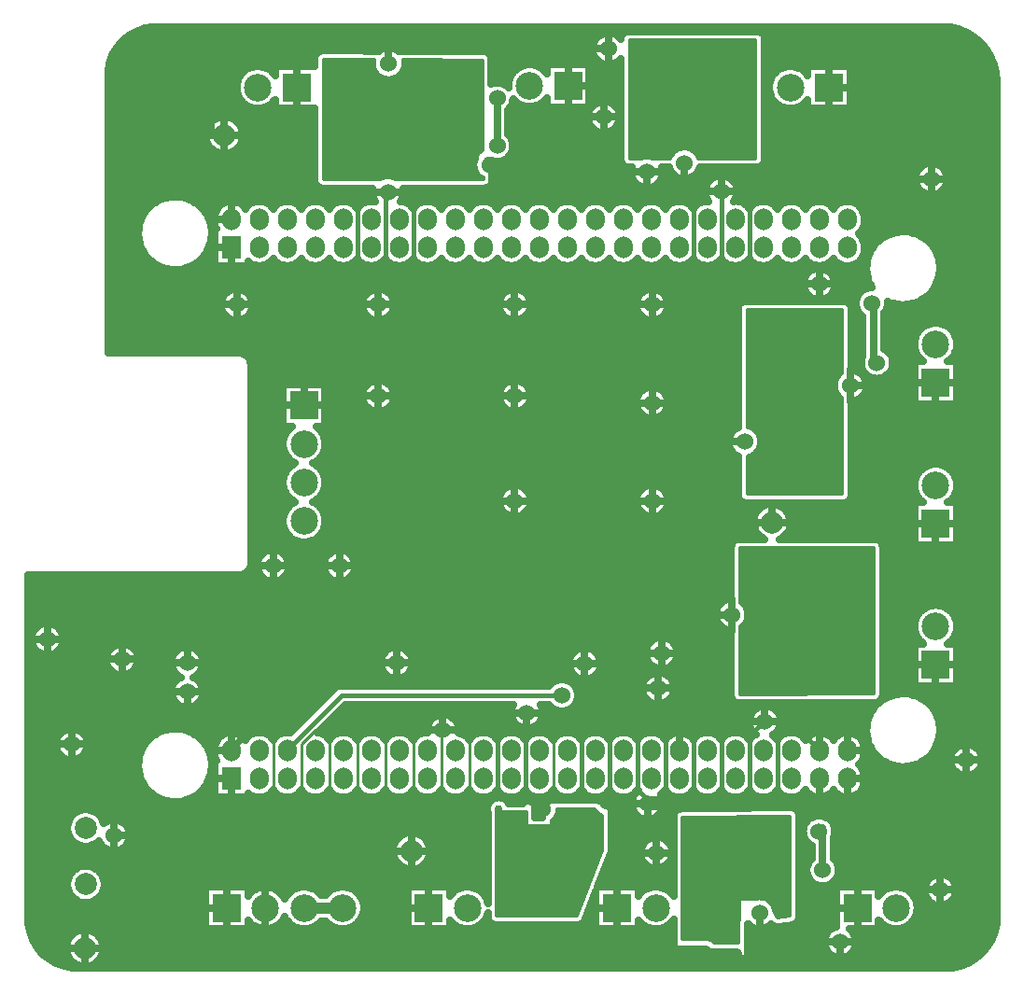
<source format=gbl>
G04 DipTrace 3.3.1.3*
G04 Powerboardv0.7.gbl*
%MOMM*%
G04 #@! TF.FileFunction,Copper,L2,Bot*
G04 #@! TF.Part,Single*
G04 #@! TA.AperFunction,Conductor*
%ADD14C,0.508*%
%ADD15C,1.016*%
G04 #@! TA.AperFunction,ViaPad*
%ADD17C,1.524*%
G04 #@! TA.AperFunction,Conductor*
%ADD18C,0.381*%
G04 #@! TA.AperFunction,ViaPad*
%ADD20C,0.762*%
G04 #@! TA.AperFunction,CopperBalancing*
%ADD21C,0.635*%
G04 #@! TA.AperFunction,Conductor*
%ADD22C,0.254*%
G04 #@! TA.AperFunction,CopperBalancing*
%ADD23C,0.3*%
G04 #@! TA.AperFunction,ComponentPad*
%ADD42C,2.5*%
%ADD43R,2.5X2.5*%
%ADD44C,2.0*%
%ADD48O,1.7X2.0*%
%ADD49R,1.7X2.0*%
%FSLAX35Y35*%
G04*
G71*
G90*
G75*
G01*
G04 Bottom*
%LPD*%
X1017997Y129990D2*
D18*
Y144870D1*
X1508127Y635000D1*
X3508373D1*
X3333750Y-396873D2*
X3260000D1*
Y-360000D1*
X3921123Y-333373D2*
Y-370000D1*
X4000000D1*
X7175500Y4937127D2*
Y4730750D1*
X7070000D1*
X63500Y6207127D2*
X330000D1*
Y5760000D1*
X2857500Y5445127D2*
D20*
X2865437Y5453063D1*
X2829250Y5489250D1*
X3413123Y-1539873D2*
D22*
Y-1476373D1*
X3079750D1*
X3127373Y-1428750D1*
X4508500Y-1682750D2*
D15*
X4810123D1*
Y-1714500D1*
X5095873D1*
X7016747Y-841373D2*
X6969123Y-793750D1*
X6477000Y777877D2*
Y1682750D1*
X7175500D1*
X7096123Y2921000D2*
X7016750Y2984500D1*
X7350123Y4222750D2*
Y4206877D1*
X7366000D1*
X509997Y129990D2*
D22*
Y176623D1*
X603250Y269877D1*
X619123D1*
X509997Y129990D2*
X510987D1*
X682623Y301627D1*
X841373D1*
X889000Y254000D1*
Y-317500D1*
X904873Y-333373D1*
X1095377D1*
X1143000Y-285750D1*
Y190500D1*
X1270000Y317500D1*
X1333500D1*
X1397000Y254000D1*
Y-349250D1*
X1619250D1*
X1651000Y-317500D1*
Y317503D1*
X1666873Y333377D1*
X1873250D1*
X1905000Y301627D1*
Y-333373D1*
X2174873D1*
X2159000Y-317500D1*
Y285750D1*
X2143123Y301627D1*
X2413000D1*
Y-317500D1*
X2428873Y-333373D1*
X2667000D1*
Y285750D1*
X2651123Y301627D1*
X3175000D1*
X3184583D1*
X3429000D1*
Y-206373D1*
X3460750Y-238123D1*
Y-269873D1*
X3333750Y-396873D1*
X3683000Y365127D2*
D18*
Y-206373D1*
X3746500Y-269873D1*
X3857623D1*
X3921123Y-333373D1*
X3841750D1*
X3937000Y-238123D1*
Y269873D1*
X3984623D1*
X4032250Y317500D1*
X4143373D1*
X4175123Y285750D1*
Y269877D1*
X4191000Y254000D1*
Y-222250D1*
X4270373Y-301623D1*
X4413250D1*
X4445000Y-269873D1*
Y269877D1*
X4460873Y285750D1*
X4683123D1*
X4699000Y301627D1*
Y-254000D1*
X4730750Y-285750D1*
X4921250D1*
X4953000Y-254000D1*
Y285750D1*
X3190873Y476250D2*
Y307917D1*
X3184583Y301627D1*
X3175000D2*
Y-238123D1*
X3143250Y-269873D1*
X2921000Y-254000D2*
Y269877D1*
X2905127Y285750D1*
X2667000D1*
X5349873Y396877D2*
X5334000D1*
X5207000Y269877D1*
Y-285750D1*
X5302250Y-381000D1*
X4318000D1*
X4286250Y-349250D1*
X5381623D1*
X5461000Y-269873D1*
Y269873D1*
X5492747D1*
X5572123Y349250D1*
X5624737D1*
X5843997Y129990D1*
X2143123Y5095877D2*
X2159000D1*
Y4318000D1*
X2222500Y4254500D1*
X2190750D1*
X1905000Y4540250D1*
Y5175000D1*
X1930000Y5200000D1*
X1905000Y4540250D2*
X1682750D1*
X1651000Y4572000D1*
Y5111753D1*
X1666873Y5127627D1*
X4280000Y5380000D2*
X4462500D1*
X4699000Y5143500D1*
Y4587877D1*
X4762500Y4524377D1*
X4921250D1*
X4953000Y4556127D1*
Y5207000D1*
X5143500D1*
X5207000Y5143500D1*
Y4492627D1*
X5238750Y4524377D1*
X1170000Y-1293997D2*
D15*
X1520000D1*
X2921000Y5619750D2*
D21*
Y6048377D1*
X6365873Y3651250D2*
D14*
X6334123D1*
D21*
Y4206877D1*
D14*
X6318250Y4191000D1*
X5873750Y-952500D2*
D21*
Y-566250D1*
D18*
X5840000Y-600000D1*
X3556000Y-539750D2*
Y-530000D1*
X2936873Y-396873D2*
X3016250Y-476250D1*
X5191123Y1793877D2*
X5302247D1*
X5572123Y1524000D1*
X5270500Y952500D2*
D22*
X5440000D1*
X4300000Y5640000D2*
X4460000Y5800000D1*
Y5842877D1*
X4445000Y5857877D1*
X4965787Y5605787D2*
X4808213D1*
X4556123Y5857877D1*
X4445000D2*
D15*
X4556123D1*
X4445000D2*
D18*
Y5953127D1*
X4556123D1*
X4651373D1*
Y5857877D1*
X5540373Y-1270000D2*
Y-1240373D1*
X5420000Y-1120000D1*
X4960000Y-1150000D2*
Y-1045000D1*
X5080000Y-925000D1*
X5990000Y3110000D2*
D22*
Y3060000D1*
X5734750D1*
X5476873Y3317877D1*
X5980000Y3690000D2*
X5626747D1*
X5476873Y3540127D1*
Y3317877D1*
Y3540127D2*
D18*
X5572123D1*
Y3429000D1*
Y3317877D1*
X5476873D1*
Y3429000D2*
X5572123D1*
X1630000Y6350000D2*
D22*
Y6330000D1*
X2492373Y6334127D2*
X2476500D1*
Y6365877D1*
X2397123D1*
X2016123Y5984877D1*
D18*
X2127250D1*
Y5873750D1*
X2016123D1*
X1905000D1*
D17*
X3508373Y635000D3*
X3333750Y-396873D3*
X3921123Y-333373D3*
X7175500Y4937127D3*
X63500Y6207127D3*
X2857500Y5445127D3*
X3413123Y-1539873D3*
X4508500Y-1682750D3*
X7016747Y-841373D3*
X6477000Y777877D3*
X7096123Y2921000D3*
X7350123Y4222750D3*
X3333750Y-396873D3*
X3921123Y-333373D3*
D3*
X2921000Y5619750D3*
Y6048377D3*
X6365873Y3651250D3*
X6318250Y4191000D3*
X5873750Y-952500D3*
X5840000Y-600000D3*
D20*
X3556000Y-539750D3*
X2936873Y-396873D3*
X5191123Y1793877D3*
X5572123Y1524000D3*
X5270500Y952500D3*
X4300000Y5640000D3*
X4965787Y5605787D3*
X5540373Y-1270000D3*
X4960000Y-1150000D3*
X5990000Y3110000D3*
X5980000Y3690000D3*
X1630000Y6350000D3*
X2492373Y6334127D3*
D17*
X4381500Y698500D3*
X5048250Y1365250D3*
D20*
X5476873Y3540127D3*
Y3317877D3*
X5080000Y-820000D3*
X5190000D3*
X5290000D3*
X5080000Y-925000D3*
X5190000D3*
X5290000D3*
X3210000Y-760000D3*
X3320000D3*
X3420000D3*
X3210000Y-865000D3*
X3320000D3*
X3420000D3*
D17*
X3930000Y6500000D3*
X5842000Y4365627D3*
X4286250Y-349250D3*
X7175500Y47627D3*
X4953000Y5207000D3*
X-555627Y-635000D3*
X-936627Y190500D3*
X2428873Y317500D3*
X3079750Y2397127D3*
X1930000Y5200000D3*
X3079750Y4178877D3*
X1936750Y6365877D3*
X1492250Y1809750D3*
X-480000Y960000D3*
X111123Y666750D3*
X6940000Y-1130000D3*
X1841500Y4178877D3*
X2010000Y930000D3*
X4280000Y5380000D3*
X3079750Y3349623D3*
X3890000Y5880000D3*
X889000Y1809750D3*
X1841500Y3349623D3*
X560000Y4178877D3*
X4365623Y-793750D3*
X5164843Y2934150D3*
X110000Y930000D3*
X4328127Y4178877D3*
X3714750Y920750D3*
X4413250Y1016000D3*
X6858000Y5318127D3*
X4619623Y5461000D3*
X6032500Y-1603373D3*
X5300000Y-1340000D3*
X6127750Y3444877D3*
D20*
X1905000Y5984877D3*
X2016123D3*
X4445000Y5857877D3*
X4556123D3*
D17*
X3190873Y476250D3*
X5349873Y396877D3*
D20*
X5667373Y1524003D3*
X5572123Y1428750D3*
X5667373Y1428753D3*
Y1333500D3*
X5572123Y1333503D3*
Y3540127D3*
X5476873Y3429000D3*
X5572123D3*
Y3317877D3*
X4445000Y5953127D3*
X4556123D3*
X4651373Y5857877D3*
Y5953127D3*
X1905000Y5873750D3*
X2016123D3*
X2127250Y5984877D3*
Y5873750D3*
D17*
X4328127Y2397127D3*
Y3288003D3*
X-1158877Y1143000D3*
X-382023Y6636077D2*
D21*
X3878100D1*
X3981857D2*
X4054650D1*
X5335370D2*
X7192073D1*
X-466700Y6572910D2*
X3800080D1*
X5353600D2*
X7280300D1*
X-521477Y6509743D2*
X3780483D1*
X5353600D2*
X7339820D1*
X-558667Y6446577D2*
X1268597D1*
X2862857D2*
X3790510D1*
X5353600D2*
X7381563D1*
X-583183Y6383410D2*
X1259847D1*
X2873887D2*
X3840003D1*
X5353600D2*
X7410823D1*
X-597677Y6320243D2*
X658467D1*
X841607D2*
X901370D1*
X2874433D2*
X3096890D1*
X3333080D2*
X3366407D1*
X3763653D2*
X4036330D1*
X5353600D2*
X5488467D1*
X5671607D2*
X5731370D1*
X6128613D2*
X7430053D1*
X-603327Y6257077D2*
X585367D1*
X2874980D2*
X3040560D1*
X3763653D2*
X4036330D1*
X5353600D2*
X5415367D1*
X6128613D2*
X7440810D1*
X-603873Y6193910D2*
X556930D1*
X2875527D2*
X3018777D1*
X3763653D2*
X4036330D1*
X5353600D2*
X5386930D1*
X6128613D2*
X7444910D1*
X-603873Y6130743D2*
X552097D1*
X3763653D2*
X4036330D1*
X5353600D2*
X5382097D1*
X6128613D2*
X7444910D1*
X-603873Y6067577D2*
X568960D1*
X3763653D2*
X4036330D1*
X5353600D2*
X5398960D1*
X6128613D2*
X7444910D1*
X-603873Y6004410D2*
X615627D1*
X3063927D2*
X3100990D1*
X3328977D2*
X3366407D1*
X3763653D2*
X3812203D1*
X3967820D2*
X4036330D1*
X5353600D2*
X5445627D1*
X6128613D2*
X7444910D1*
X-603873Y5941243D2*
X1259847D1*
X3026373D2*
X3753870D1*
X5353600D2*
X7444910D1*
X-603873Y5878077D2*
X400887D1*
X488143D2*
X1259847D1*
X3026373D2*
X3740197D1*
X5353600D2*
X7444910D1*
X-603873Y5814910D2*
X304000D1*
X585033D2*
X1259847D1*
X3026373D2*
X3755783D1*
X5353600D2*
X7444910D1*
X-603873Y5751743D2*
X274923D1*
X614017D2*
X1259847D1*
X3026373D2*
X3819310D1*
X3960710D2*
X4036330D1*
X5353600D2*
X7444910D1*
X-603873Y5688577D2*
X273010D1*
X616023D2*
X1259847D1*
X3053260D2*
X4036330D1*
X5353600D2*
X7444910D1*
X-603873Y5625410D2*
X296890D1*
X592143D2*
X1259847D1*
X3070760D2*
X4036330D1*
X5353600D2*
X7444910D1*
X-603873Y5562243D2*
X369990D1*
X519043D2*
X1259847D1*
X3058820D2*
X4036330D1*
X5353600D2*
X7444910D1*
X-603873Y5499077D2*
X1259847D1*
X3004953D2*
X4036330D1*
X5353600D2*
X7444910D1*
X-603873Y5435910D2*
X1259847D1*
X2882363D2*
X4063673D1*
X5326347D2*
X6769703D1*
X6946283D2*
X7444910D1*
X-603873Y5372743D2*
X1259847D1*
X2882910D2*
X4130393D1*
X4429653D2*
X4500170D1*
X4739093D2*
X6718933D1*
X6997050D2*
X7444910D1*
X-603873Y5309577D2*
X1259847D1*
X2883457D2*
X4148620D1*
X4411333D2*
X4846343D1*
X5059653D2*
X6708453D1*
X7007623D2*
X7444910D1*
X-603873Y5246410D2*
X1289650D1*
X2853743D2*
X4221263D1*
X4338690D2*
X4808700D1*
X5097297D2*
X6727410D1*
X6988667D2*
X7444910D1*
X-603873Y5183243D2*
X1781110D1*
X2078820D2*
X4805143D1*
X5100853D2*
X6802697D1*
X6913287D2*
X7444910D1*
X-603873Y5120077D2*
X-160663D1*
X160657D2*
X1804443D1*
X2055487D2*
X4832490D1*
X5073510D2*
X7444910D1*
X-603873Y5056910D2*
X-244973D1*
X244967D2*
X382203D1*
X6225773D2*
X7444910D1*
X-603873Y4993743D2*
X-292913D1*
X292910D2*
X354130D1*
X6253940D2*
X7444910D1*
X-603873Y4930577D2*
X-321533D1*
X321530D2*
X351487D1*
X6256583D2*
X7444910D1*
X-603873Y4867410D2*
X-335843D1*
X335840D2*
X367163D1*
X6240813D2*
X7444910D1*
X-603873Y4804243D2*
X-337760D1*
X6224773D2*
X6446590D1*
X6761440D2*
X7444910D1*
X-603873Y4741077D2*
X-327367D1*
X327363D2*
X351393D1*
X6253667D2*
X6360640D1*
X6847390D2*
X7444910D1*
X-603873Y4677910D2*
X-303580D1*
X303573D2*
X351393D1*
X6256583D2*
X6312060D1*
X6895970D2*
X7444910D1*
X-603873Y4614743D2*
X-262563D1*
X262560D2*
X351393D1*
X6241453D2*
X6282983D1*
X6924953D2*
X7444910D1*
X-603873Y4551577D2*
X-193383D1*
X193380D2*
X351393D1*
X850630D2*
X931447D1*
X1104563D2*
X1185380D1*
X1358587D2*
X1439403D1*
X1612610D2*
X1693427D1*
X1866633D2*
X1947450D1*
X2120567D2*
X2201383D1*
X2374590D2*
X2455407D1*
X2628613D2*
X2709430D1*
X2882637D2*
X2963453D1*
X3136570D2*
X3217383D1*
X3390593D2*
X3471407D1*
X3644617D2*
X3725430D1*
X3898640D2*
X3979453D1*
X4152570D2*
X4233387D1*
X4406593D2*
X4487410D1*
X4660620D2*
X4741433D1*
X4914643D2*
X4995457D1*
X5168573D2*
X5249390D1*
X5422597D2*
X5503413D1*
X5676620D2*
X5757437D1*
X5930643D2*
X6011460D1*
X6184577D2*
X6268400D1*
X6939630D2*
X7444910D1*
X-603873Y4488410D2*
X5761447D1*
X5922623D2*
X6266213D1*
X6941817D2*
X7444910D1*
X-603873Y4425243D2*
X5705120D1*
X5978860D2*
X6276147D1*
X6931790D2*
X7444910D1*
X-603873Y4362077D2*
X5692177D1*
X5991803D2*
X6299573D1*
X6908367D2*
X7444910D1*
X-603873Y4298910D2*
X475080D1*
X644917D2*
X1756500D1*
X1926427D2*
X2994807D1*
X3164733D2*
X4243140D1*
X4413067D2*
X5708583D1*
X5975397D2*
X6217360D1*
X6867897D2*
X7444910D1*
X-603873Y4235743D2*
X421943D1*
X698053D2*
X1703453D1*
X1979563D2*
X2941670D1*
X3217870D2*
X4190003D1*
X4466203D2*
X5774663D1*
X5909317D2*
X6175613D1*
X6799810D2*
X7444910D1*
X-603873Y4172577D2*
X410277D1*
X709720D2*
X1691787D1*
X1991230D2*
X2930093D1*
X3229447D2*
X4178427D1*
X4477780D2*
X5108297D1*
X6131257D2*
X6169597D1*
X6466857D2*
X7444910D1*
X-603873Y4109410D2*
X428140D1*
X691857D2*
X1709560D1*
X1973367D2*
X2947867D1*
X3211673D2*
X4196200D1*
X4460007D2*
X5101643D1*
X6137910D2*
X6193843D1*
X6442610D2*
X7444910D1*
X-603873Y4046243D2*
X498960D1*
X621127D2*
X1780380D1*
X1902547D2*
X3018687D1*
X3140853D2*
X4267020D1*
X4389187D2*
X5101643D1*
X6137910D2*
X6228753D1*
X6439510D2*
X7444910D1*
X-603873Y3983077D2*
X5101643D1*
X6137910D2*
X6228753D1*
X6439510D2*
X6791120D1*
X7007623D2*
X7444910D1*
X-603873Y3919910D2*
X5101643D1*
X6137910D2*
X6228753D1*
X6439510D2*
X6728777D1*
X7070060D2*
X7444910D1*
X-603873Y3856743D2*
X5101643D1*
X6137910D2*
X6228753D1*
X6439510D2*
X6704260D1*
X7094487D2*
X7444910D1*
X-603873Y3793577D2*
X5101643D1*
X6137910D2*
X6228753D1*
X6439510D2*
X6702527D1*
X7096217D2*
X7444910D1*
X629420Y3730410D2*
X5101643D1*
X6137910D2*
X6228753D1*
X6491920D2*
X6722853D1*
X7075893D2*
X7444910D1*
X689487Y3667243D2*
X5101643D1*
X6137910D2*
X6216903D1*
X6514797D2*
X6776263D1*
X7022480D2*
X7444910D1*
X696140Y3604077D2*
X5101643D1*
X6137910D2*
X6224013D1*
X6507690D2*
X6700703D1*
X7098040D2*
X7444910D1*
X696140Y3540910D2*
X5101643D1*
X6240723D2*
X6267763D1*
X6463940D2*
X6700703D1*
X7098040D2*
X7444910D1*
X696140Y3477743D2*
X1770537D1*
X1912480D2*
X3008843D1*
X3150697D2*
X5101643D1*
X6273810D2*
X6700703D1*
X7098040D2*
X7444910D1*
X696140Y3414577D2*
X971370D1*
X1368613D2*
X1707190D1*
X1975827D2*
X2945497D1*
X3214043D2*
X4254170D1*
X4402037D2*
X5101643D1*
X6274357D2*
X6700703D1*
X7098040D2*
X7444910D1*
X696140Y3351410D2*
X971370D1*
X1368613D2*
X1691693D1*
X1991320D2*
X2929910D1*
X3229537D2*
X4193100D1*
X4463197D2*
X5101643D1*
X6243000D2*
X6700703D1*
X7098040D2*
X7444910D1*
X696140Y3288243D2*
X971370D1*
X1368613D2*
X1705457D1*
X1977560D2*
X2943673D1*
X3215773D2*
X4178337D1*
X4477963D2*
X5101643D1*
X6137910D2*
X6700703D1*
X7098040D2*
X7444910D1*
X696140Y3225077D2*
X971370D1*
X1368613D2*
X1763883D1*
X1919133D2*
X3002190D1*
X3157350D2*
X4192827D1*
X4463470D2*
X5101643D1*
X6137910D2*
X7444910D1*
X696140Y3161910D2*
X971370D1*
X1368613D2*
X4253347D1*
X4402950D2*
X5101643D1*
X6137910D2*
X7444910D1*
X696140Y3098743D2*
X971370D1*
X1368613D2*
X5101643D1*
X6137910D2*
X7444910D1*
X696140Y3035577D2*
X1014573D1*
X1325410D2*
X5056980D1*
X6137910D2*
X7444910D1*
X696140Y2972410D2*
X980393D1*
X1359590D2*
X5020250D1*
X6137910D2*
X7444910D1*
X696140Y2909243D2*
X971460D1*
X1368613D2*
X5017150D1*
X6137910D2*
X7444910D1*
X696140Y2846077D2*
X983857D1*
X1356217D2*
X5045223D1*
X6137910D2*
X7444910D1*
X696140Y2782910D2*
X1023140D1*
X1316933D2*
X5101643D1*
X6137910D2*
X7444910D1*
X696140Y2719743D2*
X1050667D1*
X1289317D2*
X5101643D1*
X6137910D2*
X6824753D1*
X6973990D2*
X7444910D1*
X696140Y2656577D2*
X995067D1*
X1344917D2*
X5101643D1*
X6137910D2*
X6740080D1*
X7058667D2*
X7444910D1*
X696140Y2593410D2*
X973647D1*
X1366427D2*
X5101643D1*
X6137910D2*
X6708270D1*
X7090477D2*
X7444910D1*
X696140Y2530243D2*
X974377D1*
X1365607D2*
X3019870D1*
X3139667D2*
X4268203D1*
X4388000D2*
X5101643D1*
X6137910D2*
X6700977D1*
X7097767D2*
X7444910D1*
X696140Y2467077D2*
X997620D1*
X1342363D2*
X2948140D1*
X3211400D2*
X4196473D1*
X4459733D2*
X5101643D1*
X6137910D2*
X6715107D1*
X7083640D2*
X7444910D1*
X696140Y2403910D2*
X1057320D1*
X1282663D2*
X2930093D1*
X3229447D2*
X4178427D1*
X4477780D2*
X5115407D1*
X6124057D2*
X6757217D1*
X7041530D2*
X7444910D1*
X696140Y2340743D2*
X1018947D1*
X1321037D2*
X2941487D1*
X3218053D2*
X4189820D1*
X4466387D2*
X5312827D1*
X5515657D2*
X6700703D1*
X7098040D2*
X7444910D1*
X696140Y2277577D2*
X982123D1*
X1357857D2*
X2994077D1*
X3165463D2*
X4242410D1*
X4413797D2*
X5258140D1*
X5570343D2*
X6700703D1*
X7098040D2*
X7444910D1*
X696140Y2214410D2*
X971370D1*
X1368613D2*
X5241003D1*
X5587480D2*
X6700703D1*
X7098040D2*
X7444910D1*
X696140Y2151243D2*
X981943D1*
X1358040D2*
X5248843D1*
X5579643D2*
X6700703D1*
X7098040D2*
X7444910D1*
X696140Y2088077D2*
X1018490D1*
X1321583D2*
X5286393D1*
X5542090D2*
X6700703D1*
X7098040D2*
X7444910D1*
X696140Y2024910D2*
X1129417D1*
X1210567D2*
X5051693D1*
X6410070D2*
X6700703D1*
X7098040D2*
X7444910D1*
X696140Y1961743D2*
X5038113D1*
X6423653D2*
X7444910D1*
X696140Y1898577D2*
X769937D1*
X1008040D2*
X1373230D1*
X1611243D2*
X5038023D1*
X6423653D2*
X7444910D1*
X696140Y1835410D2*
X741500D1*
X1036477D2*
X1344703D1*
X1639773D2*
X5037930D1*
X6423653D2*
X7444910D1*
X676727Y1772243D2*
X744143D1*
X1033833D2*
X1347437D1*
X1637130D2*
X5037840D1*
X6423653D2*
X7444910D1*
X-1328847Y1709077D2*
X780420D1*
X997560D2*
X1383620D1*
X1600853D2*
X5037750D1*
X6423653D2*
X7444910D1*
X-1328847Y1645910D2*
X5037657D1*
X6423653D2*
X7444910D1*
X-1328847Y1582743D2*
X5037567D1*
X6423653D2*
X7444910D1*
X-1328847Y1519577D2*
X5037477D1*
X6423653D2*
X7444910D1*
X-1328847Y1456410D2*
X4931110D1*
X6423653D2*
X7444910D1*
X-1328847Y1393243D2*
X4901213D1*
X6423653D2*
X6754390D1*
X7044357D2*
X7444910D1*
X-1328847Y1330077D2*
X4902763D1*
X6423653D2*
X6714013D1*
X7084823D2*
X7444910D1*
X-1328847Y1266910D2*
X-1237550D1*
X-1080203D2*
X4937397D1*
X6423653D2*
X6700887D1*
X7097857D2*
X7444910D1*
X-1328847Y1203743D2*
X-1295200D1*
X-1022507D2*
X5037020D1*
X6423653D2*
X6709180D1*
X7089563D2*
X7444910D1*
X-1328847Y1140577D2*
X-1308677D1*
X-1009107D2*
X4335743D1*
X4490813D2*
X5036930D1*
X6423653D2*
X6742360D1*
X7056387D2*
X7444910D1*
X-1328847Y1077410D2*
X-1292877D1*
X-1024877D2*
X-568813D1*
X-391140D2*
X4277227D1*
X4549237D2*
X5036837D1*
X6423653D2*
X6700703D1*
X7098040D2*
X7444910D1*
X-1328847Y1014243D2*
X-1228527D1*
X-1089227D2*
X-619217D1*
X-340827D2*
X-12460D1*
X232480D2*
X1887477D1*
X2132507D2*
X3599560D1*
X3829917D2*
X4263467D1*
X4563093D2*
X5036747D1*
X6423653D2*
X6700703D1*
X7098040D2*
X7444910D1*
X-1328847Y951077D2*
X-629517D1*
X-330437D2*
X-38253D1*
X258273D2*
X1861680D1*
X2158300D2*
X3568113D1*
X3861360D2*
X4278960D1*
X4547597D2*
X5036657D1*
X6423653D2*
X6700703D1*
X7098040D2*
X7444910D1*
X-1328847Y887910D2*
X-610377D1*
X-349577D2*
X-33513D1*
X253537D2*
X1866513D1*
X2153560D2*
X3568753D1*
X3860813D2*
X4342217D1*
X4484250D2*
X5036563D1*
X6423653D2*
X6700703D1*
X7098040D2*
X7444910D1*
X-1328847Y824743D2*
X-534270D1*
X-425773D2*
X6133D1*
X213887D2*
X1906160D1*
X2113820D2*
X3601747D1*
X3827727D2*
X4306943D1*
X4455997D2*
X5036473D1*
X6423653D2*
X6700703D1*
X7098040D2*
X7444910D1*
X-1328847Y761577D2*
X-2890D1*
X225190D2*
X3434493D1*
X3582273D2*
X4246240D1*
X4516700D2*
X5036383D1*
X6423653D2*
X6700703D1*
X7098040D2*
X7444910D1*
X-1328847Y698410D2*
X-35153D1*
X257453D2*
X1443230D1*
X3643430D2*
X4231657D1*
X4531373D2*
X5036383D1*
X6423653D2*
X7444910D1*
X-1328847Y635243D2*
X-35247D1*
X257453D2*
X1379883D1*
X3658197D2*
X4246330D1*
X4516607D2*
X5036383D1*
X6423653D2*
X6501097D1*
X6706843D2*
X7444910D1*
X-1328847Y572077D2*
X-3070D1*
X225280D2*
X1316720D1*
X3643703D2*
X4307307D1*
X4455723D2*
X5069377D1*
X6823600D2*
X7444910D1*
X-1328847Y508910D2*
X1253557D1*
X1510437D2*
X3044847D1*
X3336907D2*
X3433583D1*
X3583183D2*
X5253857D1*
X5445840D2*
X6326277D1*
X6881750D2*
X7444910D1*
X-1328847Y445743D2*
X1190393D1*
X1447273D2*
X2358153D1*
X2499550D2*
X3044300D1*
X3337453D2*
X5208647D1*
X5491140D2*
X6291370D1*
X6916660D2*
X7444910D1*
X-1328847Y382577D2*
X1127227D1*
X1384107D2*
X2294623D1*
X2563080D2*
X3075837D1*
X3305917D2*
X5200717D1*
X5498977D2*
X6272047D1*
X6935983D2*
X7444910D1*
X-1328847Y319410D2*
X-1005950D1*
X-867287D2*
X-97223D1*
X97220D2*
X1064063D1*
X1320943D2*
X2279037D1*
X2578667D2*
X5222777D1*
X5477010D2*
X6265573D1*
X6942453D2*
X7444910D1*
X-1328847Y256243D2*
X-1070480D1*
X-802753D2*
X-217537D1*
X217623D2*
X399703D1*
X620307D2*
X653633D1*
X874330D2*
X907657D1*
X1382377D2*
X1415703D1*
X1636310D2*
X1669637D1*
X1890333D2*
X1923660D1*
X2144357D2*
X2177683D1*
X2652310D2*
X2685640D1*
X2906333D2*
X2939663D1*
X3160357D2*
X3193687D1*
X3414290D2*
X3447620D1*
X3668313D2*
X3701643D1*
X3922337D2*
X3955667D1*
X4176360D2*
X4209690D1*
X4430293D2*
X4463620D1*
X4684317D2*
X4717643D1*
X4938340D2*
X4971670D1*
X5192363D2*
X5225693D1*
X5446297D2*
X5479623D1*
X5700320D2*
X5733647D1*
X5954343D2*
X5987670D1*
X6208367D2*
X6271227D1*
X6936713D2*
X7444910D1*
X-1328847Y193077D2*
X-1086430D1*
X-786803D2*
X-276510D1*
X276503D2*
X359143D1*
X6248833D2*
X6289727D1*
X6918210D2*
X7444910D1*
X-1328847Y129910D2*
X-1073033D1*
X-800203D2*
X-311963D1*
X311960D2*
X351393D1*
X6256673D2*
X6323633D1*
X6884393D2*
X7051617D1*
X7299380D2*
X7444910D1*
X-1328847Y66743D2*
X-1015610D1*
X-857713D2*
X-331653D1*
X331647D2*
X359150D1*
X6248743D2*
X6379963D1*
X6828067D2*
X7026917D1*
X7324083D2*
X7444910D1*
X-1328847Y3577D2*
X-338397D1*
X6208183D2*
X6489337D1*
X6718690D2*
X7032567D1*
X7318430D2*
X7444910D1*
X-1328847Y-59590D2*
X-333020D1*
X6248380D2*
X7073763D1*
X7277233D2*
X7444910D1*
X-1328847Y-122757D2*
X-314880D1*
X314877D2*
X351393D1*
X6256673D2*
X7444910D1*
X-1328847Y-185923D2*
X-281523D1*
X281517D2*
X351393D1*
X6249200D2*
X7444910D1*
X-1328847Y-249090D2*
X-226013D1*
X226010D2*
X351393D1*
X875607D2*
X906383D1*
X1129537D2*
X1160407D1*
X1383560D2*
X1414430D1*
X1637583D2*
X1668453D1*
X1891607D2*
X1922460D1*
X2145540D2*
X2176407D1*
X2399563D2*
X2430430D1*
X2653587D2*
X2684453D1*
X2907610D2*
X2938387D1*
X3161543D2*
X3192410D1*
X3415567D2*
X3446433D1*
X3669590D2*
X3700457D1*
X3923613D2*
X3954470D1*
X4431570D2*
X4462437D1*
X4685593D2*
X4716460D1*
X4939617D2*
X4970393D1*
X5193547D2*
X5224417D1*
X5447570D2*
X5478440D1*
X5701593D2*
X5732463D1*
X5955620D2*
X5986393D1*
X6209550D2*
X7444910D1*
X-1328847Y-312257D2*
X-119373D1*
X119370D2*
X2867750D1*
X3006047D2*
X4141240D1*
X4431203D2*
X7444910D1*
X-1328847Y-375423D2*
X2827370D1*
X3272010D2*
X3323843D1*
X3962807D2*
X4138870D1*
X4433667D2*
X7444910D1*
X-1328847Y-438590D2*
X-919907D1*
X-700123D2*
X2831473D1*
X3273653D2*
X3324573D1*
X3962987D2*
X4167580D1*
X4404863D2*
X4517853D1*
X5662677D2*
X7444910D1*
X-1328847Y-501757D2*
X-969127D1*
X-650907D2*
X-615207D1*
X-496047D2*
X2831473D1*
X3962987D2*
X4514207D1*
X5663677D2*
X5729090D1*
X5955253D2*
X7444910D1*
X-1328847Y-564923D2*
X-983527D1*
X-424043D2*
X2831473D1*
X3962987D2*
X4514207D1*
X5663677D2*
X5694547D1*
X5985513D2*
X7444910D1*
X-1328847Y-628090D2*
X-973227D1*
X-405997D2*
X2062293D1*
X2223927D2*
X2831473D1*
X3962987D2*
X4514207D1*
X5663677D2*
X5692907D1*
X5987063D2*
X7444910D1*
X-1328847Y-691257D2*
X-931573D1*
X-417297D2*
X1993660D1*
X2292560D2*
X2831473D1*
X3962987D2*
X4258817D1*
X4472403D2*
X4514207D1*
X5663677D2*
X5722893D1*
X5979133D2*
X7444910D1*
X-1328847Y-754423D2*
X-641547D1*
X-469707D2*
X1971147D1*
X2315070D2*
X2831473D1*
X3962987D2*
X4221263D1*
X5663677D2*
X5768373D1*
X5979133D2*
X7444910D1*
X-1328847Y-817590D2*
X1974247D1*
X2311973D2*
X2831473D1*
X3952417D2*
X4217800D1*
X5663677D2*
X5768373D1*
X5979133D2*
X7444910D1*
X-1328847Y-880757D2*
X2004870D1*
X2281347D2*
X2831473D1*
X3927440D2*
X4245143D1*
X4486073D2*
X4514177D1*
X5663677D2*
X5743127D1*
X6004380D2*
X7444910D1*
X-1328847Y-943923D2*
X-913617D1*
X-706323D2*
X2116527D1*
X2169717D2*
X2831473D1*
X3902560D2*
X4514207D1*
X5663677D2*
X5724170D1*
X6023340D2*
X7444910D1*
X-1328847Y-1007090D2*
X-966940D1*
X-653093D2*
X2831473D1*
X3877583D2*
X4514207D1*
X5663677D2*
X5734740D1*
X6012767D2*
X6859663D1*
X7020383D2*
X7444910D1*
X-1328847Y-1070257D2*
X-983343D1*
X-636687D2*
X2831473D1*
X3852610D2*
X4514207D1*
X5663677D2*
X5785420D1*
X5962090D2*
X6803153D1*
X7076803D2*
X7444910D1*
X-1328847Y-1133423D2*
X-974867D1*
X-645163D2*
X271370D1*
X668613D2*
X707867D1*
X932117D2*
X1057867D1*
X1282117D2*
X1407867D1*
X1632117D2*
X2101393D1*
X2498640D2*
X2537893D1*
X2762143D2*
X2831473D1*
X4208627D2*
X4247880D1*
X4472130D2*
X4514207D1*
X5663677D2*
X5991407D1*
X6388653D2*
X6427907D1*
X6652153D2*
X6790210D1*
X7089837D2*
X7444910D1*
X-1328847Y-1196590D2*
X-936313D1*
X-683717D2*
X271370D1*
X1692180D2*
X2101393D1*
X5663677D2*
X5991407D1*
X6712130D2*
X6806527D1*
X7073430D2*
X7444910D1*
X-1328847Y-1259757D2*
X271370D1*
X1715607D2*
X2101393D1*
X3777870D2*
X3811383D1*
X5663677D2*
X5991407D1*
X6735553D2*
X6872423D1*
X7007623D2*
X7444910D1*
X-1328847Y-1322923D2*
X271370D1*
X1716427D2*
X2101393D1*
X3752897D2*
X3811383D1*
X5663677D2*
X5991407D1*
X6736463D2*
X7444910D1*
X-1328757Y-1386090D2*
X271370D1*
X1695190D2*
X2101393D1*
X3728013D2*
X3811383D1*
X5663313D2*
X5991407D1*
X6715137D2*
X7444453D1*
X-1325383Y-1449257D2*
X271370D1*
X668613D2*
X700210D1*
X939773D2*
X1050210D1*
X1289773D2*
X1400210D1*
X1639773D2*
X2101393D1*
X2498640D2*
X2530220D1*
X2769797D2*
X3811383D1*
X4208627D2*
X4240223D1*
X4479787D2*
X4514207D1*
X5588667D2*
X5991407D1*
X6388653D2*
X6420250D1*
X6659810D2*
X7440353D1*
X-1313080Y-1512423D2*
X-905140D1*
X-734850D2*
X4514207D1*
X5202207D2*
X5915210D1*
X6149850D2*
X7427503D1*
X-1290020Y-1575590D2*
X-970767D1*
X-669227D2*
X4514207D1*
X5201843D2*
X5885407D1*
X6179653D2*
X7404077D1*
X-1254473Y-1638757D2*
X-992277D1*
X-647713D2*
X4514207D1*
X5201570D2*
X5887137D1*
X6177923D2*
X7368073D1*
X-1203887Y-1701923D2*
X-988267D1*
X-651727D2*
X4514300D1*
X5201203D2*
X5921863D1*
X6143107D2*
X7316943D1*
X-1126597Y-1765090D2*
X-956547D1*
X-683537D2*
X4571083D1*
X5144420D2*
X7238467D1*
X-971373Y-1828257D2*
X7080967D1*
X3372690Y6053917D2*
X3361213Y6038873D1*
X3350963Y6027787D1*
X3339877Y6017537D1*
X3328020Y6008190D1*
X3315467Y5999800D1*
X3302293Y5992423D1*
X3288583Y5986103D1*
X3274420Y5980877D1*
X3259887Y5976780D1*
X3245080Y5973833D1*
X3230087Y5972060D1*
X3215000Y5971467D1*
X3199913Y5972060D1*
X3184920Y5973833D1*
X3170113Y5976780D1*
X3155580Y5980877D1*
X3141417Y5986103D1*
X3127707Y5992423D1*
X3114533Y5999800D1*
X3101980Y6008190D1*
X3090123Y6017537D1*
X3079037Y6027787D1*
X3064443Y6044383D1*
X3062717Y6025930D1*
X3057460Y6004037D1*
X3048843Y5983237D1*
X3037080Y5964040D1*
X3022457Y5946920D1*
X3020033Y5944677D1*
Y5723623D1*
X3030107Y5712933D1*
X3043340Y5694720D1*
X3053560Y5674660D1*
X3060520Y5653247D1*
X3064040Y5631007D1*
Y5608493D1*
X3060520Y5586253D1*
X3053560Y5564840D1*
X3043340Y5544780D1*
X3030107Y5526567D1*
X3014183Y5510643D1*
X2995970Y5497410D1*
X2975910Y5487190D1*
X2954497Y5480230D1*
X2932257Y5476710D1*
X2909743D1*
X2887503Y5480230D1*
X2875547Y5483700D1*
X2876950Y5296970D1*
X2875297Y5286543D1*
X2872037Y5276503D1*
X2867243Y5267093D1*
X2861037Y5258553D1*
X2853570Y5251087D1*
X2845030Y5244880D1*
X2835620Y5240087D1*
X2825580Y5236827D1*
X2815153Y5235173D1*
X2529873Y5234967D1*
X2069130D1*
X2072157Y5219473D1*
X2073483Y5200000D1*
X2072270Y5181387D1*
X2068653Y5163087D1*
X2062693Y5145410D1*
X2054490Y5128657D1*
X2046850Y5116737D1*
X2069560Y5113080D1*
X2092287Y5105693D1*
X2113577Y5094847D1*
X2132910Y5080800D1*
X2149807Y5063903D1*
X2160920Y5048960D1*
X2172213Y5063903D1*
X2189110Y5080800D1*
X2208443Y5094847D1*
X2229733Y5105693D1*
X2252460Y5113080D1*
X2276063Y5116817D1*
X2299957D1*
X2323560Y5113080D1*
X2346287Y5105693D1*
X2367577Y5094847D1*
X2386910Y5080800D1*
X2403807Y5063903D1*
X2414920Y5048960D1*
X2426213Y5063903D1*
X2443110Y5080800D1*
X2462443Y5094847D1*
X2483733Y5105693D1*
X2506460Y5113080D1*
X2530063Y5116817D1*
X2553957D1*
X2577560Y5113080D1*
X2600287Y5105693D1*
X2621577Y5094847D1*
X2640910Y5080800D1*
X2657807Y5063903D1*
X2668920Y5048960D1*
X2680213Y5063903D1*
X2697110Y5080800D1*
X2716443Y5094847D1*
X2737733Y5105693D1*
X2760460Y5113080D1*
X2784063Y5116817D1*
X2807957D1*
X2831560Y5113080D1*
X2854287Y5105693D1*
X2875577Y5094847D1*
X2894910Y5080800D1*
X2911807Y5063903D1*
X2922920Y5048960D1*
X2934213Y5063903D1*
X2951110Y5080800D1*
X2970443Y5094847D1*
X2991733Y5105693D1*
X3014460Y5113080D1*
X3038063Y5116817D1*
X3061957D1*
X3085560Y5113080D1*
X3108287Y5105693D1*
X3129577Y5094847D1*
X3148910Y5080800D1*
X3165807Y5063903D1*
X3176920Y5048960D1*
X3188213Y5063903D1*
X3205110Y5080800D1*
X3224443Y5094847D1*
X3245733Y5105693D1*
X3268460Y5113080D1*
X3292063Y5116817D1*
X3315957D1*
X3339560Y5113080D1*
X3362287Y5105693D1*
X3383577Y5094847D1*
X3402910Y5080800D1*
X3419807Y5063903D1*
X3430920Y5048960D1*
X3442213Y5063903D1*
X3459110Y5080800D1*
X3478443Y5094847D1*
X3499733Y5105693D1*
X3522460Y5113080D1*
X3546063Y5116817D1*
X3569957D1*
X3593560Y5113080D1*
X3616287Y5105693D1*
X3637577Y5094847D1*
X3656910Y5080800D1*
X3673807Y5063903D1*
X3684920Y5048960D1*
X3696213Y5063903D1*
X3713110Y5080800D1*
X3732443Y5094847D1*
X3753733Y5105693D1*
X3776460Y5113080D1*
X3800063Y5116817D1*
X3823957D1*
X3847560Y5113080D1*
X3870287Y5105693D1*
X3891577Y5094847D1*
X3910910Y5080800D1*
X3927807Y5063903D1*
X3938920Y5048960D1*
X3950213Y5063903D1*
X3967110Y5080800D1*
X3986443Y5094847D1*
X4007733Y5105693D1*
X4030460Y5113080D1*
X4054063Y5116817D1*
X4077957D1*
X4101560Y5113080D1*
X4124287Y5105693D1*
X4145577Y5094847D1*
X4164910Y5080800D1*
X4181807Y5063903D1*
X4192920Y5048960D1*
X4204213Y5063903D1*
X4221110Y5080800D1*
X4240443Y5094847D1*
X4261733Y5105693D1*
X4284460Y5113080D1*
X4308063Y5116817D1*
X4331957D1*
X4355560Y5113080D1*
X4378287Y5105693D1*
X4399577Y5094847D1*
X4418910Y5080800D1*
X4435807Y5063903D1*
X4446920Y5048960D1*
X4458213Y5063903D1*
X4475110Y5080800D1*
X4494443Y5094847D1*
X4515733Y5105693D1*
X4538460Y5113080D1*
X4562063Y5116817D1*
X4585957D1*
X4609560Y5113080D1*
X4632287Y5105693D1*
X4653577Y5094847D1*
X4672910Y5080800D1*
X4689807Y5063903D1*
X4700920Y5048960D1*
X4712213Y5063903D1*
X4729110Y5080800D1*
X4748443Y5094847D1*
X4769733Y5105693D1*
X4792460Y5113080D1*
X4816063Y5116817D1*
X4839957D1*
X4841580Y5116627D1*
X4832370Y5129307D1*
X4823310Y5145613D1*
X4816443Y5162957D1*
X4811883Y5181043D1*
X4809710Y5199570D1*
X4809957Y5218223D1*
X4812620Y5236683D1*
X4817657Y5254647D1*
X4824983Y5271800D1*
X4834470Y5287860D1*
X4845963Y5302553D1*
X4859263Y5315633D1*
X4874150Y5326873D1*
X4890367Y5336090D1*
X4907643Y5343127D1*
X4925687Y5347860D1*
X4944190Y5350213D1*
X4962843Y5350147D1*
X4981330Y5347660D1*
X4999337Y5342793D1*
X5016563Y5335637D1*
X5032713Y5326303D1*
X5047517Y5314953D1*
X5060723Y5301780D1*
X5072110Y5287003D1*
X5081480Y5270877D1*
X5088683Y5253667D1*
X5093590Y5235670D1*
X5096120Y5217190D1*
X5096180Y5197673D1*
X5093760Y5179177D1*
X5088960Y5161153D1*
X5081863Y5143900D1*
X5072590Y5127717D1*
X5064120Y5116233D1*
X5082010Y5117287D1*
X5105833Y5115413D1*
X5129067Y5109833D1*
X5151147Y5100690D1*
X5171520Y5088203D1*
X5189690Y5072683D1*
X5205210Y5054513D1*
X5208920Y5048960D1*
X5220213Y5063903D1*
X5237110Y5080800D1*
X5256443Y5094847D1*
X5277733Y5105693D1*
X5300460Y5113080D1*
X5324063Y5116817D1*
X5347957D1*
X5371560Y5113080D1*
X5394287Y5105693D1*
X5415577Y5094847D1*
X5434910Y5080800D1*
X5451807Y5063903D1*
X5462920Y5048960D1*
X5474213Y5063903D1*
X5491110Y5080800D1*
X5510443Y5094847D1*
X5531733Y5105693D1*
X5554460Y5113080D1*
X5578063Y5116817D1*
X5601957D1*
X5625560Y5113080D1*
X5648287Y5105693D1*
X5669577Y5094847D1*
X5688910Y5080800D1*
X5705807Y5063903D1*
X5716920Y5048960D1*
X5728213Y5063903D1*
X5745110Y5080800D1*
X5764443Y5094847D1*
X5785733Y5105693D1*
X5808460Y5113080D1*
X5832063Y5116817D1*
X5855957D1*
X5879560Y5113080D1*
X5902287Y5105693D1*
X5923577Y5094847D1*
X5942910Y5080800D1*
X5959807Y5063903D1*
X5970920Y5048960D1*
X5982213Y5063903D1*
X5999110Y5080800D1*
X6018443Y5094847D1*
X6039733Y5105693D1*
X6062460Y5113080D1*
X6086063Y5116817D1*
X6109957D1*
X6133560Y5113080D1*
X6156287Y5105693D1*
X6177577Y5094847D1*
X6196910Y5080800D1*
X6213807Y5063903D1*
X6227853Y5044570D1*
X6238700Y5023280D1*
X6246087Y5000553D1*
X6249823Y4976950D1*
X6250203Y4935003D1*
X6248420Y4911180D1*
X6242840Y4887947D1*
X6233697Y4865867D1*
X6221210Y4845493D1*
X6205690Y4827323D1*
X6201130Y4823107D1*
X6213807Y4809903D1*
X6227853Y4790570D1*
X6238700Y4769280D1*
X6246087Y4746553D1*
X6249823Y4722950D1*
X6250203Y4681003D1*
X6248420Y4657180D1*
X6242840Y4633947D1*
X6233697Y4611867D1*
X6221210Y4591493D1*
X6205690Y4573323D1*
X6187520Y4557803D1*
X6167147Y4545317D1*
X6145067Y4536173D1*
X6121833Y4530593D1*
X6098010Y4528720D1*
X6074187Y4530593D1*
X6050953Y4536173D1*
X6028873Y4545317D1*
X6008500Y4557803D1*
X5990330Y4573323D1*
X5974810Y4591493D1*
X5971100Y4597047D1*
X5959807Y4582103D1*
X5942910Y4565207D1*
X5923577Y4551160D1*
X5902287Y4540313D1*
X5879560Y4532927D1*
X5855957Y4529190D1*
X5832063D1*
X5808460Y4532927D1*
X5785733Y4540313D1*
X5764443Y4551160D1*
X5745110Y4565207D1*
X5728213Y4582103D1*
X5717100Y4597047D1*
X5705807Y4582103D1*
X5688910Y4565207D1*
X5669577Y4551160D1*
X5648287Y4540313D1*
X5625560Y4532927D1*
X5601957Y4529190D1*
X5578063D1*
X5554460Y4532927D1*
X5531733Y4540313D1*
X5510443Y4551160D1*
X5491110Y4565207D1*
X5474213Y4582103D1*
X5463100Y4597047D1*
X5451807Y4582103D1*
X5434910Y4565207D1*
X5415577Y4551160D1*
X5394287Y4540313D1*
X5371560Y4532927D1*
X5347957Y4529190D1*
X5324063D1*
X5300460Y4532927D1*
X5277733Y4540313D1*
X5256443Y4551160D1*
X5237110Y4565207D1*
X5220213Y4582103D1*
X5209100Y4597047D1*
X5197807Y4582103D1*
X5180910Y4565207D1*
X5161577Y4551160D1*
X5140287Y4540313D1*
X5117560Y4532927D1*
X5093957Y4529190D1*
X5070063D1*
X5046460Y4532927D1*
X5023733Y4540313D1*
X5002443Y4551160D1*
X4983110Y4565207D1*
X4966213Y4582103D1*
X4955100Y4597047D1*
X4943807Y4582103D1*
X4926910Y4565207D1*
X4907577Y4551160D1*
X4886287Y4540313D1*
X4863560Y4532927D1*
X4839957Y4529190D1*
X4816063D1*
X4792460Y4532927D1*
X4769733Y4540313D1*
X4748443Y4551160D1*
X4729110Y4565207D1*
X4712213Y4582103D1*
X4701100Y4597047D1*
X4689807Y4582103D1*
X4672910Y4565207D1*
X4653577Y4551160D1*
X4632287Y4540313D1*
X4609560Y4532927D1*
X4585957Y4529190D1*
X4562063D1*
X4538460Y4532927D1*
X4515733Y4540313D1*
X4494443Y4551160D1*
X4475110Y4565207D1*
X4458213Y4582103D1*
X4447100Y4597047D1*
X4435807Y4582103D1*
X4418910Y4565207D1*
X4399577Y4551160D1*
X4378287Y4540313D1*
X4355560Y4532927D1*
X4331957Y4529190D1*
X4308063D1*
X4284460Y4532927D1*
X4261733Y4540313D1*
X4240443Y4551160D1*
X4221110Y4565207D1*
X4204213Y4582103D1*
X4193100Y4597047D1*
X4181807Y4582103D1*
X4164910Y4565207D1*
X4145577Y4551160D1*
X4124287Y4540313D1*
X4101560Y4532927D1*
X4077957Y4529190D1*
X4054063D1*
X4030460Y4532927D1*
X4007733Y4540313D1*
X3986443Y4551160D1*
X3967110Y4565207D1*
X3950213Y4582103D1*
X3939100Y4597047D1*
X3927807Y4582103D1*
X3910910Y4565207D1*
X3891577Y4551160D1*
X3870287Y4540313D1*
X3847560Y4532927D1*
X3823957Y4529190D1*
X3800063D1*
X3776460Y4532927D1*
X3753733Y4540313D1*
X3732443Y4551160D1*
X3713110Y4565207D1*
X3696213Y4582103D1*
X3685100Y4597047D1*
X3673807Y4582103D1*
X3656910Y4565207D1*
X3637577Y4551160D1*
X3616287Y4540313D1*
X3593560Y4532927D1*
X3569957Y4529190D1*
X3546063D1*
X3522460Y4532927D1*
X3499733Y4540313D1*
X3478443Y4551160D1*
X3459110Y4565207D1*
X3442213Y4582103D1*
X3431100Y4597047D1*
X3419807Y4582103D1*
X3402910Y4565207D1*
X3383577Y4551160D1*
X3362287Y4540313D1*
X3339560Y4532927D1*
X3315957Y4529190D1*
X3292063D1*
X3268460Y4532927D1*
X3245733Y4540313D1*
X3224443Y4551160D1*
X3205110Y4565207D1*
X3188213Y4582103D1*
X3177100Y4597047D1*
X3165807Y4582103D1*
X3148910Y4565207D1*
X3129577Y4551160D1*
X3108287Y4540313D1*
X3085560Y4532927D1*
X3061957Y4529190D1*
X3038063D1*
X3014460Y4532927D1*
X2991733Y4540313D1*
X2970443Y4551160D1*
X2951110Y4565207D1*
X2934213Y4582103D1*
X2923100Y4597047D1*
X2911807Y4582103D1*
X2894910Y4565207D1*
X2875577Y4551160D1*
X2854287Y4540313D1*
X2831560Y4532927D1*
X2807957Y4529190D1*
X2784063D1*
X2760460Y4532927D1*
X2737733Y4540313D1*
X2716443Y4551160D1*
X2697110Y4565207D1*
X2680213Y4582103D1*
X2669100Y4597047D1*
X2657807Y4582103D1*
X2640910Y4565207D1*
X2621577Y4551160D1*
X2600287Y4540313D1*
X2577560Y4532927D1*
X2553957Y4529190D1*
X2530063D1*
X2506460Y4532927D1*
X2483733Y4540313D1*
X2462443Y4551160D1*
X2443110Y4565207D1*
X2426213Y4582103D1*
X2415100Y4597047D1*
X2403807Y4582103D1*
X2386910Y4565207D1*
X2367577Y4551160D1*
X2346287Y4540313D1*
X2323560Y4532927D1*
X2299957Y4529190D1*
X2276063D1*
X2252460Y4532927D1*
X2229733Y4540313D1*
X2208443Y4551160D1*
X2189110Y4565207D1*
X2172213Y4582103D1*
X2161100Y4597047D1*
X2149807Y4582103D1*
X2132910Y4565207D1*
X2113577Y4551160D1*
X2092287Y4540313D1*
X2069560Y4532927D1*
X2045957Y4529190D1*
X2022063D1*
X1998460Y4532927D1*
X1975733Y4540313D1*
X1954443Y4551160D1*
X1935110Y4565207D1*
X1918213Y4582103D1*
X1907100Y4597047D1*
X1895807Y4582103D1*
X1878910Y4565207D1*
X1859577Y4551160D1*
X1838287Y4540313D1*
X1815560Y4532927D1*
X1791957Y4529190D1*
X1768063D1*
X1744460Y4532927D1*
X1721733Y4540313D1*
X1700443Y4551160D1*
X1681110Y4565207D1*
X1664213Y4582103D1*
X1653100Y4597047D1*
X1641807Y4582103D1*
X1624910Y4565207D1*
X1605577Y4551160D1*
X1584287Y4540313D1*
X1561560Y4532927D1*
X1537957Y4529190D1*
X1514063D1*
X1490460Y4532927D1*
X1467733Y4540313D1*
X1446443Y4551160D1*
X1427110Y4565207D1*
X1410213Y4582103D1*
X1399100Y4597047D1*
X1387807Y4582103D1*
X1370910Y4565207D1*
X1351577Y4551160D1*
X1330287Y4540313D1*
X1307560Y4532927D1*
X1283957Y4529190D1*
X1260063D1*
X1236460Y4532927D1*
X1213733Y4540313D1*
X1192443Y4551160D1*
X1173110Y4565207D1*
X1156213Y4582103D1*
X1145100Y4597047D1*
X1133807Y4582103D1*
X1116910Y4565207D1*
X1097577Y4551160D1*
X1076287Y4540313D1*
X1053560Y4532927D1*
X1029957Y4529190D1*
X1006063D1*
X982460Y4532927D1*
X959733Y4540313D1*
X938443Y4551160D1*
X919110Y4565207D1*
X902213Y4582103D1*
X891100Y4597047D1*
X879807Y4582103D1*
X862910Y4565207D1*
X843577Y4551160D1*
X822287Y4540313D1*
X799560Y4532927D1*
X775957Y4529190D1*
X752063D1*
X728460Y4532927D1*
X705733Y4540313D1*
X684443Y4551160D1*
X665110Y4565207D1*
X662263Y4567837D1*
X662293Y4528720D1*
X357727D1*
Y4863287D1*
X375683D1*
X368793Y4878013D1*
X362883Y4895707D1*
X359183Y4913993D1*
X357747Y4932590D1*
X358167Y4976580D1*
X360723Y4995060D1*
X365517Y5013087D1*
X372480Y5030393D1*
X381507Y5046720D1*
X392463Y5061817D1*
X405183Y5075463D1*
X419477Y5087453D1*
X435127Y5097603D1*
X451903Y5105763D1*
X469550Y5111813D1*
X487803Y5115660D1*
X506393Y5117243D1*
X525033Y5116543D1*
X543450Y5113570D1*
X561363Y5108367D1*
X578510Y5101010D1*
X594623Y5091617D1*
X609470Y5080320D1*
X622823Y5067293D1*
X634487Y5052730D1*
X637000Y5049043D1*
X648213Y5063903D1*
X665110Y5080800D1*
X684443Y5094847D1*
X705733Y5105693D1*
X728460Y5113080D1*
X752063Y5116817D1*
X775957D1*
X799560Y5113080D1*
X822287Y5105693D1*
X843577Y5094847D1*
X862910Y5080800D1*
X879807Y5063903D1*
X890920Y5048960D1*
X902213Y5063903D1*
X919110Y5080800D1*
X938443Y5094847D1*
X959733Y5105693D1*
X982460Y5113080D1*
X1006063Y5116817D1*
X1029957D1*
X1053560Y5113080D1*
X1076287Y5105693D1*
X1097577Y5094847D1*
X1116910Y5080800D1*
X1133807Y5063903D1*
X1144920Y5048960D1*
X1156213Y5063903D1*
X1173110Y5080800D1*
X1192443Y5094847D1*
X1213733Y5105693D1*
X1236460Y5113080D1*
X1260063Y5116817D1*
X1283957D1*
X1307560Y5113080D1*
X1330287Y5105693D1*
X1351577Y5094847D1*
X1370910Y5080800D1*
X1387807Y5063903D1*
X1398920Y5048960D1*
X1410213Y5063903D1*
X1427110Y5080800D1*
X1446443Y5094847D1*
X1467733Y5105693D1*
X1490460Y5113080D1*
X1514063Y5116817D1*
X1537957D1*
X1561560Y5113080D1*
X1584287Y5105693D1*
X1605577Y5094847D1*
X1624910Y5080800D1*
X1641807Y5063903D1*
X1652920Y5048960D1*
X1664213Y5063903D1*
X1681110Y5080800D1*
X1700443Y5094847D1*
X1721733Y5105693D1*
X1744460Y5113080D1*
X1768063Y5116817D1*
X1791957D1*
X1815873Y5112990D1*
X1804577Y5130313D1*
X1796597Y5147173D1*
X1790870Y5164927D1*
X1787497Y5183273D1*
X1786530Y5201900D1*
X1787987Y5220497D1*
X1790850Y5234957D1*
X1328220Y5235173D1*
X1317793Y5236827D1*
X1307753Y5240087D1*
X1298343Y5244880D1*
X1289803Y5251087D1*
X1282337Y5258553D1*
X1276130Y5267093D1*
X1271337Y5276503D1*
X1268077Y5286543D1*
X1266423Y5296970D1*
X1266217Y5582250D1*
Y5955673D1*
X907717Y5955590D1*
Y6037893D1*
X896213Y6022997D1*
X885963Y6011910D1*
X874877Y6001660D1*
X863020Y5992313D1*
X850467Y5983923D1*
X837293Y5976547D1*
X823583Y5970227D1*
X809420Y5965000D1*
X794887Y5960903D1*
X780080Y5957957D1*
X765087Y5956183D1*
X750000Y5955590D1*
X734913Y5956183D1*
X719920Y5957957D1*
X705113Y5960903D1*
X690580Y5965000D1*
X676417Y5970227D1*
X662707Y5976547D1*
X649533Y5983923D1*
X636980Y5992313D1*
X625123Y6001660D1*
X614037Y6011910D1*
X603787Y6022997D1*
X594440Y6034853D1*
X586050Y6047407D1*
X578673Y6060580D1*
X572353Y6074290D1*
X567127Y6088453D1*
X563030Y6102987D1*
X560083Y6117793D1*
X558310Y6132787D1*
X557717Y6147873D1*
X558310Y6162960D1*
X560083Y6177953D1*
X563030Y6192760D1*
X567127Y6207293D1*
X572353Y6221457D1*
X578673Y6235167D1*
X586050Y6248340D1*
X594440Y6260893D1*
X603787Y6272750D1*
X614037Y6283837D1*
X625123Y6294087D1*
X636980Y6303433D1*
X649533Y6311823D1*
X662707Y6319200D1*
X676417Y6325520D1*
X690580Y6330747D1*
X705113Y6334843D1*
X719920Y6337790D1*
X734913Y6339563D1*
X750000Y6340157D1*
X765087Y6339563D1*
X780080Y6337790D1*
X794887Y6334843D1*
X809420Y6330747D1*
X823583Y6325520D1*
X837293Y6319200D1*
X850467Y6311823D1*
X863020Y6303433D1*
X874877Y6294087D1*
X885963Y6283837D1*
X896213Y6272750D1*
X907690Y6257707D1*
X907717Y6340157D1*
X1266230D1*
X1266423Y6418780D1*
X1268077Y6429207D1*
X1271337Y6439247D1*
X1276130Y6448657D1*
X1282337Y6457197D1*
X1289803Y6464663D1*
X1298343Y6470870D1*
X1307753Y6475663D1*
X1317793Y6478923D1*
X1328220Y6480577D1*
X1566993Y6480227D1*
X1849270Y6479553D1*
X1861837Y6488253D1*
X1878347Y6496937D1*
X1895843Y6503407D1*
X1914030Y6507550D1*
X1932600Y6509300D1*
X1951243Y6508627D1*
X1969640Y6505540D1*
X1987480Y6500093D1*
X2004463Y6492377D1*
X2020300Y6482523D1*
X2024837Y6479123D1*
X2804680Y6477120D1*
X2815123Y6475563D1*
X2825193Y6472390D1*
X2834643Y6467680D1*
X2843240Y6461550D1*
X2850770Y6454150D1*
X2857053Y6445667D1*
X2861930Y6436300D1*
X2865283Y6426290D1*
X2867027Y6415877D1*
X2869317Y6182290D1*
X2887503Y6187897D1*
X2909743Y6191417D1*
X2932257D1*
X2954497Y6187897D1*
X2975910Y6180937D1*
X2995970Y6170717D1*
X3014183Y6157483D1*
X3023263Y6148963D1*
X3023310Y6178837D1*
X3025083Y6193830D1*
X3028030Y6208637D1*
X3032127Y6223170D1*
X3037353Y6237333D1*
X3043673Y6251043D1*
X3051050Y6264217D1*
X3059440Y6276770D1*
X3068787Y6288627D1*
X3079037Y6299713D1*
X3090123Y6309963D1*
X3101980Y6319310D1*
X3114533Y6327700D1*
X3127707Y6335077D1*
X3141417Y6341397D1*
X3155580Y6346623D1*
X3170113Y6350720D1*
X3184920Y6353667D1*
X3199913Y6355440D1*
X3215000Y6356033D1*
X3230087Y6355440D1*
X3245080Y6353667D1*
X3259887Y6350720D1*
X3274420Y6346623D1*
X3288583Y6341397D1*
X3302293Y6335077D1*
X3315467Y6327700D1*
X3328020Y6319310D1*
X3339877Y6309963D1*
X3350963Y6299713D1*
X3361213Y6288627D1*
X3372690Y6273583D1*
X3372717Y6356033D1*
X3757283D1*
Y5971467D1*
X3372717D1*
Y6053770D1*
X611717Y5710333D2*
X610160Y5691743D1*
X606540Y5673440D1*
X600903Y5655653D1*
X593320Y5638607D1*
X583890Y5622510D1*
X572723Y5607563D1*
X559963Y5593953D1*
X545763Y5581850D1*
X530307Y5571400D1*
X513783Y5562740D1*
X496397Y5555970D1*
X478367Y5551180D1*
X459913Y5548427D1*
X441267Y5547747D1*
X422663Y5549147D1*
X404330Y5552610D1*
X386497Y5558093D1*
X369387Y5565530D1*
X353210Y5574823D1*
X338167Y5585860D1*
X324447Y5598503D1*
X312223Y5612597D1*
X301643Y5627963D1*
X292840Y5644413D1*
X285920Y5661740D1*
X280977Y5679730D1*
X278067Y5698160D1*
X277227Y5716797D1*
X278467Y5735413D1*
X281773Y5753773D1*
X287103Y5771653D1*
X294390Y5788830D1*
X303543Y5805087D1*
X314453Y5820220D1*
X326980Y5834047D1*
X340967Y5846393D1*
X356243Y5857107D1*
X372617Y5866050D1*
X389883Y5873117D1*
X407830Y5878213D1*
X426233Y5881283D1*
X444863Y5882283D1*
X463487Y5881203D1*
X481877Y5878053D1*
X499803Y5872877D1*
X517040Y5865737D1*
X533373Y5856723D1*
X548603Y5845943D1*
X562537Y5833537D1*
X575003Y5819657D1*
X585843Y5804473D1*
X594930Y5788177D1*
X602143Y5770970D1*
X607393Y5753070D1*
X610620Y5734693D1*
X611783Y5715000D1*
X611717Y5710333D1*
X5581470Y2198420D2*
X5579913Y2179830D1*
X5576293Y2161527D1*
X5570657Y2143740D1*
X5563073Y2126693D1*
X5553643Y2110597D1*
X5542477Y2095650D1*
X5529717Y2082040D1*
X5515517Y2069937D1*
X5500060Y2059487D1*
X5485300Y2051657D1*
X6355280Y2051453D1*
X6365707Y2049800D1*
X6375750Y2046540D1*
X6385157Y2041747D1*
X6393697Y2035540D1*
X6401163Y2028073D1*
X6407370Y2019533D1*
X6412163Y2010127D1*
X6415423Y2000083D1*
X6417077Y1989657D1*
X6417283Y1704377D1*
X6417097Y629990D1*
X6415487Y619557D1*
X6412267Y609503D1*
X6407510Y600077D1*
X6401340Y591510D1*
X6393903Y584013D1*
X6385387Y577773D1*
X6376000Y572943D1*
X6365970Y569640D1*
X6355550Y567947D1*
X6070273Y566587D1*
X5104720Y562923D1*
X5094293Y564577D1*
X5084250Y567837D1*
X5074843Y572630D1*
X5066303Y578837D1*
X5058837Y586303D1*
X5052630Y594843D1*
X5047837Y604250D1*
X5044577Y614293D1*
X5042923Y624720D1*
X5042847Y813427D1*
X5043410Y1221850D1*
X5026387Y1223443D1*
X5008173Y1227477D1*
X4990640Y1233840D1*
X4974077Y1242427D1*
X4958770Y1253087D1*
X4944977Y1265640D1*
X4932927Y1279880D1*
X4922827Y1295563D1*
X4914847Y1312423D1*
X4909120Y1330177D1*
X4905747Y1348523D1*
X4904780Y1367150D1*
X4906237Y1385747D1*
X4910097Y1403997D1*
X4916290Y1421593D1*
X4924717Y1438233D1*
X4935227Y1453643D1*
X4947650Y1467560D1*
X4961773Y1479747D1*
X4977357Y1489997D1*
X4994140Y1498140D1*
X5011837Y1504037D1*
X5030150Y1507587D1*
X5043793Y1508660D1*
X5044673Y1989657D1*
X5046327Y2000083D1*
X5049587Y2010127D1*
X5054380Y2019533D1*
X5060587Y2028073D1*
X5068053Y2035540D1*
X5076593Y2041747D1*
X5086000Y2046540D1*
X5096043Y2049800D1*
X5106470Y2051453D1*
X5343170Y2051660D1*
X5326907Y2060417D1*
X5311563Y2071030D1*
X5297497Y2083287D1*
X5284883Y2097033D1*
X5273880Y2112100D1*
X5264620Y2128297D1*
X5257223Y2145423D1*
X5251777Y2163270D1*
X5248353Y2181610D1*
X5246993Y2200217D1*
X5247717Y2218860D1*
X5250507Y2237307D1*
X5255337Y2255330D1*
X5262143Y2272700D1*
X5270840Y2289207D1*
X5281323Y2304640D1*
X5293457Y2318810D1*
X5307097Y2331543D1*
X5322067Y2342677D1*
X5338183Y2352073D1*
X5355247Y2359617D1*
X5373043Y2365213D1*
X5391353Y2368797D1*
X5409950Y2370313D1*
X5428597Y2369753D1*
X5447070Y2367120D1*
X5465130Y2362447D1*
X5482560Y2355790D1*
X5499140Y2347233D1*
X5514663Y2336883D1*
X5528937Y2324870D1*
X5541787Y2311343D1*
X5553047Y2296467D1*
X5562583Y2280433D1*
X5570273Y2263433D1*
X5576023Y2245683D1*
X5579760Y2227407D1*
X5581437Y2208823D1*
X5581470Y2198420D1*
X1711690Y-1309083D2*
X1709917Y-1324077D1*
X1706970Y-1338883D1*
X1702873Y-1353417D1*
X1697647Y-1367580D1*
X1691327Y-1381290D1*
X1683950Y-1394463D1*
X1675560Y-1407017D1*
X1666213Y-1418873D1*
X1655963Y-1429960D1*
X1644877Y-1440210D1*
X1633020Y-1449557D1*
X1620467Y-1457947D1*
X1607293Y-1465323D1*
X1593583Y-1471643D1*
X1579420Y-1476870D1*
X1564887Y-1480967D1*
X1550080Y-1483913D1*
X1535087Y-1485687D1*
X1520000Y-1486280D1*
X1504913Y-1485687D1*
X1489920Y-1483913D1*
X1475113Y-1480967D1*
X1460580Y-1476870D1*
X1446417Y-1471643D1*
X1432707Y-1465323D1*
X1419533Y-1457947D1*
X1406980Y-1449557D1*
X1395123Y-1440210D1*
X1384037Y-1429960D1*
X1368420Y-1412067D1*
X1321757Y-1412080D1*
X1305963Y-1429960D1*
X1294877Y-1440210D1*
X1283020Y-1449557D1*
X1270467Y-1457947D1*
X1257293Y-1465323D1*
X1243583Y-1471643D1*
X1229420Y-1476870D1*
X1214887Y-1480967D1*
X1200080Y-1483913D1*
X1185087Y-1485687D1*
X1170000Y-1486280D1*
X1154913Y-1485687D1*
X1139920Y-1483913D1*
X1125113Y-1480967D1*
X1110580Y-1476870D1*
X1096417Y-1471643D1*
X1082707Y-1465323D1*
X1069533Y-1457947D1*
X1056980Y-1449557D1*
X1045123Y-1440210D1*
X1034037Y-1429960D1*
X1023787Y-1418873D1*
X1014440Y-1407017D1*
X1006050Y-1394463D1*
X995093Y-1373527D1*
X985520Y-1391853D1*
X972457Y-1411170D1*
X957150Y-1428763D1*
X939830Y-1444377D1*
X920743Y-1457777D1*
X900177Y-1468767D1*
X878433Y-1477187D1*
X855827Y-1482913D1*
X832697Y-1485860D1*
X809377Y-1485987D1*
X786213Y-1483290D1*
X763550Y-1477807D1*
X741713Y-1469620D1*
X721030Y-1458853D1*
X701800Y-1445660D1*
X684310Y-1430237D1*
X668817Y-1412810D1*
X662287Y-1403970D1*
X662283Y-1486280D1*
X277717D1*
Y-1101713D1*
X662283D1*
Y-1184017D1*
X675097Y-1167600D1*
X691463Y-1150987D1*
X709720Y-1136480D1*
X729600Y-1124290D1*
X750807Y-1114593D1*
X773033Y-1107537D1*
X795950Y-1103223D1*
X819220Y-1101713D1*
X842500Y-1103033D1*
X865453Y-1107163D1*
X887733Y-1114040D1*
X909020Y-1123560D1*
X928997Y-1135590D1*
X947370Y-1149950D1*
X963870Y-1166427D1*
X978257Y-1184780D1*
X990313Y-1204740D1*
X994987Y-1214323D1*
X1006050Y-1193530D1*
X1014440Y-1180977D1*
X1023787Y-1169120D1*
X1034037Y-1158033D1*
X1045123Y-1147783D1*
X1056980Y-1138437D1*
X1069533Y-1130047D1*
X1082707Y-1122670D1*
X1096417Y-1116350D1*
X1110580Y-1111123D1*
X1125113Y-1107027D1*
X1139920Y-1104080D1*
X1154913Y-1102307D1*
X1170000Y-1101713D1*
X1185087Y-1102307D1*
X1200080Y-1104080D1*
X1214887Y-1107027D1*
X1229420Y-1111123D1*
X1243583Y-1116350D1*
X1257293Y-1122670D1*
X1270467Y-1130047D1*
X1283020Y-1138437D1*
X1294877Y-1147783D1*
X1305963Y-1158033D1*
X1321580Y-1175927D1*
X1368243Y-1175913D1*
X1384037Y-1158033D1*
X1395123Y-1147783D1*
X1406980Y-1138437D1*
X1419533Y-1130047D1*
X1432707Y-1122670D1*
X1446417Y-1116350D1*
X1460580Y-1111123D1*
X1475113Y-1107027D1*
X1489920Y-1104080D1*
X1504913Y-1102307D1*
X1520000Y-1101713D1*
X1535087Y-1102307D1*
X1550080Y-1104080D1*
X1564887Y-1107027D1*
X1579420Y-1111123D1*
X1593583Y-1116350D1*
X1607293Y-1122670D1*
X1620467Y-1130047D1*
X1633020Y-1138437D1*
X1644877Y-1147783D1*
X1655963Y-1158033D1*
X1666213Y-1169120D1*
X1675560Y-1180977D1*
X1683950Y-1193530D1*
X1691327Y-1206703D1*
X1697647Y-1220413D1*
X1702873Y-1234577D1*
X1706970Y-1249110D1*
X1709917Y-1263917D1*
X1711690Y-1278910D1*
X1712283Y-1293997D1*
X1711690Y-1309083D1*
X1361690Y2199040D2*
X1359917Y2184047D1*
X1356970Y2169240D1*
X1352873Y2154707D1*
X1347647Y2140543D1*
X1341327Y2126833D1*
X1333950Y2113660D1*
X1325560Y2101107D1*
X1316213Y2089250D1*
X1305963Y2078163D1*
X1294877Y2067913D1*
X1283020Y2058567D1*
X1270467Y2050177D1*
X1257293Y2042800D1*
X1243583Y2036480D1*
X1229420Y2031253D1*
X1214887Y2027157D1*
X1200080Y2024210D1*
X1185087Y2022437D1*
X1170000Y2021843D1*
X1154913Y2022437D1*
X1139920Y2024210D1*
X1125113Y2027157D1*
X1110580Y2031253D1*
X1096417Y2036480D1*
X1082707Y2042800D1*
X1069533Y2050177D1*
X1056980Y2058567D1*
X1045123Y2067913D1*
X1034037Y2078163D1*
X1023787Y2089250D1*
X1014440Y2101107D1*
X1006050Y2113660D1*
X998673Y2126833D1*
X992353Y2140543D1*
X987127Y2154707D1*
X983030Y2169240D1*
X980083Y2184047D1*
X978310Y2199040D1*
X977717Y2214127D1*
X978310Y2229213D1*
X980083Y2244207D1*
X983030Y2259013D1*
X987127Y2273547D1*
X992353Y2287710D1*
X998673Y2301420D1*
X1006050Y2314593D1*
X1014440Y2327147D1*
X1023787Y2339003D1*
X1034037Y2350090D1*
X1045123Y2360340D1*
X1056980Y2369687D1*
X1069533Y2378077D1*
X1090470Y2389033D1*
X1069533Y2400177D1*
X1056980Y2408567D1*
X1045123Y2417913D1*
X1034037Y2428163D1*
X1023787Y2439250D1*
X1014440Y2451107D1*
X1006050Y2463660D1*
X998673Y2476833D1*
X992353Y2490543D1*
X987127Y2504707D1*
X983030Y2519240D1*
X980083Y2534047D1*
X978310Y2549040D1*
X977717Y2564127D1*
X978310Y2579213D1*
X980083Y2594207D1*
X983030Y2609013D1*
X987127Y2623547D1*
X992353Y2637710D1*
X998673Y2651420D1*
X1006050Y2664593D1*
X1014440Y2677147D1*
X1023787Y2689003D1*
X1034037Y2700090D1*
X1045123Y2710340D1*
X1056980Y2719687D1*
X1069533Y2728077D1*
X1090470Y2739033D1*
X1069533Y2750177D1*
X1056980Y2758567D1*
X1045123Y2767913D1*
X1034037Y2778163D1*
X1023787Y2789250D1*
X1014440Y2801107D1*
X1006050Y2813660D1*
X998673Y2826833D1*
X992353Y2840543D1*
X987127Y2854707D1*
X983030Y2869240D1*
X980083Y2884047D1*
X978310Y2899040D1*
X977717Y2914127D1*
X978310Y2929213D1*
X980083Y2944207D1*
X983030Y2959013D1*
X987127Y2973547D1*
X992353Y2987710D1*
X998673Y3001420D1*
X1006050Y3014593D1*
X1014440Y3027147D1*
X1023787Y3039003D1*
X1034037Y3050090D1*
X1045123Y3060340D1*
X1060167Y3071817D1*
X977717Y3071843D1*
Y3456410D1*
X1362283D1*
Y3071843D1*
X1279980D1*
X1294877Y3060340D1*
X1305963Y3050090D1*
X1316213Y3039003D1*
X1325560Y3027147D1*
X1333950Y3014593D1*
X1341327Y3001420D1*
X1347647Y2987710D1*
X1352873Y2973547D1*
X1356970Y2959013D1*
X1359917Y2944207D1*
X1361690Y2929213D1*
X1362283Y2914127D1*
X1361690Y2899040D1*
X1359917Y2884047D1*
X1356970Y2869240D1*
X1352873Y2854707D1*
X1347647Y2840543D1*
X1341327Y2826833D1*
X1333950Y2813660D1*
X1325560Y2801107D1*
X1316213Y2789250D1*
X1305963Y2778163D1*
X1294877Y2767913D1*
X1283020Y2758567D1*
X1270467Y2750177D1*
X1249530Y2739220D1*
X1270467Y2728077D1*
X1283020Y2719687D1*
X1294877Y2710340D1*
X1305963Y2700090D1*
X1316213Y2689003D1*
X1325560Y2677147D1*
X1333950Y2664593D1*
X1341327Y2651420D1*
X1347647Y2637710D1*
X1352873Y2623547D1*
X1356970Y2609013D1*
X1359917Y2594207D1*
X1361690Y2579213D1*
X1362283Y2564127D1*
X1361690Y2549040D1*
X1359917Y2534047D1*
X1356970Y2519240D1*
X1352873Y2504707D1*
X1347647Y2490543D1*
X1341327Y2476833D1*
X1333950Y2463660D1*
X1325560Y2451107D1*
X1316213Y2439250D1*
X1305963Y2428163D1*
X1294877Y2417913D1*
X1283020Y2408567D1*
X1270467Y2400177D1*
X1249530Y2389220D1*
X1270467Y2378077D1*
X1283020Y2369687D1*
X1294877Y2360340D1*
X1305963Y2350090D1*
X1316213Y2339003D1*
X1325560Y2327147D1*
X1333950Y2314593D1*
X1341327Y2301420D1*
X1347647Y2287710D1*
X1352873Y2273547D1*
X1356970Y2259013D1*
X1359917Y2244207D1*
X1361690Y2229213D1*
X1362283Y2214127D1*
X1361690Y2199040D1*
X-652783Y-1664667D2*
X-654340Y-1683257D1*
X-657960Y-1701560D1*
X-663597Y-1719347D1*
X-671180Y-1736393D1*
X-680610Y-1752490D1*
X-691777Y-1767437D1*
X-704537Y-1781047D1*
X-718737Y-1793150D1*
X-734193Y-1803600D1*
X-750717Y-1812260D1*
X-768103Y-1819030D1*
X-786133Y-1823820D1*
X-804587Y-1826573D1*
X-823233Y-1827253D1*
X-841837Y-1825853D1*
X-860170Y-1822390D1*
X-878003Y-1816907D1*
X-895113Y-1809470D1*
X-911290Y-1800177D1*
X-926333Y-1789140D1*
X-940053Y-1776497D1*
X-952277Y-1762403D1*
X-962857Y-1747037D1*
X-971660Y-1730587D1*
X-978580Y-1713260D1*
X-983523Y-1695270D1*
X-986433Y-1676840D1*
X-987273Y-1658203D1*
X-986033Y-1639587D1*
X-982727Y-1621227D1*
X-977397Y-1603347D1*
X-970110Y-1586170D1*
X-960957Y-1569913D1*
X-950047Y-1554780D1*
X-937520Y-1540953D1*
X-923533Y-1528607D1*
X-908257Y-1517893D1*
X-891883Y-1508950D1*
X-874617Y-1501883D1*
X-856670Y-1496787D1*
X-838267Y-1493717D1*
X-819637Y-1492717D1*
X-801013Y-1493797D1*
X-782623Y-1496947D1*
X-764697Y-1502123D1*
X-747460Y-1509263D1*
X-731127Y-1518277D1*
X-715897Y-1529057D1*
X-701963Y-1541463D1*
X-689497Y-1555343D1*
X-678657Y-1570527D1*
X-669570Y-1586823D1*
X-662357Y-1604030D1*
X-657107Y-1621930D1*
X-653880Y-1640307D1*
X-652717Y-1660000D1*
X-652783Y-1664667D1*
X2310340Y-782540D2*
X2308783Y-801130D1*
X2305163Y-819433D1*
X2299527Y-837220D1*
X2291943Y-854267D1*
X2282513Y-870363D1*
X2271347Y-885310D1*
X2258587Y-898920D1*
X2244387Y-911023D1*
X2228930Y-921473D1*
X2212407Y-930133D1*
X2195020Y-936903D1*
X2176990Y-941693D1*
X2158537Y-944447D1*
X2139890Y-945127D1*
X2121287Y-943727D1*
X2102953Y-940263D1*
X2085120Y-934780D1*
X2068010Y-927343D1*
X2051833Y-918050D1*
X2036790Y-907013D1*
X2023070Y-894370D1*
X2010847Y-880277D1*
X2000267Y-864910D1*
X1991463Y-848460D1*
X1984543Y-831133D1*
X1979600Y-813143D1*
X1976690Y-794713D1*
X1975850Y-776077D1*
X1977090Y-757460D1*
X1980397Y-739100D1*
X1985727Y-721220D1*
X1993013Y-704043D1*
X2002167Y-687787D1*
X2013077Y-672653D1*
X2025603Y-658827D1*
X2039590Y-646480D1*
X2054867Y-635767D1*
X2071240Y-626823D1*
X2088507Y-619757D1*
X2106453Y-614660D1*
X2124857Y-611590D1*
X2143487Y-610590D1*
X2162110Y-611670D1*
X2180500Y-614820D1*
X2198427Y-619997D1*
X2215663Y-627137D1*
X2231997Y-636150D1*
X2247227Y-646930D1*
X2261160Y-659337D1*
X2273627Y-673217D1*
X2284467Y-688400D1*
X2293553Y-704697D1*
X2300767Y-721903D1*
X2306017Y-739803D1*
X2309243Y-758180D1*
X2310407Y-777873D1*
X2310340Y-782540D1*
X-689727Y-686140D2*
X-701357Y-697203D1*
X-722593Y-712633D1*
X-745983Y-724550D1*
X-770950Y-732660D1*
X-796877Y-736767D1*
X-823123D1*
X-849050Y-732660D1*
X-874017Y-724550D1*
X-897407Y-712633D1*
X-918643Y-697203D1*
X-937203Y-678643D1*
X-952633Y-657407D1*
X-964550Y-634017D1*
X-972660Y-609050D1*
X-976767Y-583123D1*
Y-556877D1*
X-972660Y-530950D1*
X-964550Y-505983D1*
X-952633Y-482593D1*
X-937203Y-461357D1*
X-918643Y-442797D1*
X-897407Y-427367D1*
X-874017Y-415450D1*
X-849050Y-407340D1*
X-823123Y-403233D1*
X-796877D1*
X-770950Y-407340D1*
X-745983Y-415450D1*
X-722593Y-427367D1*
X-701357Y-442797D1*
X-682797Y-461357D1*
X-667367Y-482593D1*
X-655450Y-505983D1*
X-648773Y-525863D1*
X-634477Y-515127D1*
X-618260Y-505910D1*
X-600983Y-498873D1*
X-582940Y-494140D1*
X-564437Y-491787D1*
X-545783Y-491853D1*
X-527297Y-494340D1*
X-509290Y-499207D1*
X-492063Y-506363D1*
X-475913Y-515697D1*
X-461110Y-527047D1*
X-447903Y-540220D1*
X-436517Y-554997D1*
X-427147Y-571123D1*
X-419943Y-588333D1*
X-415037Y-606330D1*
X-412507Y-624810D1*
X-412447Y-644327D1*
X-414867Y-662823D1*
X-419667Y-680847D1*
X-426763Y-698100D1*
X-436037Y-714283D1*
X-447333Y-729127D1*
X-460460Y-742380D1*
X-475193Y-753820D1*
X-491290Y-763250D1*
X-508470Y-770513D1*
X-526450Y-775487D1*
X-544920Y-778083D1*
X-563573Y-778263D1*
X-582090Y-776020D1*
X-600163Y-771397D1*
X-617480Y-764467D1*
X-633753Y-755347D1*
X-648707Y-744197D1*
X-662087Y-731197D1*
X-673667Y-716573D1*
X-683250Y-700570D1*
X-689657Y-686173D1*
X-643233Y-1093123D2*
X-647340Y-1119050D1*
X-655450Y-1144017D1*
X-667367Y-1167407D1*
X-682797Y-1188643D1*
X-701357Y-1207203D1*
X-722593Y-1222633D1*
X-745983Y-1234550D1*
X-770950Y-1242660D1*
X-796877Y-1246767D1*
X-823123D1*
X-849050Y-1242660D1*
X-874017Y-1234550D1*
X-897407Y-1222633D1*
X-918643Y-1207203D1*
X-937203Y-1188643D1*
X-952633Y-1167407D1*
X-964550Y-1144017D1*
X-972660Y-1119050D1*
X-976767Y-1093123D1*
Y-1066877D1*
X-972660Y-1040950D1*
X-964550Y-1015983D1*
X-952633Y-992593D1*
X-937203Y-971357D1*
X-918643Y-952797D1*
X-897407Y-937367D1*
X-874017Y-925450D1*
X-849050Y-917340D1*
X-823123Y-913233D1*
X-796877D1*
X-770950Y-917340D1*
X-745983Y-925450D1*
X-722593Y-937367D1*
X-701357Y-952797D1*
X-682797Y-971357D1*
X-667367Y-992593D1*
X-655450Y-1015983D1*
X-647340Y-1040950D1*
X-643233Y-1066877D1*
Y-1093123D1*
X4520573Y-1399517D2*
X4506213Y-1418873D1*
X4495963Y-1429960D1*
X4484877Y-1440210D1*
X4473020Y-1449557D1*
X4460467Y-1457947D1*
X4447293Y-1465323D1*
X4433583Y-1471643D1*
X4419420Y-1476870D1*
X4404887Y-1480967D1*
X4390080Y-1483913D1*
X4375087Y-1485687D1*
X4360000Y-1486280D1*
X4344913Y-1485687D1*
X4329920Y-1483913D1*
X4315113Y-1480967D1*
X4300580Y-1476870D1*
X4286417Y-1471643D1*
X4272707Y-1465323D1*
X4259533Y-1457947D1*
X4246980Y-1449557D1*
X4235123Y-1440210D1*
X4224037Y-1429960D1*
X4213787Y-1418873D1*
X4202310Y-1403830D1*
X4202283Y-1486280D1*
X3817717D1*
Y-1142643D1*
X3711200Y-1411670D1*
X3705683Y-1420670D1*
X3698827Y-1428700D1*
X3690797Y-1435557D1*
X3681797Y-1441073D1*
X3672043Y-1445113D1*
X3661777Y-1447580D1*
X3651250Y-1448407D1*
X2899843Y-1448200D1*
X2889417Y-1446547D1*
X2879377Y-1443287D1*
X2869967Y-1438493D1*
X2861427Y-1432287D1*
X2853960Y-1424820D1*
X2847753Y-1416280D1*
X2842960Y-1406870D1*
X2839700Y-1396830D1*
X2838047Y-1386403D1*
X2837840Y-1335093D1*
X2832873Y-1353417D1*
X2827647Y-1367580D1*
X2821327Y-1381290D1*
X2813950Y-1394463D1*
X2805560Y-1407017D1*
X2796213Y-1418873D1*
X2785963Y-1429960D1*
X2774877Y-1440210D1*
X2763020Y-1449557D1*
X2750467Y-1457947D1*
X2737293Y-1465323D1*
X2723583Y-1471643D1*
X2709420Y-1476870D1*
X2694887Y-1480967D1*
X2680080Y-1483913D1*
X2665087Y-1485687D1*
X2650000Y-1486280D1*
X2634913Y-1485687D1*
X2619920Y-1483913D1*
X2605113Y-1480967D1*
X2590580Y-1476870D1*
X2576417Y-1471643D1*
X2562707Y-1465323D1*
X2549533Y-1457947D1*
X2536980Y-1449557D1*
X2525123Y-1440210D1*
X2514037Y-1429960D1*
X2503787Y-1418873D1*
X2492310Y-1403830D1*
X2492283Y-1486280D1*
X2107717D1*
Y-1101713D1*
X2492283D1*
Y-1184017D1*
X2503787Y-1169120D1*
X2514037Y-1158033D1*
X2525123Y-1147783D1*
X2536980Y-1138437D1*
X2549533Y-1130047D1*
X2562707Y-1122670D1*
X2576417Y-1116350D1*
X2590580Y-1111123D1*
X2605113Y-1107027D1*
X2619920Y-1104080D1*
X2634913Y-1102307D1*
X2650000Y-1101713D1*
X2665087Y-1102307D1*
X2680080Y-1104080D1*
X2694887Y-1107027D1*
X2709420Y-1111123D1*
X2723583Y-1116350D1*
X2737293Y-1122670D1*
X2750467Y-1130047D1*
X2763020Y-1138437D1*
X2774877Y-1147783D1*
X2785963Y-1158033D1*
X2796213Y-1169120D1*
X2805560Y-1180977D1*
X2813950Y-1193530D1*
X2821327Y-1206703D1*
X2827647Y-1220413D1*
X2832873Y-1234577D1*
X2837833Y-1253447D1*
X2837840Y-432933D1*
X2834403Y-421473D1*
X2831813Y-405140D1*
Y-388607D1*
X2834403Y-372273D1*
X2839513Y-356543D1*
X2847020Y-341810D1*
X2856740Y-328433D1*
X2868433Y-316740D1*
X2881810Y-307020D1*
X2896543Y-299513D1*
X2912273Y-294403D1*
X2928607Y-291813D1*
X2945140D1*
X2961473Y-294403D1*
X2977203Y-299513D1*
X2991937Y-307020D1*
X3005313Y-316740D1*
X3017007Y-328433D1*
X3026727Y-341810D1*
X3028763Y-345450D1*
X3148940Y-345467D1*
X3160453Y-335567D1*
X3169453Y-330050D1*
X3179207Y-326010D1*
X3189473Y-323547D1*
X3200000Y-322717D1*
X3210527Y-323547D1*
X3220793Y-326010D1*
X3230547Y-330050D1*
X3239547Y-335567D1*
X3247577Y-342423D1*
X3254433Y-350453D1*
X3259950Y-359453D1*
X3263990Y-369207D1*
X3266453Y-379473D1*
X3267283Y-390000D1*
Y-472670D1*
X3331523Y-472717D1*
X3330173Y-375720D1*
X3331827Y-365293D1*
X3335087Y-355253D1*
X3339880Y-345843D1*
X3346087Y-337303D1*
X3353553Y-329837D1*
X3362093Y-323630D1*
X3371503Y-318837D1*
X3381543Y-315577D1*
X3391970Y-313923D1*
X3677250Y-313717D1*
X3894653Y-313923D1*
X3905080Y-315577D1*
X3915120Y-318837D1*
X3924530Y-323630D1*
X3933070Y-329837D1*
X3940537Y-337303D1*
X3946743Y-345843D1*
X3951537Y-355253D1*
X3954797Y-365293D1*
X3956450Y-375720D1*
X3956657Y-661000D1*
X3956530Y-782030D1*
X3955050Y-792483D1*
X3951957Y-802577D1*
X3833857Y-1101767D1*
X4202283Y-1101713D1*
Y-1184017D1*
X4213787Y-1169120D1*
X4224037Y-1158033D1*
X4235123Y-1147783D1*
X4246980Y-1138437D1*
X4259533Y-1130047D1*
X4272707Y-1122670D1*
X4286417Y-1116350D1*
X4300580Y-1111123D1*
X4315113Y-1107027D1*
X4329920Y-1104080D1*
X4344913Y-1102307D1*
X4360000Y-1101713D1*
X4375087Y-1102307D1*
X4390080Y-1104080D1*
X4404887Y-1107027D1*
X4419420Y-1111123D1*
X4433583Y-1116350D1*
X4447293Y-1122670D1*
X4460467Y-1130047D1*
X4473020Y-1138437D1*
X4484877Y-1147783D1*
X4495963Y-1158033D1*
X4506213Y-1169120D1*
X4520573Y-1188477D1*
X4520747Y-455790D1*
X4522290Y-445343D1*
X4525447Y-435270D1*
X4530143Y-425813D1*
X4536260Y-417207D1*
X4543650Y-409667D1*
X4552127Y-403370D1*
X4561483Y-398480D1*
X4571490Y-395113D1*
X4581900Y-393357D1*
X4867163Y-390197D1*
X5594583Y-382873D1*
X5605030Y-384417D1*
X5615103Y-387573D1*
X5624560Y-392270D1*
X5633167Y-398387D1*
X5640707Y-405777D1*
X5647003Y-414253D1*
X5651893Y-423610D1*
X5655260Y-433617D1*
X5657017Y-444027D1*
X5657283Y-590000D1*
X5657077Y-1385280D1*
X5655423Y-1395707D1*
X5652163Y-1405747D1*
X5647370Y-1415157D1*
X5641163Y-1423697D1*
X5633697Y-1431163D1*
X5625157Y-1437370D1*
X5615747Y-1442163D1*
X5605707Y-1445423D1*
X5470230Y-1466500D1*
X5459703Y-1467283D1*
X5449180Y-1466407D1*
X5438923Y-1463897D1*
X5429190Y-1459813D1*
X5420210Y-1454257D1*
X5412213Y-1447367D1*
X5405380Y-1439290D1*
X5401947Y-1440967D1*
X5387987Y-1453340D1*
X5372540Y-1463797D1*
X5355867Y-1472160D1*
X5338247Y-1478290D1*
X5319983Y-1482083D1*
X5301383Y-1483477D1*
X5282757Y-1482443D1*
X5264423Y-1479003D1*
X5246693Y-1473213D1*
X5229860Y-1465173D1*
X5214217Y-1455017D1*
X5200020Y-1442913D1*
X5196217Y-1439063D1*
X5194673Y-1704243D1*
X5192967Y-1714663D1*
X5189653Y-1724687D1*
X5184813Y-1734070D1*
X5178563Y-1742580D1*
X5171060Y-1750007D1*
X5162487Y-1756170D1*
X5153057Y-1760917D1*
X5143000Y-1764127D1*
X5132540Y-1765727D1*
X4587873Y-1765907D1*
X4577347Y-1765080D1*
X4567080Y-1762613D1*
X4557327Y-1758573D1*
X4548327Y-1753057D1*
X4540297Y-1746200D1*
X4533440Y-1738170D1*
X4527923Y-1729170D1*
X4523883Y-1719417D1*
X4521417Y-1709150D1*
X4520590Y-1698603D1*
Y-1399757D1*
X7091067Y2524913D2*
X7089293Y2509920D1*
X7086347Y2495113D1*
X7082250Y2480580D1*
X7077023Y2466417D1*
X7070703Y2452707D1*
X7063327Y2439533D1*
X7054937Y2426980D1*
X7045590Y2415123D1*
X7035340Y2404037D1*
X7024253Y2393787D1*
X7009210Y2382310D1*
X7091660Y2382283D1*
Y1997717D1*
X6707093D1*
Y2382283D1*
X6789397D1*
X6774500Y2393787D1*
X6763413Y2404037D1*
X6753163Y2415123D1*
X6743817Y2426980D1*
X6735427Y2439533D1*
X6728050Y2452707D1*
X6721730Y2466417D1*
X6716503Y2480580D1*
X6712407Y2495113D1*
X6709460Y2509920D1*
X6707687Y2524913D1*
X6707093Y2540000D1*
X6707687Y2555087D1*
X6709460Y2570080D1*
X6712407Y2584887D1*
X6716503Y2599420D1*
X6721730Y2613583D1*
X6728050Y2627293D1*
X6735427Y2640467D1*
X6743817Y2653020D1*
X6753163Y2664877D1*
X6763413Y2675963D1*
X6774500Y2686213D1*
X6786357Y2695560D1*
X6798910Y2703950D1*
X6812083Y2711327D1*
X6825793Y2717647D1*
X6839957Y2722873D1*
X6854490Y2726970D1*
X6869297Y2729917D1*
X6884290Y2731690D1*
X6899377Y2732283D1*
X6914463Y2731690D1*
X6929457Y2729917D1*
X6944263Y2726970D1*
X6958797Y2722873D1*
X6972960Y2717647D1*
X6986670Y2711327D1*
X6999843Y2703950D1*
X7012397Y2695560D1*
X7024253Y2686213D1*
X7035340Y2675963D1*
X7045590Y2664877D1*
X7054937Y2653020D1*
X7063327Y2640467D1*
X7070703Y2627293D1*
X7077023Y2613583D1*
X7082250Y2599420D1*
X7086347Y2584887D1*
X7089293Y2570080D1*
X7091067Y2555087D1*
X7091660Y2540000D1*
X7091067Y2524913D1*
X6731690Y-1309083D2*
X6729917Y-1324077D1*
X6726970Y-1338883D1*
X6722873Y-1353417D1*
X6717647Y-1367580D1*
X6711327Y-1381290D1*
X6703950Y-1394463D1*
X6695560Y-1407017D1*
X6686213Y-1418873D1*
X6675963Y-1429960D1*
X6664877Y-1440210D1*
X6653020Y-1449557D1*
X6640467Y-1457947D1*
X6627293Y-1465323D1*
X6613583Y-1471643D1*
X6599420Y-1476870D1*
X6584887Y-1480967D1*
X6570080Y-1483913D1*
X6555087Y-1485687D1*
X6540000Y-1486280D1*
X6524913Y-1485687D1*
X6509920Y-1483913D1*
X6495113Y-1480967D1*
X6480580Y-1476870D1*
X6466417Y-1471643D1*
X6452707Y-1465323D1*
X6439533Y-1457947D1*
X6426980Y-1449557D1*
X6415123Y-1440210D1*
X6404037Y-1429960D1*
X6393787Y-1418873D1*
X6382310Y-1403830D1*
X6382283Y-1486280D1*
X6116050Y-1486727D1*
X6130477Y-1498550D1*
X6143250Y-1512147D1*
X6154147Y-1527287D1*
X6162990Y-1543710D1*
X6169627Y-1561143D1*
X6173947Y-1579290D1*
X6175877Y-1597843D1*
X6175300Y-1617350D1*
X6172280Y-1635760D1*
X6166897Y-1653620D1*
X6159243Y-1670630D1*
X6149447Y-1686503D1*
X6137677Y-1700973D1*
X6124123Y-1713793D1*
X6109027Y-1724747D1*
X6092633Y-1733647D1*
X6075227Y-1740347D1*
X6057093Y-1744733D1*
X6038547Y-1746730D1*
X6019900Y-1746303D1*
X6001463Y-1743460D1*
X5983553Y-1738250D1*
X5966470Y-1730760D1*
X5950500Y-1721117D1*
X5935920Y-1709483D1*
X5922970Y-1696060D1*
X5911870Y-1681067D1*
X5902810Y-1664760D1*
X5895943Y-1647417D1*
X5891383Y-1629330D1*
X5889210Y-1610803D1*
X5889457Y-1592150D1*
X5892120Y-1573690D1*
X5897157Y-1555727D1*
X5904483Y-1538573D1*
X5913970Y-1522513D1*
X5925463Y-1507820D1*
X5938763Y-1494740D1*
X5953650Y-1483500D1*
X5969867Y-1474283D1*
X5987143Y-1467247D1*
X5997733Y-1464183D1*
X5997717Y-1101713D1*
X6382283D1*
Y-1184017D1*
X6393787Y-1169120D1*
X6404037Y-1158033D1*
X6415123Y-1147783D1*
X6426980Y-1138437D1*
X6439533Y-1130047D1*
X6452707Y-1122670D1*
X6466417Y-1116350D1*
X6480580Y-1111123D1*
X6495113Y-1107027D1*
X6509920Y-1104080D1*
X6524913Y-1102307D1*
X6540000Y-1101713D1*
X6555087Y-1102307D1*
X6570080Y-1104080D1*
X6584887Y-1107027D1*
X6599420Y-1111123D1*
X6613583Y-1116350D1*
X6627293Y-1122670D1*
X6640467Y-1130047D1*
X6653020Y-1138437D1*
X6664877Y-1147783D1*
X6675963Y-1158033D1*
X6686213Y-1169120D1*
X6695560Y-1180977D1*
X6703950Y-1193530D1*
X6711327Y-1206703D1*
X6717647Y-1220413D1*
X6722873Y-1234577D1*
X6726970Y-1249110D1*
X6729917Y-1263917D1*
X6731690Y-1278910D1*
X6732283Y-1293997D1*
X6731690Y-1309083D1*
X7091067Y1244913D2*
X7089293Y1229920D1*
X7086347Y1215113D1*
X7082250Y1200580D1*
X7077023Y1186417D1*
X7070703Y1172707D1*
X7063327Y1159533D1*
X7054937Y1146980D1*
X7045590Y1135123D1*
X7035340Y1124037D1*
X7024253Y1113787D1*
X7009210Y1102310D1*
X7091660Y1102283D1*
Y717717D1*
X6707093D1*
Y1102283D1*
X6789400D1*
X6774500Y1113787D1*
X6763413Y1124037D1*
X6753163Y1135123D1*
X6743817Y1146980D1*
X6735427Y1159533D1*
X6728050Y1172707D1*
X6721730Y1186417D1*
X6716503Y1200580D1*
X6712407Y1215113D1*
X6709460Y1229920D1*
X6707687Y1244913D1*
X6707093Y1260000D1*
X6707687Y1275087D1*
X6709460Y1290080D1*
X6712407Y1304887D1*
X6716503Y1319420D1*
X6721730Y1333583D1*
X6728050Y1347293D1*
X6735427Y1360467D1*
X6743817Y1373020D1*
X6753163Y1384877D1*
X6763413Y1395963D1*
X6774500Y1406213D1*
X6786357Y1415560D1*
X6798910Y1423950D1*
X6812083Y1431327D1*
X6825793Y1437647D1*
X6839957Y1442873D1*
X6854490Y1446970D1*
X6869297Y1449917D1*
X6884290Y1451690D1*
X6899377Y1452283D1*
X6914463Y1451690D1*
X6929457Y1449917D1*
X6944263Y1446970D1*
X6958797Y1442873D1*
X6972960Y1437647D1*
X6986670Y1431327D1*
X6999843Y1423950D1*
X7012397Y1415560D1*
X7024253Y1406213D1*
X7035340Y1395963D1*
X7045590Y1384877D1*
X7054937Y1373020D1*
X7063327Y1360467D1*
X7070703Y1347293D1*
X7077023Y1333583D1*
X7082250Y1319420D1*
X7086347Y1304887D1*
X7089293Y1290080D1*
X7091067Y1275087D1*
X7091660Y1260000D1*
X7091067Y1244913D1*
Y3804913D2*
X7089293Y3789920D1*
X7086347Y3775113D1*
X7082250Y3760580D1*
X7077023Y3746417D1*
X7070703Y3732707D1*
X7063327Y3719533D1*
X7054937Y3706980D1*
X7045590Y3695123D1*
X7035340Y3684037D1*
X7024253Y3673787D1*
X7009210Y3662310D1*
X7091660Y3662283D1*
Y3277717D1*
X6707093D1*
Y3662283D1*
X6789400D1*
X6774500Y3673787D1*
X6763413Y3684037D1*
X6753163Y3695123D1*
X6743817Y3706980D1*
X6735427Y3719533D1*
X6728050Y3732707D1*
X6721730Y3746417D1*
X6716503Y3760580D1*
X6712407Y3775113D1*
X6709460Y3789920D1*
X6707687Y3804913D1*
X6707093Y3820000D1*
X6707687Y3835087D1*
X6709460Y3850080D1*
X6712407Y3864887D1*
X6716503Y3879420D1*
X6721730Y3893583D1*
X6728050Y3907293D1*
X6735427Y3920467D1*
X6743817Y3933020D1*
X6753163Y3944877D1*
X6763413Y3955963D1*
X6774500Y3966213D1*
X6786357Y3975560D1*
X6798910Y3983950D1*
X6812083Y3991327D1*
X6825793Y3997647D1*
X6839957Y4002873D1*
X6854490Y4006970D1*
X6869297Y4009917D1*
X6884290Y4011690D1*
X6899377Y4012283D1*
X6914463Y4011690D1*
X6929457Y4009917D1*
X6944263Y4006970D1*
X6958797Y4002873D1*
X6972960Y3997647D1*
X6986670Y3991327D1*
X6999843Y3983950D1*
X7012397Y3975560D1*
X7024253Y3966213D1*
X7035340Y3955963D1*
X7045590Y3944877D1*
X7054937Y3933020D1*
X7063327Y3920467D1*
X7070703Y3907293D1*
X7077023Y3893583D1*
X7082250Y3879420D1*
X7086347Y3864887D1*
X7089293Y3850080D1*
X7091067Y3835087D1*
X7091660Y3820000D1*
X7091067Y3804913D1*
X5737690Y6038040D2*
X5726213Y6022997D1*
X5715963Y6011910D1*
X5704877Y6001660D1*
X5693020Y5992313D1*
X5680467Y5983923D1*
X5667293Y5976547D1*
X5653583Y5970227D1*
X5639420Y5965000D1*
X5624887Y5960903D1*
X5610080Y5957957D1*
X5595087Y5956183D1*
X5580000Y5955590D1*
X5564913Y5956183D1*
X5549920Y5957957D1*
X5535113Y5960903D1*
X5520580Y5965000D1*
X5506417Y5970227D1*
X5492707Y5976547D1*
X5479533Y5983923D1*
X5466980Y5992313D1*
X5455123Y6001660D1*
X5444037Y6011910D1*
X5433787Y6022997D1*
X5424440Y6034853D1*
X5416050Y6047407D1*
X5408673Y6060580D1*
X5402353Y6074290D1*
X5397127Y6088453D1*
X5393030Y6102987D1*
X5390083Y6117793D1*
X5388310Y6132787D1*
X5387717Y6147873D1*
X5388310Y6162960D1*
X5390083Y6177953D1*
X5393030Y6192760D1*
X5397127Y6207293D1*
X5402353Y6221457D1*
X5408673Y6235167D1*
X5416050Y6248340D1*
X5424440Y6260893D1*
X5433787Y6272750D1*
X5444037Y6283837D1*
X5455123Y6294087D1*
X5466980Y6303433D1*
X5479533Y6311823D1*
X5492707Y6319200D1*
X5506417Y6325520D1*
X5520580Y6330747D1*
X5535113Y6334843D1*
X5549920Y6337790D1*
X5564913Y6339563D1*
X5580000Y6340157D1*
X5595087Y6339563D1*
X5610080Y6337790D1*
X5624887Y6334843D1*
X5639420Y6330747D1*
X5653583Y6325520D1*
X5667293Y6319200D1*
X5680467Y6311823D1*
X5693020Y6303433D1*
X5704877Y6294087D1*
X5715963Y6283837D1*
X5726213Y6272750D1*
X5737690Y6257707D1*
X5737717Y6340157D1*
X6122283D1*
Y5955590D1*
X5737717D1*
Y6037893D1*
X357730Y145003D2*
X358580Y161213D1*
X361700Y179607D1*
X367047Y197480D1*
X374537Y214563D1*
X384060Y230603D1*
X395473Y245360D1*
X408603Y258610D1*
X423257Y270157D1*
X439213Y279823D1*
X456230Y287467D1*
X474053Y292970D1*
X492417Y296257D1*
X511047Y297270D1*
X529657Y296000D1*
X547973Y292463D1*
X565720Y286713D1*
X582630Y278837D1*
X598450Y268950D1*
X612943Y257203D1*
X625893Y243773D1*
X636987Y229030D1*
X648200Y243890D1*
X665097Y260787D1*
X684430Y274833D1*
X705720Y285680D1*
X728447Y293067D1*
X752050Y296803D1*
X775943D1*
X799547Y293067D1*
X822273Y285680D1*
X843563Y274833D1*
X862897Y260787D1*
X879793Y243890D1*
X890907Y228947D1*
X902200Y243890D1*
X919097Y260787D1*
X938430Y274833D1*
X959720Y285680D1*
X982447Y293067D1*
X1006050Y296803D1*
X1029943D1*
X1045620Y294643D1*
X1452057Y700650D1*
X1463017Y708610D1*
X1475087Y714763D1*
X1487973Y718947D1*
X1501353Y721067D1*
X1648127Y721333D1*
X3393843D1*
X3406917Y736457D1*
X3424037Y751080D1*
X3443233Y762843D1*
X3464033Y771460D1*
X3485927Y776717D1*
X3508373Y778483D1*
X3530820Y776717D1*
X3552713Y771460D1*
X3573513Y762843D1*
X3592710Y751080D1*
X3609830Y736457D1*
X3624453Y719337D1*
X3636217Y700140D1*
X3644833Y679340D1*
X3650090Y657447D1*
X3651857Y635000D1*
X3650090Y612553D1*
X3644833Y590660D1*
X3636217Y569860D1*
X3624453Y550663D1*
X3609830Y533543D1*
X3592710Y518920D1*
X3573513Y507157D1*
X3552713Y498540D1*
X3530820Y493283D1*
X3508373Y491517D1*
X3485927Y493283D1*
X3464033Y498540D1*
X3443233Y507157D1*
X3424037Y518920D1*
X3406917Y533543D1*
X3393847Y548693D1*
X3314930Y548343D1*
X3323233Y531640D1*
X3329303Y514000D1*
X3333030Y495723D1*
X3334357Y476250D1*
X3333143Y457637D1*
X3329527Y439337D1*
X3323567Y421660D1*
X3315363Y404907D1*
X3305057Y389360D1*
X3292820Y375283D1*
X3278860Y362910D1*
X3263413Y352453D1*
X3246740Y344090D1*
X3229120Y337960D1*
X3210857Y334167D1*
X3192257Y332773D1*
X3173630Y333807D1*
X3155297Y337247D1*
X3137567Y343037D1*
X3120733Y351077D1*
X3105090Y361233D1*
X3090893Y373337D1*
X3078387Y387177D1*
X3067783Y402520D1*
X3059257Y419113D1*
X3052957Y436670D1*
X3048987Y454897D1*
X3047417Y473483D1*
X3048270Y492117D1*
X3051533Y510483D1*
X3057153Y528270D1*
X3065030Y545180D1*
X3067023Y548680D1*
X1543907Y548667D1*
X1291330Y296110D1*
X1307547Y293067D1*
X1330273Y285680D1*
X1351563Y274833D1*
X1370897Y260787D1*
X1387793Y243890D1*
X1398907Y228947D1*
X1410200Y243890D1*
X1427097Y260787D1*
X1446430Y274833D1*
X1467720Y285680D1*
X1490447Y293067D1*
X1514050Y296803D1*
X1537943D1*
X1561547Y293067D1*
X1584273Y285680D1*
X1605563Y274833D1*
X1624897Y260787D1*
X1641793Y243890D1*
X1652907Y228947D1*
X1664200Y243890D1*
X1681097Y260787D1*
X1700430Y274833D1*
X1721720Y285680D1*
X1744447Y293067D1*
X1768050Y296803D1*
X1791943D1*
X1815547Y293067D1*
X1838273Y285680D1*
X1859563Y274833D1*
X1878897Y260787D1*
X1895793Y243890D1*
X1906907Y228947D1*
X1918200Y243890D1*
X1935097Y260787D1*
X1954430Y274833D1*
X1975720Y285680D1*
X1998447Y293067D1*
X2022050Y296803D1*
X2045943D1*
X2069547Y293067D1*
X2092273Y285680D1*
X2113563Y274833D1*
X2132897Y260787D1*
X2149793Y243890D1*
X2160907Y228947D1*
X2172200Y243890D1*
X2189097Y260787D1*
X2208430Y274833D1*
X2229720Y285680D1*
X2252447Y293067D1*
X2276050Y296803D1*
X2286830Y297227D1*
X2285417Y314733D1*
X2286270Y333367D1*
X2289533Y351733D1*
X2295153Y369520D1*
X2303030Y386430D1*
X2313037Y402173D1*
X2325000Y416483D1*
X2338720Y429123D1*
X2353960Y439877D1*
X2370470Y448560D1*
X2387967Y455030D1*
X2406153Y459173D1*
X2424723Y460923D1*
X2443367Y460250D1*
X2461763Y457163D1*
X2479603Y451717D1*
X2496587Y444000D1*
X2512423Y434147D1*
X2526850Y422323D1*
X2539623Y408727D1*
X2550520Y393587D1*
X2559363Y377163D1*
X2566000Y359730D1*
X2570320Y341583D1*
X2572250Y323030D1*
X2571673Y303523D1*
X2570510Y294577D1*
X2589053Y289820D1*
X2611133Y280677D1*
X2631507Y268190D1*
X2649677Y252670D1*
X2665197Y234500D1*
X2668907Y228947D1*
X2680200Y243890D1*
X2697097Y260787D1*
X2716430Y274833D1*
X2737720Y285680D1*
X2760447Y293067D1*
X2784050Y296803D1*
X2807943D1*
X2831547Y293067D1*
X2854273Y285680D1*
X2875563Y274833D1*
X2894897Y260787D1*
X2911793Y243890D1*
X2922907Y228947D1*
X2934200Y243890D1*
X2951097Y260787D1*
X2970430Y274833D1*
X2991720Y285680D1*
X3014447Y293067D1*
X3038050Y296803D1*
X3061943D1*
X3085547Y293067D1*
X3108273Y285680D1*
X3129563Y274833D1*
X3148897Y260787D1*
X3165793Y243890D1*
X3176907Y228947D1*
X3188200Y243890D1*
X3205097Y260787D1*
X3224430Y274833D1*
X3245720Y285680D1*
X3268447Y293067D1*
X3292050Y296803D1*
X3315943D1*
X3339547Y293067D1*
X3362273Y285680D1*
X3383563Y274833D1*
X3402897Y260787D1*
X3419793Y243890D1*
X3430907Y228947D1*
X3442200Y243890D1*
X3459097Y260787D1*
X3478430Y274833D1*
X3499720Y285680D1*
X3522447Y293067D1*
X3546050Y296803D1*
X3569943D1*
X3593547Y293067D1*
X3616273Y285680D1*
X3637563Y274833D1*
X3656897Y260787D1*
X3673793Y243890D1*
X3684907Y228947D1*
X3696200Y243890D1*
X3713097Y260787D1*
X3732430Y274833D1*
X3753720Y285680D1*
X3776447Y293067D1*
X3800050Y296803D1*
X3823943D1*
X3847547Y293067D1*
X3870273Y285680D1*
X3891563Y274833D1*
X3910897Y260787D1*
X3927793Y243890D1*
X3938907Y228947D1*
X3950200Y243890D1*
X3967097Y260787D1*
X3986430Y274833D1*
X4007720Y285680D1*
X4030447Y293067D1*
X4054050Y296803D1*
X4077943D1*
X4101547Y293067D1*
X4124273Y285680D1*
X4145563Y274833D1*
X4164897Y260787D1*
X4181793Y243890D1*
X4192907Y228947D1*
X4204200Y243890D1*
X4221097Y260787D1*
X4240430Y274833D1*
X4261720Y285680D1*
X4284447Y293067D1*
X4308050Y296803D1*
X4331943D1*
X4355547Y293067D1*
X4378273Y285680D1*
X4399563Y274833D1*
X4418897Y260787D1*
X4435793Y243890D1*
X4446907Y228947D1*
X4459473Y245360D1*
X4472603Y258610D1*
X4487257Y270157D1*
X4503213Y279823D1*
X4520230Y287467D1*
X4538053Y292970D1*
X4556417Y296257D1*
X4575047Y297270D1*
X4593657Y296000D1*
X4611973Y292463D1*
X4629720Y286713D1*
X4646630Y278837D1*
X4662450Y268950D1*
X4676943Y257203D1*
X4689893Y243773D1*
X4700987Y229030D1*
X4712200Y243890D1*
X4729097Y260787D1*
X4748430Y274833D1*
X4769720Y285680D1*
X4792447Y293067D1*
X4816050Y296803D1*
X4839943D1*
X4863547Y293067D1*
X4886273Y285680D1*
X4907563Y274833D1*
X4926897Y260787D1*
X4943793Y243890D1*
X4954907Y228947D1*
X4966200Y243890D1*
X4983097Y260787D1*
X5002430Y274833D1*
X5023720Y285680D1*
X5046447Y293067D1*
X5070050Y296803D1*
X5093943D1*
X5117547Y293067D1*
X5140273Y285680D1*
X5161563Y274833D1*
X5180897Y260787D1*
X5197793Y243890D1*
X5208907Y228947D1*
X5220200Y243890D1*
X5237097Y260787D1*
X5256430Y274833D1*
X5266170Y280287D1*
X5249893Y293963D1*
X5237387Y307803D1*
X5226783Y323147D1*
X5218257Y339740D1*
X5211957Y357297D1*
X5207987Y375523D1*
X5206417Y394110D1*
X5207270Y412743D1*
X5210533Y431110D1*
X5216153Y448897D1*
X5224030Y465807D1*
X5234037Y481550D1*
X5246000Y495860D1*
X5259720Y508500D1*
X5274960Y519253D1*
X5291470Y527937D1*
X5308967Y534407D1*
X5327153Y538550D1*
X5345723Y540300D1*
X5364367Y539627D1*
X5382763Y536540D1*
X5400603Y531093D1*
X5417587Y523377D1*
X5433423Y513523D1*
X5447850Y501700D1*
X5460623Y488103D1*
X5471520Y472963D1*
X5480363Y456540D1*
X5487000Y439107D1*
X5491320Y420960D1*
X5493250Y402407D1*
X5492673Y382900D1*
X5489653Y364490D1*
X5484270Y346630D1*
X5476617Y329620D1*
X5466820Y313747D1*
X5455050Y299277D1*
X5441497Y286457D1*
X5426400Y275503D1*
X5420237Y271853D1*
X5434897Y260787D1*
X5451793Y243890D1*
X5462907Y228947D1*
X5474200Y243890D1*
X5491097Y260787D1*
X5510430Y274833D1*
X5531720Y285680D1*
X5554447Y293067D1*
X5578050Y296803D1*
X5601943D1*
X5625547Y293067D1*
X5648273Y285680D1*
X5669563Y274833D1*
X5688897Y260787D1*
X5705793Y243890D1*
X5716907Y228947D1*
X5729473Y245360D1*
X5742603Y258610D1*
X5757257Y270157D1*
X5773213Y279823D1*
X5790230Y287467D1*
X5808053Y292970D1*
X5826417Y296257D1*
X5845047Y297270D1*
X5863657Y296000D1*
X5881973Y292463D1*
X5899720Y286713D1*
X5916630Y278837D1*
X5932450Y268950D1*
X5946943Y257203D1*
X5959893Y243773D1*
X5970987Y229030D1*
X5983473Y245360D1*
X5996603Y258610D1*
X6011257Y270157D1*
X6027213Y279823D1*
X6044230Y287467D1*
X6062053Y292970D1*
X6080417Y296257D1*
X6099047Y297270D1*
X6117657Y296000D1*
X6135973Y292463D1*
X6153720Y286713D1*
X6170630Y278837D1*
X6186450Y268950D1*
X6200943Y257203D1*
X6213893Y243773D1*
X6225100Y228863D1*
X6234403Y212693D1*
X6241657Y195507D1*
X6246757Y177560D1*
X6249623Y159127D1*
X6250280Y135657D1*
X6249637Y101010D1*
X6246790Y82573D1*
X6241710Y64623D1*
X6234473Y47430D1*
X6225187Y31250D1*
X6213993Y16327D1*
X6201180Y2997D1*
X6213893Y-10227D1*
X6225100Y-25137D1*
X6234403Y-41307D1*
X6241657Y-58493D1*
X6246757Y-76440D1*
X6249623Y-94873D1*
X6250280Y-118343D1*
X6249637Y-152990D1*
X6246790Y-171427D1*
X6241710Y-189377D1*
X6234473Y-206570D1*
X6225187Y-222750D1*
X6213993Y-237673D1*
X6201060Y-251117D1*
X6186580Y-262877D1*
X6170770Y-272780D1*
X6153867Y-280673D1*
X6136127Y-286443D1*
X6117813Y-290000D1*
X6099203Y-291290D1*
X6080573Y-290293D1*
X6062207Y-287027D1*
X6044377Y-281540D1*
X6027353Y-273917D1*
X6011387Y-264267D1*
X5996723Y-252737D1*
X5983577Y-239500D1*
X5971013Y-223037D1*
X5959993Y-237673D1*
X5947060Y-251117D1*
X5932580Y-262877D1*
X5916770Y-272780D1*
X5899867Y-280673D1*
X5882127Y-286443D1*
X5863813Y-290000D1*
X5845203Y-291290D1*
X5826573Y-290293D1*
X5808207Y-287027D1*
X5790377Y-281540D1*
X5773353Y-273917D1*
X5757387Y-264267D1*
X5742723Y-252737D1*
X5729577Y-239500D1*
X5717013Y-223037D1*
X5705793Y-237910D1*
X5688897Y-254807D1*
X5669563Y-268853D1*
X5648273Y-279700D1*
X5625547Y-287087D1*
X5601943Y-290823D1*
X5578050D1*
X5554447Y-287087D1*
X5531720Y-279700D1*
X5510430Y-268853D1*
X5491097Y-254807D1*
X5474200Y-237910D1*
X5463087Y-222967D1*
X5451793Y-237910D1*
X5434897Y-254807D1*
X5415563Y-268853D1*
X5394273Y-279700D1*
X5371547Y-287087D1*
X5347943Y-290823D1*
X5324050D1*
X5300447Y-287087D1*
X5277720Y-279700D1*
X5256430Y-268853D1*
X5237097Y-254807D1*
X5220200Y-237910D1*
X5209087Y-222967D1*
X5197793Y-237910D1*
X5180897Y-254807D1*
X5161563Y-268853D1*
X5140273Y-279700D1*
X5117547Y-287087D1*
X5093943Y-290823D1*
X5070050D1*
X5046447Y-287087D1*
X5023720Y-279700D1*
X5002430Y-268853D1*
X4983097Y-254807D1*
X4966200Y-237910D1*
X4955087Y-222967D1*
X4943793Y-237910D1*
X4926897Y-254807D1*
X4907563Y-268853D1*
X4886273Y-279700D1*
X4863547Y-287087D1*
X4839943Y-290823D1*
X4816050D1*
X4792447Y-287087D1*
X4769720Y-279700D1*
X4748430Y-268853D1*
X4729097Y-254807D1*
X4712200Y-237910D1*
X4701087Y-222967D1*
X4689793Y-237910D1*
X4672897Y-254807D1*
X4653563Y-268853D1*
X4632273Y-279700D1*
X4609547Y-287087D1*
X4585943Y-290823D1*
X4562050D1*
X4538447Y-287087D1*
X4515720Y-279700D1*
X4494430Y-268853D1*
X4475097Y-254807D1*
X4458200Y-237910D1*
X4447087Y-222967D1*
X4435793Y-237910D1*
X4418897Y-254807D1*
X4403330Y-266337D1*
X4412587Y-281230D1*
X4420343Y-298193D1*
X4425833Y-316023D1*
X4428963Y-334410D1*
X4429657Y-353917D1*
X4427840Y-372480D1*
X4423630Y-390653D1*
X4417097Y-408127D1*
X4408353Y-424603D1*
X4397547Y-439807D1*
X4384860Y-453480D1*
X4370503Y-465390D1*
X4354723Y-475340D1*
X4337790Y-483157D1*
X4319980Y-488713D1*
X4301603Y-491910D1*
X4282967Y-492697D1*
X4264387Y-491057D1*
X4246173Y-487023D1*
X4228640Y-480660D1*
X4212077Y-472073D1*
X4196770Y-461413D1*
X4182977Y-448860D1*
X4170927Y-434620D1*
X4160827Y-418937D1*
X4152847Y-402077D1*
X4147120Y-384323D1*
X4143747Y-365977D1*
X4142780Y-347350D1*
X4144237Y-328753D1*
X4148097Y-310503D1*
X4154290Y-292907D1*
X4162717Y-276267D1*
X4173227Y-260857D1*
X4185650Y-246940D1*
X4200907Y-233927D1*
X4193087Y-222967D1*
X4181793Y-237910D1*
X4164897Y-254807D1*
X4145563Y-268853D1*
X4124273Y-279700D1*
X4101547Y-287087D1*
X4077943Y-290823D1*
X4054050D1*
X4030447Y-287087D1*
X4007720Y-279700D1*
X3986430Y-268853D1*
X3967097Y-254807D1*
X3950200Y-237910D1*
X3939087Y-222967D1*
X3927793Y-237910D1*
X3910897Y-254807D1*
X3891563Y-268853D1*
X3870273Y-279700D1*
X3847547Y-287087D1*
X3823943Y-290823D1*
X3800050D1*
X3776447Y-287087D1*
X3753720Y-279700D1*
X3732430Y-268853D1*
X3713097Y-254807D1*
X3696200Y-237910D1*
X3685087Y-222967D1*
X3673793Y-237910D1*
X3656897Y-254807D1*
X3637563Y-268853D1*
X3616273Y-279700D1*
X3593547Y-287087D1*
X3569943Y-290823D1*
X3546050D1*
X3522447Y-287087D1*
X3499720Y-279700D1*
X3478430Y-268853D1*
X3459097Y-254807D1*
X3442200Y-237910D1*
X3431087Y-222967D1*
X3419793Y-237910D1*
X3402897Y-254807D1*
X3383563Y-268853D1*
X3362273Y-279700D1*
X3339547Y-287087D1*
X3315943Y-290823D1*
X3292050D1*
X3268447Y-287087D1*
X3245720Y-279700D1*
X3224430Y-268853D1*
X3205097Y-254807D1*
X3188200Y-237910D1*
X3177087Y-222967D1*
X3165793Y-237910D1*
X3148897Y-254807D1*
X3129563Y-268853D1*
X3108273Y-279700D1*
X3085547Y-287087D1*
X3061943Y-290823D1*
X3038050D1*
X3014447Y-287087D1*
X2991720Y-279700D1*
X2970430Y-268853D1*
X2951097Y-254807D1*
X2934200Y-237910D1*
X2923087Y-222967D1*
X2911793Y-237910D1*
X2894897Y-254807D1*
X2875563Y-268853D1*
X2854273Y-279700D1*
X2831547Y-287087D1*
X2807943Y-290823D1*
X2784050D1*
X2760447Y-287087D1*
X2737720Y-279700D1*
X2716430Y-268853D1*
X2697097Y-254807D1*
X2680200Y-237910D1*
X2669087Y-222967D1*
X2657793Y-237910D1*
X2640897Y-254807D1*
X2621563Y-268853D1*
X2600273Y-279700D1*
X2577547Y-287087D1*
X2553943Y-290823D1*
X2530050D1*
X2506447Y-287087D1*
X2483720Y-279700D1*
X2462430Y-268853D1*
X2443097Y-254807D1*
X2426200Y-237910D1*
X2415087Y-222967D1*
X2403793Y-237910D1*
X2386897Y-254807D1*
X2367563Y-268853D1*
X2346273Y-279700D1*
X2323547Y-287087D1*
X2299943Y-290823D1*
X2276050D1*
X2252447Y-287087D1*
X2229720Y-279700D1*
X2208430Y-268853D1*
X2189097Y-254807D1*
X2172200Y-237910D1*
X2161087Y-222967D1*
X2149793Y-237910D1*
X2132897Y-254807D1*
X2113563Y-268853D1*
X2092273Y-279700D1*
X2069547Y-287087D1*
X2045943Y-290823D1*
X2022050D1*
X1998447Y-287087D1*
X1975720Y-279700D1*
X1954430Y-268853D1*
X1935097Y-254807D1*
X1918200Y-237910D1*
X1907087Y-222967D1*
X1895793Y-237910D1*
X1878897Y-254807D1*
X1859563Y-268853D1*
X1838273Y-279700D1*
X1815547Y-287087D1*
X1791943Y-290823D1*
X1768050D1*
X1744447Y-287087D1*
X1721720Y-279700D1*
X1700430Y-268853D1*
X1681097Y-254807D1*
X1664200Y-237910D1*
X1653087Y-222967D1*
X1641793Y-237910D1*
X1624897Y-254807D1*
X1605563Y-268853D1*
X1584273Y-279700D1*
X1561547Y-287087D1*
X1537943Y-290823D1*
X1514050D1*
X1490447Y-287087D1*
X1467720Y-279700D1*
X1446430Y-268853D1*
X1427097Y-254807D1*
X1410200Y-237910D1*
X1399087Y-222967D1*
X1387793Y-237910D1*
X1370897Y-254807D1*
X1351563Y-268853D1*
X1330273Y-279700D1*
X1307547Y-287087D1*
X1283943Y-290823D1*
X1260050D1*
X1236447Y-287087D1*
X1213720Y-279700D1*
X1192430Y-268853D1*
X1173097Y-254807D1*
X1156200Y-237910D1*
X1145087Y-222967D1*
X1133793Y-237910D1*
X1116897Y-254807D1*
X1097563Y-268853D1*
X1076273Y-279700D1*
X1053547Y-287087D1*
X1029943Y-290823D1*
X1006050D1*
X982447Y-287087D1*
X959720Y-279700D1*
X938430Y-268853D1*
X919097Y-254807D1*
X902200Y-237910D1*
X891087Y-222967D1*
X879793Y-237910D1*
X862897Y-254807D1*
X843563Y-268853D1*
X822273Y-279700D1*
X799547Y-287087D1*
X775943Y-290823D1*
X752050D1*
X728447Y-287087D1*
X705720Y-279700D1*
X684430Y-268853D1*
X665097Y-254807D1*
X662250Y-252177D1*
X662280Y-291293D1*
X357713D1*
Y43273D1*
X375670D1*
X368780Y58000D1*
X362870Y75693D1*
X359170Y93980D1*
X357733Y112577D1*
X357713Y144607D1*
X4524907Y693833D2*
X4523090Y675270D1*
X4518880Y657097D1*
X4512347Y639623D1*
X4503603Y623147D1*
X4492797Y607943D1*
X4480110Y594270D1*
X4465753Y582360D1*
X4449973Y572410D1*
X4433040Y564593D1*
X4415230Y559037D1*
X4396853Y555840D1*
X4378217Y555053D1*
X4359637Y556693D1*
X4341423Y560727D1*
X4323890Y567090D1*
X4307327Y575677D1*
X4292020Y586337D1*
X4278227Y598890D1*
X4266177Y613130D1*
X4256077Y628813D1*
X4248097Y645673D1*
X4242370Y663427D1*
X4238997Y681773D1*
X4238030Y700400D1*
X4239487Y718997D1*
X4243347Y737247D1*
X4249540Y754843D1*
X4257967Y771483D1*
X4268477Y786893D1*
X4280900Y800810D1*
X4295023Y812997D1*
X4310607Y823247D1*
X4327390Y831390D1*
X4345087Y837287D1*
X4363400Y840837D1*
X4382017Y841983D1*
X4400627Y840703D1*
X4418913Y837020D1*
X4436567Y830997D1*
X4453290Y822733D1*
X4468800Y812370D1*
X4482833Y800080D1*
X4495157Y786077D1*
X4505557Y770593D1*
X4513860Y753890D1*
X4519930Y736250D1*
X4523657Y717973D1*
X4524983Y698500D1*
X4524907Y693833D1*
X4042707Y6411233D2*
X4031947Y6399033D1*
X4017987Y6386660D1*
X4002540Y6376203D1*
X3985867Y6367840D1*
X3968247Y6361710D1*
X3949983Y6357917D1*
X3931383Y6356523D1*
X3912757Y6357557D1*
X3894423Y6360997D1*
X3876693Y6366787D1*
X3859860Y6374827D1*
X3844217Y6384983D1*
X3830020Y6397087D1*
X3817513Y6410927D1*
X3806910Y6426270D1*
X3798383Y6442863D1*
X3792083Y6460420D1*
X3788113Y6478647D1*
X3786543Y6497233D1*
X3787397Y6515867D1*
X3790660Y6534233D1*
X3796280Y6552020D1*
X3804157Y6568930D1*
X3814163Y6584673D1*
X3826127Y6598983D1*
X3839847Y6611623D1*
X3855087Y6622377D1*
X3871597Y6631060D1*
X3889093Y6637530D1*
X3907280Y6641673D1*
X3925850Y6643423D1*
X3944493Y6642750D1*
X3962890Y6639663D1*
X3980730Y6634217D1*
X3997713Y6626500D1*
X4013550Y6616647D1*
X4027977Y6604823D1*
X4040750Y6591227D1*
X4042713Y6588760D1*
X4043543Y6600527D1*
X4046010Y6610793D1*
X4050050Y6620547D1*
X4055567Y6629547D1*
X4062423Y6637577D1*
X4070453Y6644433D1*
X4079453Y6649950D1*
X4089207Y6653990D1*
X4099473Y6656457D1*
X4110020Y6657283D1*
X5285280Y6657077D1*
X5295707Y6655423D1*
X5305747Y6652163D1*
X5315157Y6647370D1*
X5323697Y6641163D1*
X5331163Y6633697D1*
X5337370Y6625157D1*
X5342163Y6615747D1*
X5345423Y6605707D1*
X5347077Y6595280D1*
X5347283Y6310000D1*
X5347077Y5484720D1*
X5345423Y5474293D1*
X5342163Y5464253D1*
X5337370Y5454843D1*
X5331163Y5446303D1*
X5323697Y5438837D1*
X5315157Y5432630D1*
X5305747Y5427837D1*
X5295707Y5424577D1*
X5285280Y5422923D1*
X5000000Y5422717D1*
X4757827D1*
X4752317Y5406410D1*
X4744113Y5389657D1*
X4733807Y5374110D1*
X4721570Y5360033D1*
X4707610Y5347660D1*
X4692163Y5337203D1*
X4675490Y5328840D1*
X4657870Y5322710D1*
X4639607Y5318917D1*
X4621007Y5317523D1*
X4602380Y5318557D1*
X4584047Y5321997D1*
X4566317Y5327787D1*
X4549483Y5335827D1*
X4533840Y5345983D1*
X4519643Y5358087D1*
X4507137Y5371927D1*
X4496533Y5387270D1*
X4488007Y5403863D1*
X4481360Y5422707D1*
X4417127Y5422230D1*
X4421447Y5404083D1*
X4423377Y5385530D1*
X4422800Y5366023D1*
X4419780Y5347613D1*
X4414397Y5329753D1*
X4406743Y5312743D1*
X4396947Y5296870D1*
X4385177Y5282400D1*
X4371623Y5269580D1*
X4356527Y5258627D1*
X4340133Y5249727D1*
X4322727Y5243027D1*
X4304593Y5238640D1*
X4286047Y5236643D1*
X4267400Y5237070D1*
X4248963Y5239913D1*
X4231053Y5245123D1*
X4213970Y5252613D1*
X4198000Y5262257D1*
X4183420Y5273890D1*
X4170470Y5287313D1*
X4159370Y5302307D1*
X4150310Y5318613D1*
X4143443Y5335957D1*
X4138883Y5354043D1*
X4136710Y5372570D1*
X4136957Y5391223D1*
X4139620Y5409683D1*
X4143030Y5422713D1*
X4104720Y5422923D1*
X4094293Y5424577D1*
X4084253Y5427837D1*
X4074843Y5432630D1*
X4066303Y5438837D1*
X4058837Y5446303D1*
X4052630Y5454843D1*
X4047837Y5464253D1*
X4044577Y5474293D1*
X4042923Y5484720D1*
X4042717Y5640000D1*
Y6411183D1*
X5985407Y4360960D2*
X5983590Y4342397D1*
X5979380Y4324223D1*
X5972847Y4306750D1*
X5964103Y4290273D1*
X5953297Y4275070D1*
X5940610Y4261397D1*
X5926253Y4249487D1*
X5910473Y4239537D1*
X5893540Y4231720D1*
X5875730Y4226163D1*
X5857353Y4222967D1*
X5838717Y4222180D1*
X5820137Y4223820D1*
X5801923Y4227853D1*
X5784390Y4234217D1*
X5767827Y4242803D1*
X5752520Y4253463D1*
X5738727Y4266017D1*
X5726677Y4280257D1*
X5716577Y4295940D1*
X5708597Y4312800D1*
X5702870Y4330553D1*
X5699497Y4348900D1*
X5698530Y4367527D1*
X5699987Y4386123D1*
X5703847Y4404373D1*
X5710040Y4421970D1*
X5718467Y4438610D1*
X5728977Y4454020D1*
X5741400Y4467937D1*
X5755523Y4480123D1*
X5771107Y4490373D1*
X5787890Y4498517D1*
X5805587Y4504413D1*
X5823900Y4507963D1*
X5842517Y4509110D1*
X5861127Y4507830D1*
X5879413Y4504147D1*
X5897067Y4498123D1*
X5913790Y4489860D1*
X5929300Y4479497D1*
X5943333Y4467207D1*
X5955657Y4453203D1*
X5966057Y4437720D1*
X5974360Y4421017D1*
X5980430Y4403377D1*
X5984157Y4385100D1*
X5985483Y4365627D1*
X5985407Y4360960D1*
X7318907Y42960D2*
X7317090Y24393D1*
X7312880Y6223D1*
X7306347Y-11250D1*
X7297603Y-27727D1*
X7286797Y-42930D1*
X7274110Y-56603D1*
X7259753Y-68517D1*
X7243973Y-78463D1*
X7227040Y-86283D1*
X7209230Y-91837D1*
X7190853Y-95033D1*
X7172217Y-95820D1*
X7153637Y-94183D1*
X7135423Y-90147D1*
X7117890Y-83783D1*
X7101327Y-75200D1*
X7086020Y-64540D1*
X7072227Y-51983D1*
X7060177Y-37743D1*
X7050077Y-22063D1*
X7042097Y-5203D1*
X7036370Y12550D1*
X7032997Y30897D1*
X7032030Y49527D1*
X7033487Y68123D1*
X7037347Y86373D1*
X7043540Y103967D1*
X7051967Y120610D1*
X7062477Y136020D1*
X7074900Y149933D1*
X7089023Y162120D1*
X7104607Y172370D1*
X7121390Y180513D1*
X7139087Y186410D1*
X7157400Y189963D1*
X7176017Y191107D1*
X7194627Y189827D1*
X7212913Y186143D1*
X7230567Y180120D1*
X7247290Y171857D1*
X7262800Y161493D1*
X7276833Y149207D1*
X7289157Y135200D1*
X7299557Y119717D1*
X7307860Y103013D1*
X7313930Y85373D1*
X7317657Y67097D1*
X7318983Y47627D1*
X7318907Y42960D1*
X-793220Y185833D2*
X-795037Y167270D1*
X-799247Y149097D1*
X-805780Y131623D1*
X-814523Y115147D1*
X-825330Y99943D1*
X-838017Y86270D1*
X-852373Y74360D1*
X-868153Y64410D1*
X-885087Y56593D1*
X-902897Y51037D1*
X-921273Y47840D1*
X-939910Y47053D1*
X-958490Y48693D1*
X-976703Y52727D1*
X-994237Y59090D1*
X-1010800Y67677D1*
X-1026107Y78337D1*
X-1039900Y90890D1*
X-1051950Y105130D1*
X-1062050Y120813D1*
X-1070030Y137673D1*
X-1075757Y155427D1*
X-1079130Y173773D1*
X-1080097Y192400D1*
X-1078640Y210997D1*
X-1074780Y229247D1*
X-1068587Y246843D1*
X-1060160Y263483D1*
X-1049650Y278893D1*
X-1037227Y292810D1*
X-1023103Y304997D1*
X-1007520Y315247D1*
X-990737Y323390D1*
X-973040Y329287D1*
X-954727Y332837D1*
X-936110Y333983D1*
X-917500Y332703D1*
X-899213Y329020D1*
X-881560Y322997D1*
X-864837Y314733D1*
X-849327Y304370D1*
X-835293Y292080D1*
X-822970Y278077D1*
X-812570Y262593D1*
X-804267Y245890D1*
X-798197Y228250D1*
X-794470Y209973D1*
X-793143Y190500D1*
X-793220Y185833D1*
X3223157Y2392460D2*
X3221340Y2373897D1*
X3217130Y2355723D1*
X3210597Y2338250D1*
X3201853Y2321773D1*
X3191047Y2306570D1*
X3178360Y2292897D1*
X3164003Y2280987D1*
X3148223Y2271037D1*
X3131290Y2263220D1*
X3113480Y2257663D1*
X3095103Y2254467D1*
X3076467Y2253680D1*
X3057887Y2255320D1*
X3039673Y2259353D1*
X3022140Y2265717D1*
X3005577Y2274303D1*
X2990270Y2284963D1*
X2976477Y2297517D1*
X2964427Y2311757D1*
X2954327Y2327440D1*
X2946347Y2344300D1*
X2940620Y2362053D1*
X2937247Y2380400D1*
X2936280Y2399027D1*
X2937737Y2417623D1*
X2941597Y2435873D1*
X2947790Y2453470D1*
X2956217Y2470110D1*
X2966727Y2485520D1*
X2979150Y2499437D1*
X2993273Y2511623D1*
X3008857Y2521873D1*
X3025640Y2530017D1*
X3043337Y2535913D1*
X3061650Y2539463D1*
X3080267Y2540610D1*
X3098877Y2539330D1*
X3117163Y2535647D1*
X3134817Y2529623D1*
X3151540Y2521360D1*
X3167050Y2510997D1*
X3181083Y2498707D1*
X3193407Y2484703D1*
X3203807Y2469220D1*
X3212110Y2452517D1*
X3218180Y2434877D1*
X3221907Y2416600D1*
X3223233Y2397127D1*
X3223157Y2392460D1*
Y4174210D2*
X3221340Y4155647D1*
X3217130Y4137473D1*
X3210597Y4120000D1*
X3201853Y4103523D1*
X3191047Y4088320D1*
X3178360Y4074647D1*
X3164003Y4062737D1*
X3148223Y4052787D1*
X3131290Y4044970D1*
X3113480Y4039413D1*
X3095103Y4036217D1*
X3076467Y4035430D1*
X3057887Y4037070D1*
X3039673Y4041103D1*
X3022140Y4047467D1*
X3005577Y4056053D1*
X2990270Y4066713D1*
X2976477Y4079267D1*
X2964427Y4093507D1*
X2954327Y4109190D1*
X2946347Y4126050D1*
X2940620Y4143803D1*
X2937247Y4162150D1*
X2936280Y4180777D1*
X2937737Y4199373D1*
X2941597Y4217623D1*
X2947790Y4235220D1*
X2956217Y4251860D1*
X2966727Y4267270D1*
X2979150Y4281187D1*
X2993273Y4293373D1*
X3008857Y4303623D1*
X3025640Y4311767D1*
X3043337Y4317663D1*
X3061650Y4321213D1*
X3080267Y4322360D1*
X3098877Y4321080D1*
X3117163Y4317397D1*
X3134817Y4311373D1*
X3151540Y4303110D1*
X3167050Y4292747D1*
X3181083Y4280457D1*
X3193407Y4266453D1*
X3203807Y4250970D1*
X3212110Y4234267D1*
X3218180Y4216627D1*
X3221907Y4198350D1*
X3223233Y4178877D1*
X3223157Y4174210D1*
X1635657Y1805083D2*
X1633840Y1786520D1*
X1629630Y1768347D1*
X1623097Y1750873D1*
X1614353Y1734397D1*
X1603547Y1719193D1*
X1590860Y1705520D1*
X1576503Y1693610D1*
X1560723Y1683660D1*
X1543790Y1675843D1*
X1525980Y1670287D1*
X1507603Y1667090D1*
X1488967Y1666303D1*
X1470387Y1667943D1*
X1452173Y1671977D1*
X1434640Y1678340D1*
X1418077Y1686927D1*
X1402770Y1697587D1*
X1388977Y1710140D1*
X1376927Y1724380D1*
X1366827Y1740063D1*
X1358847Y1756923D1*
X1353120Y1774677D1*
X1349747Y1793023D1*
X1348780Y1811650D1*
X1350237Y1830247D1*
X1354097Y1848497D1*
X1360290Y1866093D1*
X1368717Y1882733D1*
X1379227Y1898143D1*
X1391650Y1912060D1*
X1405773Y1924247D1*
X1421357Y1934497D1*
X1438140Y1942640D1*
X1455837Y1948537D1*
X1474150Y1952087D1*
X1492767Y1953233D1*
X1511377Y1951953D1*
X1529663Y1948270D1*
X1547317Y1942247D1*
X1564040Y1933983D1*
X1579550Y1923620D1*
X1593583Y1911330D1*
X1605907Y1897327D1*
X1616307Y1881843D1*
X1624610Y1865140D1*
X1630680Y1847500D1*
X1634407Y1829223D1*
X1635733Y1809750D1*
X1635657Y1805083D1*
X-336593Y955333D2*
X-338410Y936770D1*
X-342620Y918597D1*
X-349153Y901123D1*
X-357897Y884647D1*
X-368703Y869443D1*
X-381390Y855770D1*
X-395747Y843860D1*
X-411527Y833910D1*
X-428460Y826093D1*
X-446270Y820537D1*
X-464647Y817340D1*
X-483283Y816553D1*
X-501863Y818193D1*
X-520077Y822227D1*
X-537610Y828590D1*
X-554173Y837177D1*
X-569480Y847837D1*
X-583273Y860390D1*
X-595323Y874630D1*
X-605423Y890313D1*
X-613403Y907173D1*
X-619130Y924927D1*
X-622503Y943273D1*
X-623470Y961900D1*
X-622013Y980497D1*
X-618153Y998747D1*
X-611960Y1016343D1*
X-603533Y1032983D1*
X-593023Y1048393D1*
X-580600Y1062310D1*
X-566477Y1074497D1*
X-550893Y1084747D1*
X-534110Y1092890D1*
X-516413Y1098787D1*
X-498100Y1102337D1*
X-479483Y1103483D1*
X-460873Y1102203D1*
X-442587Y1098520D1*
X-424933Y1092497D1*
X-408210Y1084233D1*
X-392700Y1073870D1*
X-378667Y1061580D1*
X-366343Y1047577D1*
X-355943Y1032093D1*
X-347640Y1015390D1*
X-341570Y997750D1*
X-337843Y979473D1*
X-336517Y960000D1*
X-336593Y955333D1*
X254530Y662083D2*
X252713Y643520D1*
X248503Y625347D1*
X241970Y607873D1*
X233227Y591397D1*
X222420Y576193D1*
X209733Y562520D1*
X195377Y550610D1*
X179597Y540660D1*
X162663Y532843D1*
X144853Y527287D1*
X126477Y524090D1*
X107840Y523303D1*
X89260Y524943D1*
X71047Y528977D1*
X53513Y535340D1*
X36950Y543927D1*
X21643Y554587D1*
X7850Y567140D1*
X-4200Y581380D1*
X-14300Y597063D1*
X-22280Y613923D1*
X-28007Y631677D1*
X-31380Y650023D1*
X-32347Y668650D1*
X-30890Y687247D1*
X-27030Y705497D1*
X-20837Y723093D1*
X-12410Y739733D1*
X-1900Y755143D1*
X10523Y769060D1*
X24647Y781247D1*
X40230Y791497D1*
X53473Y798130D1*
X35827Y807177D1*
X20520Y817837D1*
X6727Y830390D1*
X-5323Y844630D1*
X-15423Y860313D1*
X-23403Y877173D1*
X-29130Y894927D1*
X-32503Y913273D1*
X-33470Y931900D1*
X-32013Y950497D1*
X-28153Y968747D1*
X-21960Y986343D1*
X-13533Y1002983D1*
X-3023Y1018393D1*
X9400Y1032310D1*
X23523Y1044497D1*
X39107Y1054747D1*
X55890Y1062890D1*
X73587Y1068787D1*
X91900Y1072337D1*
X110517Y1073483D1*
X129127Y1072203D1*
X147413Y1068520D1*
X165067Y1062497D1*
X181790Y1054233D1*
X197300Y1043870D1*
X211333Y1031580D1*
X223657Y1017577D1*
X234057Y1002093D1*
X242360Y985390D1*
X248430Y967750D1*
X252157Y949473D1*
X253483Y930000D1*
X252270Y911387D1*
X248653Y893087D1*
X242693Y875410D1*
X234490Y858657D1*
X224183Y843110D1*
X211947Y829033D1*
X197987Y816660D1*
X182540Y806203D1*
X167650Y798627D1*
X182913Y790983D1*
X198423Y780620D1*
X212457Y768330D1*
X224780Y754327D1*
X235180Y738843D1*
X243483Y722140D1*
X249553Y704500D1*
X253280Y686223D1*
X254607Y666750D1*
X254530Y662083D1*
X331263Y4802687D2*
X328810Y4779487D1*
X324733Y4756517D1*
X319053Y4733890D1*
X311800Y4711720D1*
X303007Y4690110D1*
X292720Y4669173D1*
X280987Y4649010D1*
X267867Y4629720D1*
X253427Y4611397D1*
X237737Y4594137D1*
X220870Y4578017D1*
X202917Y4563123D1*
X183960Y4549527D1*
X164097Y4537293D1*
X143420Y4526483D1*
X122040Y4517153D1*
X100057Y4509350D1*
X77580Y4503107D1*
X54717Y4498457D1*
X31587Y4495423D1*
X8300Y4494020D1*
X-15027Y4494257D1*
X-38280Y4496130D1*
X-61343Y4499630D1*
X-84107Y4504743D1*
X-106453Y4511440D1*
X-128273Y4519690D1*
X-149460Y4529453D1*
X-169910Y4540677D1*
X-189523Y4553310D1*
X-208200Y4567287D1*
X-225850Y4582543D1*
X-242383Y4599000D1*
X-257723Y4616577D1*
X-271790Y4635187D1*
X-284517Y4654740D1*
X-295837Y4675137D1*
X-305700Y4696277D1*
X-314050Y4718060D1*
X-320853Y4740373D1*
X-326073Y4763110D1*
X-329683Y4786160D1*
X-331667Y4809403D1*
X-332017Y4832730D1*
X-330723Y4856023D1*
X-327800Y4879167D1*
X-323260Y4902050D1*
X-317123Y4924557D1*
X-309420Y4946577D1*
X-300190Y4968000D1*
X-289480Y4988727D1*
X-277343Y5008647D1*
X-263837Y5027670D1*
X-249027Y5045693D1*
X-232987Y5062633D1*
X-215800Y5078407D1*
X-197547Y5092937D1*
X-178320Y5106147D1*
X-158210Y5117973D1*
X-137323Y5128360D1*
X-115757Y5137257D1*
X-93620Y5144613D1*
X-71020Y5150400D1*
X-48070Y5154587D1*
X-24883Y5157150D1*
X-1573Y5158080D1*
X21747Y5157370D1*
X44957Y5155027D1*
X67943Y5151057D1*
X90597Y5145487D1*
X112803Y5138337D1*
X134453Y5129647D1*
X155440Y5119460D1*
X175657Y5107823D1*
X195010Y5094793D1*
X213400Y5080440D1*
X230737Y5064830D1*
X246933Y5048043D1*
X261913Y5030157D1*
X275600Y5011267D1*
X287927Y4991460D1*
X298833Y4970837D1*
X308263Y4949500D1*
X316173Y4927553D1*
X322523Y4905107D1*
X327280Y4882270D1*
X330423Y4859153D1*
X332083Y4826000D1*
X331263Y4802687D1*
X6935263Y4485187D2*
X6932810Y4461987D1*
X6928733Y4439017D1*
X6923053Y4416390D1*
X6915800Y4394220D1*
X6907007Y4372610D1*
X6896720Y4351673D1*
X6884987Y4331510D1*
X6871867Y4312220D1*
X6857427Y4293897D1*
X6841737Y4276637D1*
X6824870Y4260517D1*
X6806917Y4245623D1*
X6787960Y4232027D1*
X6768097Y4219793D1*
X6747420Y4208983D1*
X6726040Y4199653D1*
X6704057Y4191850D1*
X6681580Y4185607D1*
X6658717Y4180957D1*
X6635587Y4177923D1*
X6612300Y4176520D1*
X6588973Y4176757D1*
X6565720Y4178630D1*
X6542657Y4182130D1*
X6519893Y4187243D1*
X6497547Y4193940D1*
X6475727Y4202190D1*
X6460580Y4209170D1*
X6461733Y4191000D1*
X6459967Y4168553D1*
X6454710Y4146660D1*
X6446093Y4125860D1*
X6434330Y4106663D1*
X6433160Y4105177D1*
X6433157Y3778037D1*
X6450210Y3767330D1*
X6467330Y3752707D1*
X6481953Y3735587D1*
X6493717Y3716390D1*
X6502333Y3695590D1*
X6507590Y3673697D1*
X6509357Y3651250D1*
X6507590Y3628803D1*
X6502333Y3606910D1*
X6493717Y3586110D1*
X6481953Y3566913D1*
X6467330Y3549793D1*
X6450210Y3535170D1*
X6431013Y3523407D1*
X6410213Y3514790D1*
X6388320Y3509533D1*
X6365873Y3507767D1*
X6343427Y3509533D1*
X6321533Y3514790D1*
X6300733Y3523407D1*
X6281537Y3535170D1*
X6264417Y3549793D1*
X6249793Y3566913D1*
X6238030Y3586110D1*
X6229413Y3606910D1*
X6224157Y3628803D1*
X6222390Y3651250D1*
X6224157Y3673697D1*
X6229413Y3695590D1*
X6235100Y3710037D1*
X6235090Y4074077D1*
X6216793Y4089543D1*
X6202170Y4106663D1*
X6190407Y4125860D1*
X6181790Y4146660D1*
X6176533Y4168553D1*
X6174767Y4191000D1*
X6176533Y4213447D1*
X6181790Y4235340D1*
X6190407Y4256140D1*
X6202170Y4275337D1*
X6216793Y4292457D1*
X6233913Y4307080D1*
X6253110Y4318843D1*
X6273910Y4327460D1*
X6295803Y4332717D1*
X6318250Y4334483D1*
X6321197Y4334367D1*
X6308163Y4357637D1*
X6298300Y4378777D1*
X6289950Y4400560D1*
X6283147Y4422873D1*
X6277927Y4445610D1*
X6274317Y4468660D1*
X6272333Y4491903D1*
X6271983Y4515230D1*
X6273277Y4538523D1*
X6276200Y4561667D1*
X6280740Y4584550D1*
X6286877Y4607057D1*
X6294580Y4629077D1*
X6303810Y4650500D1*
X6314520Y4671227D1*
X6326657Y4691147D1*
X6340163Y4710170D1*
X6354973Y4728193D1*
X6371013Y4745133D1*
X6388200Y4760907D1*
X6406453Y4775437D1*
X6425680Y4788647D1*
X6445790Y4800473D1*
X6466677Y4810860D1*
X6488243Y4819757D1*
X6510380Y4827113D1*
X6532980Y4832900D1*
X6555930Y4837087D1*
X6579117Y4839650D1*
X6602427Y4840580D1*
X6625747Y4839870D1*
X6648957Y4837527D1*
X6671943Y4833557D1*
X6694597Y4827987D1*
X6716803Y4820837D1*
X6738453Y4812147D1*
X6759440Y4801960D1*
X6779657Y4790323D1*
X6799010Y4777293D1*
X6817400Y4762940D1*
X6834737Y4747330D1*
X6850933Y4730543D1*
X6865913Y4712657D1*
X6879600Y4693767D1*
X6891927Y4673960D1*
X6902833Y4653337D1*
X6912263Y4632000D1*
X6920173Y4610053D1*
X6926523Y4587607D1*
X6931280Y4564770D1*
X6934423Y4541653D1*
X6936083Y4508500D1*
X6935263Y4485187D1*
Y294187D2*
X6932810Y270987D1*
X6928733Y248017D1*
X6923053Y225390D1*
X6915800Y203220D1*
X6907007Y181610D1*
X6896720Y160673D1*
X6884987Y140510D1*
X6871867Y121220D1*
X6857427Y102897D1*
X6841737Y85637D1*
X6824870Y69517D1*
X6806917Y54623D1*
X6787960Y41027D1*
X6768097Y28793D1*
X6747420Y17983D1*
X6726040Y8653D1*
X6704057Y850D1*
X6681580Y-5393D1*
X6658717Y-10043D1*
X6635587Y-13077D1*
X6612300Y-14480D1*
X6588973Y-14243D1*
X6565720Y-12370D1*
X6542657Y-8870D1*
X6519893Y-3757D1*
X6497547Y2940D1*
X6475727Y11190D1*
X6454540Y20953D1*
X6434090Y32177D1*
X6414477Y44810D1*
X6395800Y58787D1*
X6378150Y74043D1*
X6361617Y90500D1*
X6346277Y108077D1*
X6332210Y126687D1*
X6319483Y146240D1*
X6308163Y166637D1*
X6298300Y187777D1*
X6289950Y209560D1*
X6283147Y231873D1*
X6277927Y254610D1*
X6274317Y277660D1*
X6272333Y300903D1*
X6271983Y324230D1*
X6273277Y347523D1*
X6276200Y370667D1*
X6280740Y393550D1*
X6286877Y416057D1*
X6294580Y438077D1*
X6303810Y459500D1*
X6314520Y480227D1*
X6326657Y500147D1*
X6340163Y519170D1*
X6354973Y537193D1*
X6371013Y554133D1*
X6388200Y569907D1*
X6406453Y584437D1*
X6425680Y597647D1*
X6445790Y609473D1*
X6466677Y619860D1*
X6488243Y628757D1*
X6510380Y636113D1*
X6532980Y641900D1*
X6555930Y646087D1*
X6579117Y648650D1*
X6602427Y649580D1*
X6625747Y648870D1*
X6648957Y646527D1*
X6671943Y642557D1*
X6694597Y636987D1*
X6716803Y629837D1*
X6738453Y621147D1*
X6759440Y610960D1*
X6779657Y599323D1*
X6799010Y586293D1*
X6817400Y571940D1*
X6834737Y556330D1*
X6850933Y539543D1*
X6865913Y521657D1*
X6879600Y502767D1*
X6891927Y482960D1*
X6902833Y462337D1*
X6912263Y441000D1*
X6920173Y419053D1*
X6926523Y396607D1*
X6931280Y373770D1*
X6934423Y350653D1*
X6936083Y317500D1*
X6935263Y294187D1*
X331263Y-23313D2*
X328810Y-46513D1*
X324733Y-69483D1*
X319053Y-92110D1*
X311800Y-114280D1*
X303007Y-135890D1*
X292720Y-156827D1*
X280987Y-176990D1*
X267867Y-196280D1*
X253427Y-214603D1*
X237737Y-231863D1*
X220870Y-247983D1*
X202917Y-262877D1*
X183960Y-276473D1*
X164097Y-288707D1*
X143420Y-299517D1*
X122040Y-308847D1*
X100057Y-316650D1*
X77580Y-322893D1*
X54717Y-327543D1*
X31587Y-330577D1*
X8300Y-331980D1*
X-15027Y-331743D1*
X-38280Y-329870D1*
X-61343Y-326370D1*
X-84107Y-321257D1*
X-106453Y-314560D1*
X-128273Y-306310D1*
X-149460Y-296547D1*
X-169910Y-285323D1*
X-189523Y-272690D1*
X-208200Y-258713D1*
X-225850Y-243457D1*
X-242383Y-227000D1*
X-257723Y-209423D1*
X-271790Y-190813D1*
X-284517Y-171260D1*
X-295837Y-150863D1*
X-305700Y-129723D1*
X-314050Y-107940D1*
X-320853Y-85627D1*
X-326073Y-62890D1*
X-329683Y-39840D1*
X-331667Y-16597D1*
X-332017Y6730D1*
X-330723Y30023D1*
X-327800Y53167D1*
X-323260Y76050D1*
X-317123Y98557D1*
X-309420Y120577D1*
X-300190Y142000D1*
X-289480Y162727D1*
X-277343Y182647D1*
X-263837Y201670D1*
X-249027Y219693D1*
X-232987Y236633D1*
X-215800Y252407D1*
X-197547Y266937D1*
X-178320Y280147D1*
X-158210Y291973D1*
X-137323Y302360D1*
X-115757Y311257D1*
X-93620Y318613D1*
X-71020Y324400D1*
X-48070Y328587D1*
X-24883Y331150D1*
X-1573Y332080D1*
X21747Y331370D1*
X44957Y329027D1*
X67943Y325057D1*
X90597Y319487D1*
X112803Y312337D1*
X134453Y303647D1*
X155440Y293460D1*
X175657Y281823D1*
X195010Y268793D1*
X213400Y254440D1*
X230737Y238830D1*
X246933Y222043D1*
X261913Y204157D1*
X275600Y185267D1*
X287927Y165460D1*
X298833Y144837D1*
X308263Y123500D1*
X316173Y101553D1*
X322523Y79107D1*
X327280Y56270D1*
X330423Y33153D1*
X332083Y0D1*
X331263Y-23313D1*
X7083407Y-1134667D2*
X7081590Y-1153230D1*
X7077380Y-1171403D1*
X7070847Y-1188877D1*
X7062103Y-1205353D1*
X7051297Y-1220557D1*
X7038610Y-1234230D1*
X7024253Y-1246140D1*
X7008473Y-1256090D1*
X6991540Y-1263907D1*
X6973730Y-1269463D1*
X6955353Y-1272660D1*
X6936717Y-1273447D1*
X6918137Y-1271807D1*
X6899923Y-1267773D1*
X6882390Y-1261410D1*
X6865827Y-1252823D1*
X6850520Y-1242163D1*
X6836727Y-1229610D1*
X6824677Y-1215370D1*
X6814577Y-1199687D1*
X6806597Y-1182827D1*
X6800870Y-1165073D1*
X6797497Y-1146727D1*
X6796530Y-1128100D1*
X6797987Y-1109503D1*
X6801847Y-1091253D1*
X6808040Y-1073657D1*
X6816467Y-1057017D1*
X6826977Y-1041607D1*
X6839400Y-1027690D1*
X6853523Y-1015503D1*
X6869107Y-1005253D1*
X6885890Y-997110D1*
X6903587Y-991213D1*
X6921900Y-987663D1*
X6940517Y-986517D1*
X6959127Y-987797D1*
X6977413Y-991480D1*
X6995067Y-997503D1*
X7011790Y-1005767D1*
X7027300Y-1016130D1*
X7041333Y-1028420D1*
X7053657Y-1042423D1*
X7064057Y-1057907D1*
X7072360Y-1074610D1*
X7078430Y-1092250D1*
X7082157Y-1110527D1*
X7083483Y-1130000D1*
X7083407Y-1134667D1*
X1984907Y4174210D2*
X1983090Y4155647D1*
X1978880Y4137473D1*
X1972347Y4120000D1*
X1963603Y4103523D1*
X1952797Y4088320D1*
X1940110Y4074647D1*
X1925753Y4062737D1*
X1909973Y4052787D1*
X1893040Y4044970D1*
X1875230Y4039413D1*
X1856853Y4036217D1*
X1838217Y4035430D1*
X1819637Y4037070D1*
X1801423Y4041103D1*
X1783890Y4047467D1*
X1767327Y4056053D1*
X1752020Y4066713D1*
X1738227Y4079267D1*
X1726177Y4093507D1*
X1716077Y4109190D1*
X1708097Y4126050D1*
X1702370Y4143803D1*
X1698997Y4162150D1*
X1698030Y4180777D1*
X1699487Y4199373D1*
X1703347Y4217623D1*
X1709540Y4235220D1*
X1717967Y4251860D1*
X1728477Y4267270D1*
X1740900Y4281187D1*
X1755023Y4293373D1*
X1770607Y4303623D1*
X1787390Y4311767D1*
X1805087Y4317663D1*
X1823400Y4321213D1*
X1842017Y4322360D1*
X1860627Y4321080D1*
X1878913Y4317397D1*
X1896567Y4311373D1*
X1913290Y4303110D1*
X1928800Y4292747D1*
X1942833Y4280457D1*
X1955157Y4266453D1*
X1965557Y4250970D1*
X1973860Y4234267D1*
X1979930Y4216627D1*
X1983657Y4198350D1*
X1984983Y4178877D1*
X1984907Y4174210D1*
X2153407Y925333D2*
X2151590Y906770D1*
X2147380Y888597D1*
X2140847Y871123D1*
X2132103Y854647D1*
X2121297Y839443D1*
X2108610Y825770D1*
X2094253Y813860D1*
X2078473Y803910D1*
X2061540Y796093D1*
X2043730Y790537D1*
X2025353Y787340D1*
X2006717Y786553D1*
X1988137Y788193D1*
X1969923Y792227D1*
X1952390Y798590D1*
X1935827Y807177D1*
X1920520Y817837D1*
X1906727Y830390D1*
X1894677Y844630D1*
X1884577Y860313D1*
X1876597Y877173D1*
X1870870Y894927D1*
X1867497Y913273D1*
X1866530Y931900D1*
X1867987Y950497D1*
X1871847Y968747D1*
X1878040Y986343D1*
X1886467Y1002983D1*
X1896977Y1018393D1*
X1909400Y1032310D1*
X1923523Y1044497D1*
X1939107Y1054747D1*
X1955890Y1062890D1*
X1973587Y1068787D1*
X1991900Y1072337D1*
X2010517Y1073483D1*
X2029127Y1072203D1*
X2047413Y1068520D1*
X2065067Y1062497D1*
X2081790Y1054233D1*
X2097300Y1043870D1*
X2111333Y1031580D1*
X2123657Y1017577D1*
X2134057Y1002093D1*
X2142360Y985390D1*
X2148430Y967750D1*
X2152157Y949473D1*
X2153483Y930000D1*
X2153407Y925333D1*
X3223157Y3344957D2*
X3221340Y3326393D1*
X3217130Y3308220D1*
X3210597Y3290747D1*
X3201853Y3274270D1*
X3191047Y3259067D1*
X3178360Y3245393D1*
X3164003Y3233483D1*
X3148223Y3223533D1*
X3131290Y3215717D1*
X3113480Y3210160D1*
X3095103Y3206963D1*
X3076467Y3206177D1*
X3057887Y3207817D1*
X3039673Y3211850D1*
X3022140Y3218213D1*
X3005577Y3226800D1*
X2990270Y3237460D1*
X2976477Y3250013D1*
X2964427Y3264253D1*
X2954327Y3279937D1*
X2946347Y3296797D1*
X2940620Y3314550D1*
X2937247Y3332897D1*
X2936280Y3351523D1*
X2937737Y3370120D1*
X2941597Y3388370D1*
X2947790Y3405967D1*
X2956217Y3422607D1*
X2966727Y3438017D1*
X2979150Y3451933D1*
X2993273Y3464120D1*
X3008857Y3474370D1*
X3025640Y3482513D1*
X3043337Y3488410D1*
X3061650Y3491960D1*
X3080267Y3493107D1*
X3098877Y3491827D1*
X3117163Y3488143D1*
X3134817Y3482120D1*
X3151540Y3473857D1*
X3167050Y3463493D1*
X3181083Y3451203D1*
X3193407Y3437200D1*
X3203807Y3421717D1*
X3212110Y3405013D1*
X3218180Y3387373D1*
X3221907Y3369097D1*
X3223233Y3349623D1*
X3223157Y3344957D1*
X4033407Y5875333D2*
X4031590Y5856770D1*
X4027380Y5838597D1*
X4020847Y5821123D1*
X4012103Y5804647D1*
X4001297Y5789443D1*
X3988610Y5775770D1*
X3974253Y5763860D1*
X3958473Y5753910D1*
X3941540Y5746093D1*
X3923730Y5740537D1*
X3905353Y5737340D1*
X3886717Y5736553D1*
X3868137Y5738193D1*
X3849923Y5742227D1*
X3832390Y5748590D1*
X3815827Y5757177D1*
X3800520Y5767837D1*
X3786727Y5780390D1*
X3774677Y5794630D1*
X3764577Y5810313D1*
X3756597Y5827173D1*
X3750870Y5844927D1*
X3747497Y5863273D1*
X3746530Y5881900D1*
X3747987Y5900497D1*
X3751847Y5918747D1*
X3758040Y5936343D1*
X3766467Y5952983D1*
X3776977Y5968393D1*
X3789400Y5982310D1*
X3803523Y5994497D1*
X3819107Y6004747D1*
X3835890Y6012890D1*
X3853587Y6018787D1*
X3871900Y6022337D1*
X3890517Y6023483D1*
X3909127Y6022203D1*
X3927413Y6018520D1*
X3945067Y6012497D1*
X3961790Y6004233D1*
X3977300Y5993870D1*
X3991333Y5981580D1*
X4003657Y5967577D1*
X4014057Y5952093D1*
X4022360Y5935390D1*
X4028430Y5917750D1*
X4032157Y5899473D1*
X4033483Y5880000D1*
X4033407Y5875333D1*
X1032407Y1805083D2*
X1030590Y1786520D1*
X1026380Y1768347D1*
X1019847Y1750873D1*
X1011103Y1734397D1*
X1000297Y1719193D1*
X987610Y1705520D1*
X973253Y1693610D1*
X957473Y1683660D1*
X940540Y1675843D1*
X922730Y1670287D1*
X904353Y1667090D1*
X885717Y1666303D1*
X867137Y1667943D1*
X848923Y1671977D1*
X831390Y1678340D1*
X814827Y1686927D1*
X799520Y1697587D1*
X785727Y1710140D1*
X773677Y1724380D1*
X763577Y1740063D1*
X755597Y1756923D1*
X749870Y1774677D1*
X746497Y1793023D1*
X745530Y1811650D1*
X746987Y1830247D1*
X750847Y1848497D1*
X757040Y1866093D1*
X765467Y1882733D1*
X775977Y1898143D1*
X788400Y1912060D1*
X802523Y1924247D1*
X818107Y1934497D1*
X834890Y1942640D1*
X852587Y1948537D1*
X870900Y1952087D1*
X889517Y1953233D1*
X908127Y1951953D1*
X926413Y1948270D1*
X944067Y1942247D1*
X960790Y1933983D1*
X976300Y1923620D1*
X990333Y1911330D1*
X1002657Y1897327D1*
X1013057Y1881843D1*
X1021360Y1865140D1*
X1027430Y1847500D1*
X1031157Y1829223D1*
X1032483Y1809750D1*
X1032407Y1805083D1*
X1984907Y3344957D2*
X1983090Y3326393D1*
X1978880Y3308220D1*
X1972347Y3290747D1*
X1963603Y3274270D1*
X1952797Y3259067D1*
X1940110Y3245393D1*
X1925753Y3233483D1*
X1909973Y3223533D1*
X1893040Y3215717D1*
X1875230Y3210160D1*
X1856853Y3206963D1*
X1838217Y3206177D1*
X1819637Y3207817D1*
X1801423Y3211850D1*
X1783890Y3218213D1*
X1767327Y3226800D1*
X1752020Y3237460D1*
X1738227Y3250013D1*
X1726177Y3264253D1*
X1716077Y3279937D1*
X1708097Y3296797D1*
X1702370Y3314550D1*
X1698997Y3332897D1*
X1698030Y3351523D1*
X1699487Y3370120D1*
X1703347Y3388370D1*
X1709540Y3405967D1*
X1717967Y3422607D1*
X1728477Y3438017D1*
X1740900Y3451933D1*
X1755023Y3464120D1*
X1770607Y3474370D1*
X1787390Y3482513D1*
X1805087Y3488410D1*
X1823400Y3491960D1*
X1842017Y3493107D1*
X1860627Y3491827D1*
X1878913Y3488143D1*
X1896567Y3482120D1*
X1913290Y3473857D1*
X1928800Y3463493D1*
X1942833Y3451203D1*
X1955157Y3437200D1*
X1965557Y3421717D1*
X1973860Y3405013D1*
X1979930Y3387373D1*
X1983657Y3369097D1*
X1984983Y3349623D1*
X1984907Y3344957D1*
X703407Y4174210D2*
X701590Y4155647D1*
X697380Y4137473D1*
X690847Y4120000D1*
X682103Y4103523D1*
X671297Y4088320D1*
X658610Y4074647D1*
X644253Y4062737D1*
X628473Y4052787D1*
X611540Y4044970D1*
X593730Y4039413D1*
X575353Y4036217D1*
X556717Y4035430D1*
X538137Y4037070D1*
X519923Y4041103D1*
X502390Y4047467D1*
X485827Y4056053D1*
X470520Y4066713D1*
X456727Y4079267D1*
X444677Y4093507D1*
X434577Y4109190D1*
X426597Y4126050D1*
X420870Y4143803D1*
X417497Y4162150D1*
X416530Y4180777D1*
X417987Y4199373D1*
X421847Y4217623D1*
X428040Y4235220D1*
X436467Y4251860D1*
X446977Y4267270D1*
X459400Y4281187D1*
X473523Y4293373D1*
X489107Y4303623D1*
X505890Y4311767D1*
X523587Y4317663D1*
X541900Y4321213D1*
X560517Y4322360D1*
X579127Y4321080D1*
X597413Y4317397D1*
X615067Y4311373D1*
X631790Y4303110D1*
X647300Y4292747D1*
X661333Y4280457D1*
X673657Y4266453D1*
X684057Y4250970D1*
X692360Y4234267D1*
X698430Y4216627D1*
X702157Y4198350D1*
X703483Y4178877D1*
X703407Y4174210D1*
X4509030Y-798417D2*
X4507213Y-816980D1*
X4503003Y-835153D1*
X4496470Y-852627D1*
X4487727Y-869103D1*
X4476920Y-884307D1*
X4464233Y-897980D1*
X4449877Y-909890D1*
X4434097Y-919840D1*
X4417163Y-927657D1*
X4399353Y-933213D1*
X4380977Y-936410D1*
X4362340Y-937197D1*
X4343760Y-935557D1*
X4325547Y-931523D1*
X4308013Y-925160D1*
X4291450Y-916573D1*
X4276143Y-905913D1*
X4262350Y-893360D1*
X4250300Y-879120D1*
X4240200Y-863437D1*
X4232220Y-846577D1*
X4226493Y-828823D1*
X4223120Y-810477D1*
X4222153Y-791850D1*
X4223610Y-773253D1*
X4227470Y-755003D1*
X4233663Y-737407D1*
X4242090Y-720767D1*
X4252600Y-705357D1*
X4265023Y-691440D1*
X4279147Y-679253D1*
X4294730Y-669003D1*
X4311513Y-660860D1*
X4329210Y-654963D1*
X4347523Y-651413D1*
X4366140Y-650267D1*
X4384750Y-651547D1*
X4403037Y-655230D1*
X4420690Y-661253D1*
X4437413Y-669517D1*
X4452923Y-679880D1*
X4466957Y-692170D1*
X4479280Y-706173D1*
X4489680Y-721657D1*
X4497983Y-738360D1*
X4504053Y-756000D1*
X4507780Y-774277D1*
X4509107Y-793750D1*
X4509030Y-798417D1*
X5107957Y2802437D2*
X5090670Y2811327D1*
X5075363Y2821987D1*
X5061570Y2834540D1*
X5049520Y2848780D1*
X5039420Y2864463D1*
X5031440Y2881323D1*
X5025713Y2899077D1*
X5022340Y2917423D1*
X5021373Y2936050D1*
X5022830Y2954647D1*
X5026690Y2972897D1*
X5032883Y2990493D1*
X5041310Y3007133D1*
X5051820Y3022543D1*
X5064243Y3036460D1*
X5078367Y3048647D1*
X5093950Y3058897D1*
X5107967Y3065860D1*
X5108173Y4148657D1*
X5109827Y4159083D1*
X5113087Y4169123D1*
X5117880Y4178533D1*
X5124087Y4187073D1*
X5131553Y4194540D1*
X5140093Y4200747D1*
X5149503Y4205540D1*
X5159543Y4208800D1*
X5169970Y4210453D1*
X5455250Y4210660D1*
X6069530Y4210453D1*
X6079957Y4208800D1*
X6089997Y4205540D1*
X6099407Y4200747D1*
X6107947Y4194540D1*
X6115413Y4187073D1*
X6121620Y4178533D1*
X6126413Y4169123D1*
X6129673Y4159083D1*
X6131327Y4148657D1*
X6131533Y3863377D1*
Y3588390D1*
X6151490Y3586383D1*
X6169647Y3582107D1*
X6187097Y3575510D1*
X6203543Y3566710D1*
X6218707Y3555847D1*
X6232333Y3543110D1*
X6244193Y3528710D1*
X6254087Y3512897D1*
X6261843Y3495933D1*
X6267333Y3478103D1*
X6270463Y3459717D1*
X6271157Y3440210D1*
X6269340Y3421647D1*
X6265130Y3403473D1*
X6258597Y3386000D1*
X6249853Y3369523D1*
X6239047Y3354320D1*
X6226360Y3340647D1*
X6212003Y3328737D1*
X6196223Y3318787D1*
X6179290Y3310970D1*
X6161480Y3305413D1*
X6143103Y3302217D1*
X6131520Y3301463D1*
X6131327Y2439470D1*
X6129673Y2429043D1*
X6126413Y2419003D1*
X6121620Y2409593D1*
X6115413Y2401053D1*
X6107947Y2393587D1*
X6099407Y2387380D1*
X6089997Y2382587D1*
X6079957Y2379327D1*
X6069530Y2377673D1*
X5784250Y2377467D1*
X5169970Y2377673D1*
X5159543Y2379327D1*
X5149503Y2382587D1*
X5140093Y2387380D1*
X5131553Y2393587D1*
X5124087Y2401053D1*
X5117880Y2409593D1*
X5113087Y2419003D1*
X5109827Y2429043D1*
X5108173Y2439470D1*
X5107967Y2724750D1*
Y2802497D1*
X4471533Y4174210D2*
X4469717Y4155647D1*
X4465507Y4137473D1*
X4458973Y4120000D1*
X4450230Y4103523D1*
X4439423Y4088320D1*
X4426737Y4074647D1*
X4412380Y4062737D1*
X4396600Y4052787D1*
X4379667Y4044970D1*
X4361857Y4039413D1*
X4343480Y4036217D1*
X4324843Y4035430D1*
X4306263Y4037070D1*
X4288050Y4041103D1*
X4270517Y4047467D1*
X4253953Y4056053D1*
X4238647Y4066713D1*
X4224853Y4079267D1*
X4212803Y4093507D1*
X4202703Y4109190D1*
X4194723Y4126050D1*
X4188997Y4143803D1*
X4185623Y4162150D1*
X4184657Y4180777D1*
X4186113Y4199373D1*
X4189973Y4217623D1*
X4196167Y4235220D1*
X4204593Y4251860D1*
X4215103Y4267270D1*
X4227527Y4281187D1*
X4241650Y4293373D1*
X4257233Y4303623D1*
X4274017Y4311767D1*
X4291713Y4317663D1*
X4310027Y4321213D1*
X4328643Y4322360D1*
X4347253Y4321080D1*
X4365540Y4317397D1*
X4383193Y4311373D1*
X4399917Y4303110D1*
X4415427Y4292747D1*
X4429460Y4280457D1*
X4441783Y4266453D1*
X4452183Y4250970D1*
X4460487Y4234267D1*
X4466557Y4216627D1*
X4470283Y4198350D1*
X4471610Y4178877D1*
X4471533Y4174210D1*
X3858157Y916083D2*
X3856340Y897520D1*
X3852130Y879347D1*
X3845597Y861873D1*
X3836853Y845397D1*
X3826047Y830193D1*
X3813360Y816520D1*
X3799003Y804610D1*
X3783223Y794660D1*
X3766290Y786843D1*
X3748480Y781287D1*
X3730103Y778090D1*
X3711467Y777303D1*
X3692887Y778943D1*
X3674673Y782977D1*
X3657140Y789340D1*
X3640577Y797927D1*
X3625270Y808587D1*
X3611477Y821140D1*
X3599427Y835380D1*
X3589327Y851063D1*
X3581347Y867923D1*
X3575620Y885677D1*
X3572247Y904023D1*
X3571280Y922650D1*
X3572737Y941247D1*
X3576597Y959497D1*
X3582790Y977093D1*
X3591217Y993733D1*
X3601727Y1009143D1*
X3614150Y1023060D1*
X3628273Y1035247D1*
X3643857Y1045497D1*
X3660640Y1053640D1*
X3678337Y1059537D1*
X3696650Y1063087D1*
X3715267Y1064233D1*
X3733877Y1062953D1*
X3752163Y1059270D1*
X3769817Y1053247D1*
X3786540Y1044983D1*
X3802050Y1034620D1*
X3816083Y1022330D1*
X3828407Y1008327D1*
X3838807Y992843D1*
X3847110Y976140D1*
X3853180Y958500D1*
X3856907Y940223D1*
X3858233Y920750D1*
X3858157Y916083D1*
X4556657Y1011333D2*
X4554840Y992770D1*
X4550630Y974597D1*
X4544097Y957123D1*
X4535353Y940647D1*
X4524547Y925443D1*
X4511860Y911770D1*
X4497503Y899860D1*
X4481723Y889910D1*
X4464790Y882093D1*
X4446980Y876537D1*
X4428603Y873340D1*
X4409967Y872553D1*
X4391387Y874193D1*
X4373173Y878227D1*
X4355640Y884590D1*
X4339077Y893177D1*
X4323770Y903837D1*
X4309977Y916390D1*
X4297927Y930630D1*
X4287827Y946313D1*
X4279847Y963173D1*
X4274120Y980927D1*
X4270747Y999273D1*
X4269780Y1017900D1*
X4271237Y1036497D1*
X4275097Y1054747D1*
X4281290Y1072343D1*
X4289717Y1088983D1*
X4300227Y1104393D1*
X4312650Y1118310D1*
X4326773Y1130497D1*
X4342357Y1140747D1*
X4359140Y1148890D1*
X4376837Y1154787D1*
X4395150Y1158337D1*
X4413767Y1159483D1*
X4432377Y1158203D1*
X4450663Y1154520D1*
X4468317Y1148497D1*
X4485040Y1140233D1*
X4500550Y1129870D1*
X4514583Y1117580D1*
X4526907Y1103577D1*
X4537307Y1088093D1*
X4545610Y1071390D1*
X4551680Y1053750D1*
X4555407Y1035473D1*
X4556733Y1016000D1*
X4556657Y1011333D1*
X7001407Y5313460D2*
X6999590Y5294897D1*
X6995380Y5276723D1*
X6988847Y5259250D1*
X6980103Y5242773D1*
X6969297Y5227570D1*
X6956610Y5213897D1*
X6942253Y5201987D1*
X6926473Y5192037D1*
X6909540Y5184220D1*
X6891730Y5178663D1*
X6873353Y5175467D1*
X6854717Y5174680D1*
X6836137Y5176320D1*
X6817923Y5180353D1*
X6800390Y5186717D1*
X6783827Y5195303D1*
X6768520Y5205963D1*
X6754727Y5218517D1*
X6742677Y5232757D1*
X6732577Y5248440D1*
X6724597Y5265300D1*
X6718870Y5283053D1*
X6715497Y5301400D1*
X6714530Y5320027D1*
X6715987Y5338623D1*
X6719847Y5356873D1*
X6726040Y5374470D1*
X6734467Y5391110D1*
X6744977Y5406520D1*
X6757400Y5420437D1*
X6771523Y5432623D1*
X6787107Y5442873D1*
X6803890Y5451017D1*
X6821587Y5456913D1*
X6839900Y5460463D1*
X6858517Y5461610D1*
X6877127Y5460330D1*
X6895413Y5456647D1*
X6913067Y5450623D1*
X6929790Y5442360D1*
X6945300Y5431997D1*
X6959333Y5419707D1*
X6971657Y5405703D1*
X6982057Y5390220D1*
X6990360Y5373517D1*
X6996430Y5355877D1*
X7000157Y5337600D1*
X7001483Y5318127D1*
X7001407Y5313460D1*
X4471533Y2392460D2*
X4469717Y2373897D1*
X4465507Y2355723D1*
X4458973Y2338250D1*
X4450230Y2321773D1*
X4439423Y2306570D1*
X4426737Y2292897D1*
X4412380Y2280987D1*
X4396600Y2271037D1*
X4379667Y2263220D1*
X4361857Y2257663D1*
X4343480Y2254467D1*
X4324843Y2253680D1*
X4306263Y2255320D1*
X4288050Y2259353D1*
X4270517Y2265717D1*
X4253953Y2274303D1*
X4238647Y2284963D1*
X4224853Y2297517D1*
X4212803Y2311757D1*
X4202703Y2327440D1*
X4194723Y2344300D1*
X4188997Y2362053D1*
X4185623Y2380400D1*
X4184657Y2399027D1*
X4186113Y2417623D1*
X4189973Y2435873D1*
X4196167Y2453470D1*
X4204593Y2470110D1*
X4215103Y2485520D1*
X4227527Y2499437D1*
X4241650Y2511623D1*
X4257233Y2521873D1*
X4274017Y2530017D1*
X4291713Y2535913D1*
X4310027Y2539463D1*
X4328643Y2540610D1*
X4347253Y2539330D1*
X4365540Y2535647D1*
X4383193Y2529623D1*
X4399917Y2521360D1*
X4415427Y2510997D1*
X4429460Y2498707D1*
X4441783Y2484703D1*
X4452183Y2469220D1*
X4460487Y2452517D1*
X4466557Y2434877D1*
X4470283Y2416600D1*
X4471610Y2397127D1*
X4471533Y2392460D1*
Y3283337D2*
X4469717Y3264773D1*
X4465507Y3246600D1*
X4458973Y3229127D1*
X4450230Y3212650D1*
X4439423Y3197447D1*
X4426737Y3183773D1*
X4412380Y3171863D1*
X4396600Y3161913D1*
X4379667Y3154097D1*
X4361857Y3148540D1*
X4343480Y3145343D1*
X4324843Y3144557D1*
X4306263Y3146197D1*
X4288050Y3150230D1*
X4270517Y3156593D1*
X4253953Y3165180D1*
X4238647Y3175840D1*
X4224853Y3188393D1*
X4212803Y3202633D1*
X4202703Y3218317D1*
X4194723Y3235177D1*
X4188997Y3252930D1*
X4185623Y3271277D1*
X4184657Y3289903D1*
X4186113Y3308500D1*
X4189973Y3326750D1*
X4196167Y3344347D1*
X4204593Y3360987D1*
X4215103Y3376397D1*
X4227527Y3390313D1*
X4241650Y3402500D1*
X4257233Y3412750D1*
X4274017Y3420893D1*
X4291713Y3426790D1*
X4310027Y3430340D1*
X4328643Y3431487D1*
X4347253Y3430207D1*
X4365540Y3426523D1*
X4383193Y3420500D1*
X4399917Y3412237D1*
X4415427Y3401873D1*
X4429460Y3389583D1*
X4441783Y3375580D1*
X4452183Y3360097D1*
X4460487Y3343393D1*
X4466557Y3325753D1*
X4470283Y3307477D1*
X4471610Y3288003D1*
X4471533Y3283337D1*
X-1015470Y1138333D2*
X-1017287Y1119770D1*
X-1021497Y1101597D1*
X-1028030Y1084123D1*
X-1036773Y1067647D1*
X-1047580Y1052443D1*
X-1060267Y1038770D1*
X-1074623Y1026860D1*
X-1090403Y1016910D1*
X-1107337Y1009093D1*
X-1125147Y1003537D1*
X-1143523Y1000340D1*
X-1162160Y999553D1*
X-1180740Y1001193D1*
X-1198953Y1005227D1*
X-1216487Y1011590D1*
X-1233050Y1020177D1*
X-1248357Y1030837D1*
X-1262150Y1043390D1*
X-1274200Y1057630D1*
X-1284300Y1073313D1*
X-1292280Y1090173D1*
X-1298007Y1107927D1*
X-1301380Y1126273D1*
X-1302347Y1144900D1*
X-1300890Y1163497D1*
X-1297030Y1181747D1*
X-1290837Y1199343D1*
X-1282410Y1215983D1*
X-1271900Y1231393D1*
X-1259477Y1245310D1*
X-1245353Y1257497D1*
X-1229770Y1267747D1*
X-1212987Y1275890D1*
X-1195290Y1281787D1*
X-1176977Y1285337D1*
X-1158360Y1286483D1*
X-1139750Y1285203D1*
X-1121463Y1281520D1*
X-1103810Y1275497D1*
X-1087087Y1267233D1*
X-1071577Y1256870D1*
X-1057543Y1244580D1*
X-1045220Y1230577D1*
X-1034820Y1215093D1*
X-1026517Y1198390D1*
X-1020447Y1180750D1*
X-1016720Y1162473D1*
X-1015393Y1143000D1*
X-1015470Y1138333D1*
X5774717Y-848683D2*
Y-727827D1*
X5755663Y-716080D1*
X5738543Y-701457D1*
X5723920Y-684337D1*
X5712157Y-665140D1*
X5703540Y-644340D1*
X5698283Y-622447D1*
X5696517Y-600000D1*
X5698283Y-577553D1*
X5703540Y-555660D1*
X5712157Y-534860D1*
X5723920Y-515663D1*
X5738543Y-498543D1*
X5755663Y-483920D1*
X5774860Y-472157D1*
X5795660Y-463540D1*
X5817553Y-458283D1*
X5840000Y-456517D1*
X5862447Y-458283D1*
X5884340Y-463540D1*
X5905870Y-472563D1*
X5918710Y-478010D1*
X5931960Y-486130D1*
X5943777Y-496223D1*
X5953870Y-508040D1*
X5961990Y-521290D1*
X5972560Y-545090D1*
X5979520Y-566503D1*
X5983040Y-588743D1*
Y-611257D1*
X5979520Y-633497D1*
X5972790Y-654290D1*
X5972783Y-848710D1*
X5982857Y-859317D1*
X5996090Y-877530D1*
X6006310Y-897590D1*
X6013270Y-919003D1*
X6016790Y-941243D1*
Y-963757D1*
X6013270Y-985997D1*
X6006310Y-1007410D1*
X5996090Y-1027470D1*
X5982857Y-1045683D1*
X5966933Y-1061607D1*
X5948720Y-1074840D1*
X5928660Y-1085060D1*
X5907247Y-1092020D1*
X5885007Y-1095540D1*
X5862493D1*
X5840253Y-1092020D1*
X5818840Y-1085060D1*
X5798780Y-1074840D1*
X5780567Y-1061607D1*
X5764643Y-1045683D1*
X5751410Y-1027470D1*
X5741190Y-1007410D1*
X5734230Y-985997D1*
X5730710Y-963757D1*
Y-941243D1*
X5734230Y-919003D1*
X5741190Y-897590D1*
X5751410Y-877530D1*
X5764643Y-859317D1*
X5774717Y-848800D1*
X-609307Y6291730D2*
X-610243Y6135593D1*
Y3737820D1*
X585490Y3737660D1*
X620323Y3730853D1*
X627217Y3727997D1*
X657590Y3707350D1*
X662440Y3701667D1*
X681130Y3672997D1*
X683437Y3665890D1*
X689733Y3632237D1*
X689363Y1826023D1*
X682083Y1791307D1*
X678690Y1784650D1*
X659350Y1756410D1*
X653667Y1751560D1*
X624997Y1732870D1*
X617890Y1730563D1*
X584237Y1724267D1*
X-1335163Y1724243D1*
X-1335033Y-1413800D1*
X-1334983Y-1430890D1*
X-1321293Y-1507447D1*
X-1294553Y-1580547D1*
X-1255570Y-1647913D1*
X-1205517Y-1707520D1*
X-1145910Y-1757570D1*
X-1078543Y-1796557D1*
X-1005447Y-1823293D1*
X-928827Y-1836987D1*
X21443Y-1837243D1*
X7003917Y-1836740D1*
X7043767Y-1836310D1*
X7120287Y-1822160D1*
X7193203Y-1795117D1*
X7260413Y-1755990D1*
X7319927Y-1705930D1*
X7369987Y-1646417D1*
X7409113Y-1579210D1*
X7436153Y-1506290D1*
X7450303Y-1429820D1*
X7451243Y-1273593D1*
X7451247Y6201963D1*
X7445130Y6283620D1*
X7427283Y6358913D1*
X7397820Y6430450D1*
X7357473Y6496463D1*
X7307247Y6555307D1*
X7248393Y6605523D1*
X7182373Y6645857D1*
X7110833Y6675307D1*
X7035553Y6693140D1*
X6953970Y6699247D1*
X-162910Y6698737D1*
X-202763Y6698307D1*
X-279283Y6684157D1*
X-352200Y6657117D1*
X-419413Y6617990D1*
X-478927Y6567930D1*
X-528987Y6508417D1*
X-568113Y6441210D1*
X-595153Y6368293D1*
X-609303Y6291820D1*
X3565000Y6355943D2*
Y5971557D1*
Y6163750D2*
X3757193D1*
X444500Y5882193D2*
Y5547807D1*
X277307Y5715000D2*
X611693D1*
X5414253Y2370280D2*
Y2203087D1*
X5247060D2*
X5581447D1*
X820000Y-1101803D2*
Y-1486190D1*
X470000Y-1101803D2*
Y-1486190D1*
X277807Y-1293997D2*
X470000D1*
X1170000Y3456320D2*
Y3264127D1*
X977807D2*
X1362193D1*
X-820000Y-1492807D2*
Y-1827193D1*
X-987193Y-1660000D2*
X-652807D1*
X2143123Y-610680D2*
Y-945067D1*
X1975930Y-777873D2*
X2310317D1*
X4010000Y-1101803D2*
Y-1486190D1*
X3817807Y-1293997D2*
X4010000D1*
X6899377Y2190000D2*
Y1997807D1*
X6707183Y2190000D2*
X7091570D1*
X2300000Y-1101803D2*
Y-1486190D1*
X2107807Y-1293997D2*
X2300000D1*
X6190000Y-1101803D2*
Y-1486190D1*
X5997807Y-1293997D2*
X6190000D1*
X6899377Y910000D2*
Y717807D1*
X6707183Y910000D2*
X7091570D1*
X6899377Y3470000D2*
Y3277807D1*
X6707183Y3470000D2*
X7091570D1*
X5930000Y6340067D2*
Y5955680D1*
Y6147873D2*
X6122193D1*
X1100000Y6340067D2*
Y5955680D1*
X509997Y297183D2*
Y129990D1*
X357803D2*
X509997D1*
X4573997Y297183D2*
Y129990D1*
X5843997Y297183D2*
Y129990D1*
X6097997Y297183D2*
Y129990D1*
X6250190D1*
X6097997Y-124010D2*
Y-291203D1*
Y-124010D2*
X6250190D1*
X5843997D2*
Y-291203D1*
X509997Y-124010D2*
Y-291203D1*
X357807Y-124010D2*
X509997D1*
X510010Y5117197D2*
Y4950003D1*
X357817D2*
X510010D1*
Y4696003D2*
Y4528810D1*
X357820Y4696003D2*
X510010D1*
X4381500Y841893D2*
Y555107D1*
X4238107Y698500D2*
X4524893D1*
X5048250Y1508643D2*
Y1221857D1*
X4904857Y1365250D2*
X5048250D1*
X3930000Y6643393D2*
Y6356607D1*
X3786607Y6500000D2*
X3930000D1*
X5842000Y4509020D2*
Y4222233D1*
X5698607Y4365627D2*
X5985393D1*
X4286250Y-349250D2*
Y-492643D1*
X4142857Y-349250D2*
X4429643D1*
X7175500Y191017D2*
Y-95767D1*
X7032107Y47627D2*
X7318893D1*
X4953000Y5350393D2*
Y5207000D1*
X4809607D2*
X5096393D1*
X-555627Y-491607D2*
Y-778393D1*
Y-635000D2*
X-412233D1*
X-936627Y333893D2*
Y47107D1*
X-1080020Y190500D2*
X-793233D1*
X2428873Y460893D2*
Y317500D1*
X2285480D2*
X2572267D1*
X3079750Y2540520D2*
Y2253733D1*
X2936357Y2397127D2*
X3223143D1*
X1786607Y5200000D2*
X2073393D1*
X3079750Y4322270D2*
Y4035483D1*
X2936357Y4178877D2*
X3223143D1*
X1936750Y6509270D2*
Y6365877D1*
X1492250Y1953143D2*
Y1666357D1*
X1348857Y1809750D2*
X1635643D1*
X-480000Y1103393D2*
Y816607D1*
X-623393Y960000D2*
X-336607D1*
X111123Y666750D2*
Y523357D1*
X-32270Y666750D2*
X254517D1*
X6940000Y-986607D2*
Y-1273393D1*
X6796607Y-1130000D2*
X7083393D1*
X1841500Y4322270D2*
Y4035483D1*
X1698107Y4178877D2*
X1984893D1*
X2010000Y1073393D2*
Y786607D1*
X1866607Y930000D2*
X2153393D1*
X4280000Y5380000D2*
Y5236607D1*
X4136607Y5380000D2*
X4423393D1*
X3079750Y3493017D2*
Y3206230D1*
X2936357Y3349623D2*
X3223143D1*
X3890000Y6023393D2*
Y5736607D1*
X3746607Y5880000D2*
X4033393D1*
X889000Y1953143D2*
Y1666357D1*
X745607Y1809750D2*
X1032393D1*
X1841500Y3493017D2*
Y3206230D1*
X1698107Y3349623D2*
X1984893D1*
X560000Y4322270D2*
Y4035483D1*
X416607Y4178877D2*
X703393D1*
X4365623Y-650357D2*
Y-937143D1*
X4222230Y-793750D2*
X4509017D1*
X5021450Y2934150D2*
X5164843D1*
X110000Y1073393D2*
Y930000D1*
X-33393D2*
X253393D1*
X4328127Y4322270D2*
Y4035483D1*
X4184733Y4178877D2*
X4471520D1*
X3714750Y1064143D2*
Y777357D1*
X3571357Y920750D2*
X3858143D1*
X4413250Y1159393D2*
Y872607D1*
X4269857Y1016000D2*
X4556643D1*
X6858000Y5461520D2*
Y5174733D1*
X6714607Y5318127D2*
X7001393D1*
X4619623Y5461000D2*
Y5317607D1*
X6032500Y-1603373D2*
Y-1746767D1*
X5889107Y-1603373D2*
X6175893D1*
X5300000Y-1340000D2*
Y-1483393D1*
X6127750Y3588270D2*
Y3301483D1*
Y3444877D2*
X6271143D1*
X3190873Y476250D2*
Y332857D1*
X3047480Y476250D2*
X3334267D1*
X5349873Y540270D2*
Y396877D1*
X5206480D2*
X5493267D1*
X4328127Y2540520D2*
Y2253733D1*
X4184733Y2397127D2*
X4471520D1*
X4328127Y3431397D2*
Y3144610D1*
X4184733Y3288003D2*
X4471520D1*
X-1158877Y1286393D2*
Y999607D1*
X-1302270Y1143000D2*
X-1015483D1*
X3465960Y-425663D2*
D23*
X3823203D1*
X2923150Y-455327D2*
X3182023D1*
X3455533D2*
X3866557D1*
X2923150Y-484990D2*
X3182023D1*
X3435553D2*
X3871360D1*
X2923150Y-514653D2*
X3182023D1*
X3417570D2*
X3871360D1*
X2923150Y-544317D2*
X3182610D1*
X3417393D2*
X3871360D1*
X2923150Y-573980D2*
X3871360D1*
X2923150Y-603643D2*
X3871360D1*
X2923150Y-633307D2*
X3871360D1*
X2923150Y-662970D2*
X3871360D1*
X2923150Y-692633D2*
X3871360D1*
X2923150Y-722297D2*
X3871360D1*
X2923150Y-751960D2*
X3871360D1*
X2923150Y-781623D2*
X3868783D1*
X2923150Y-811287D2*
X3857067D1*
X2923150Y-840950D2*
X3845350D1*
X2923150Y-870613D2*
X3833630D1*
X2923150Y-900277D2*
X3821913D1*
X2923150Y-929940D2*
X3810197D1*
X2923150Y-959603D2*
X3798537D1*
X2923150Y-989267D2*
X3786820D1*
X2923150Y-1018930D2*
X3775103D1*
X2923150Y-1048593D2*
X3763387D1*
X2923150Y-1078257D2*
X3751667D1*
X2923150Y-1107920D2*
X3739950D1*
X2923150Y-1137583D2*
X3728233D1*
X2923150Y-1167247D2*
X3716573D1*
X2923150Y-1196910D2*
X3704857D1*
X2923150Y-1226573D2*
X3693140D1*
X2923150Y-1256237D2*
X3681423D1*
X2923150Y-1285900D2*
X3669703D1*
X2923150Y-1315563D2*
X3657987D1*
X2923150Y-1345227D2*
X3646270D1*
X3465747Y-407263D2*
X3464523Y-417587D1*
X3462497Y-427783D1*
X3459673Y-437790D1*
X3456077Y-447543D1*
X3451723Y-456983D1*
X3446643Y-466053D1*
X3440867Y-474700D1*
X3434430Y-482863D1*
X3427373Y-490497D1*
X3414350Y-501803D1*
X3414853Y-542090D1*
X3413480Y-546577D1*
X3410787Y-550420D1*
X3407040Y-553243D1*
X3402603Y-554770D1*
X3370003Y-555000D1*
X3197653Y-554813D1*
X3193190Y-553363D1*
X3189393Y-550607D1*
X3186637Y-546810D1*
X3185187Y-542347D1*
X3185000Y-495003D1*
Y-423940D1*
X3181173Y-426420D1*
X3176647Y-427657D1*
X2920087Y-427750D1*
X2920123Y-1366140D1*
X3098637Y-1366123D1*
X3106080Y-1363217D1*
X3116593Y-1360693D1*
X3127373Y-1359847D1*
X3138153Y-1360693D1*
X3148667Y-1363217D1*
X3155987Y-1366127D1*
X3641050Y-1366123D1*
X3874380Y-775010D1*
X3874373Y-457227D1*
X3861013Y-451347D1*
X3851943Y-446267D1*
X3843297Y-440490D1*
X3835133Y-434053D1*
X3827500Y-426997D1*
X3820443Y-419363D1*
X3814007Y-411200D1*
X3806820Y-400040D1*
X3799383Y-396000D1*
X3466197D1*
X3465747Y-407263D1*
X3464523Y-417587D1*
X3462497Y-427783D1*
X3459673Y-437790D1*
X3456077Y-447543D1*
X3451723Y-456983D1*
X3446643Y-466053D1*
X3440867Y-474700D1*
X3434430Y-482863D1*
X3427373Y-490497D1*
X3414350Y-501803D1*
X3466120Y-396020D2*
X3465747Y-407263D1*
X3874380Y-457147D2*
X3861013Y-451347D1*
X3851943Y-446267D1*
X3843297Y-440490D1*
X3835133Y-434053D1*
X3827500Y-426997D1*
X3820443Y-419363D1*
X3814007Y-411200D1*
X3806820Y-400040D1*
X3814007Y-411200D1*
X3820443Y-419363D1*
X3827500Y-426997D1*
X3835133Y-434053D1*
X3843297Y-440490D1*
X3851943Y-446267D1*
X3861013Y-451347D1*
X3874380Y-457147D1*
X4605900Y-494660D2*
X5571980D1*
X4605900Y-524327D2*
X5571980D1*
X4605900Y-553990D2*
X5571980D1*
X4605900Y-583653D2*
X5571980D1*
X4605900Y-613317D2*
X5571980D1*
X4605900Y-642980D2*
X5571980D1*
X4605900Y-672643D2*
X5571980D1*
X4605900Y-702307D2*
X5571980D1*
X4605900Y-731970D2*
X5571980D1*
X4605900Y-761633D2*
X5571980D1*
X4605900Y-791297D2*
X5571980D1*
X4605900Y-820960D2*
X5571980D1*
X4605900Y-850623D2*
X5571980D1*
X4605900Y-880287D2*
X5571980D1*
X4605900Y-909950D2*
X5571980D1*
X4605900Y-939613D2*
X5571980D1*
X4605900Y-969277D2*
X5571980D1*
X4605900Y-998940D2*
X5571980D1*
X4605900Y-1028603D2*
X5571980D1*
X4605900Y-1058267D2*
X5571980D1*
X4605900Y-1087930D2*
X5571980D1*
X4605900Y-1117593D2*
X5571980D1*
X4605900Y-1147257D2*
X5571980D1*
X4605900Y-1176920D2*
X5571980D1*
X4605900Y-1206583D2*
X5571980D1*
X4605900Y-1236247D2*
X5111953D1*
X5385227D2*
X5571980D1*
X4605900Y-1265910D2*
X5111837D1*
X5412707D2*
X5571980D1*
X4605900Y-1295573D2*
X5111660D1*
X5427703D2*
X5571980D1*
X4605900Y-1325237D2*
X5111543D1*
X5436433D2*
X5571980D1*
X4605900Y-1354900D2*
X5111367D1*
X5453893D2*
X5571980D1*
X4605900Y-1384563D2*
X5111193D1*
X4605900Y-1414227D2*
X5111073D1*
X4605900Y-1443890D2*
X5110900D1*
X4605900Y-1473553D2*
X5110783D1*
X4605900Y-1503217D2*
X5110607D1*
X4605900Y-1532880D2*
X5110490D1*
X4605900Y-1562543D2*
X5110313D1*
X4870130Y-1592207D2*
X5110137D1*
X5256607Y-1214990D2*
X5269090Y-1211253D1*
X5279287Y-1209227D1*
X5289610Y-1208003D1*
X5300000Y-1207597D1*
X5310390Y-1208003D1*
X5320713Y-1209227D1*
X5330910Y-1211253D1*
X5343393Y-1214990D1*
X5362613Y-1215230D1*
X5367050Y-1216760D1*
X5370797Y-1219587D1*
X5372927Y-1222397D1*
X5380087Y-1234567D1*
X5393623Y-1246377D1*
X5400680Y-1254010D1*
X5407117Y-1262173D1*
X5412893Y-1270820D1*
X5417973Y-1279890D1*
X5422327Y-1289330D1*
X5425923Y-1299083D1*
X5428747Y-1309090D1*
X5430990Y-1321103D1*
X5467777Y-1383637D1*
X5574980Y-1367137D1*
X5575000Y-465160D1*
X4602873Y-475373D1*
Y-1575700D1*
X4810123Y-1575747D1*
X4826863Y-1577063D1*
X4843190Y-1580983D1*
X4858703Y-1587407D1*
X4873020Y-1596180D1*
X4885810Y-1607110D1*
X4930110Y-1607497D1*
X5104270Y-1607823D1*
X5113097Y-1608910D1*
X5115187Y-1227653D1*
X5116637Y-1223190D1*
X5119393Y-1219393D1*
X5123190Y-1216637D1*
X5127653Y-1215187D1*
X5174997Y-1215000D1*
X5256373D1*
X5129667Y1939713D2*
X6332030D1*
X5129667Y1910050D2*
X6332030D1*
X5129610Y1880387D2*
X6332030D1*
X5129550Y1850723D2*
X6332030D1*
X5129550Y1821060D2*
X6332030D1*
X5129493Y1791397D2*
X6332030D1*
X5129433Y1761733D2*
X6332030D1*
X5129373Y1732070D2*
X6332030D1*
X5129373Y1702407D2*
X6332030D1*
X5129317Y1672743D2*
X6332030D1*
X5129257Y1643080D2*
X6332030D1*
X5129257Y1613417D2*
X6332030D1*
X5129200Y1583753D2*
X6332030D1*
X5129140Y1554090D2*
X6332030D1*
X5129140Y1524427D2*
X6332030D1*
X5129083Y1494763D2*
X6332030D1*
X5138220Y1465100D2*
X6332030D1*
X5163530Y1435437D2*
X6332030D1*
X5177300Y1405773D2*
X6332030D1*
X5183217Y1376110D2*
X6332030D1*
X5182337Y1346447D2*
X6332030D1*
X5174487Y1316783D2*
X6332030D1*
X5158140Y1287120D2*
X6332030D1*
X5128730Y1257457D2*
X6332030D1*
X5128673Y1227793D2*
X6332030D1*
X5128673Y1198130D2*
X6332030D1*
X5128613Y1168467D2*
X6332030D1*
X5128553Y1138803D2*
X6332030D1*
X5128553Y1109140D2*
X6332030D1*
X5128497Y1079477D2*
X6332030D1*
X5128437Y1049813D2*
X6332030D1*
X5128437Y1020150D2*
X6332030D1*
X5128380Y990487D2*
X6332030D1*
X5128320Y960823D2*
X6332030D1*
X5128260Y931160D2*
X6332030D1*
X5128260Y901497D2*
X6332030D1*
X5128203Y871833D2*
X6332030D1*
X5128143Y842170D2*
X6332030D1*
X5128143Y812507D2*
X6332030D1*
X5128087Y782843D2*
X6332030D1*
X5128027Y753180D2*
X6332030D1*
X5128027Y723517D2*
X6332030D1*
X5128027Y693853D2*
X6332030D1*
X5128027Y664190D2*
X6332030D1*
X5180247Y1354860D2*
X5179023Y1344537D1*
X5176997Y1334340D1*
X5174173Y1324333D1*
X5170577Y1314580D1*
X5166223Y1305140D1*
X5161143Y1296070D1*
X5155367Y1287423D1*
X5148930Y1279260D1*
X5141873Y1271627D1*
X5134240Y1264570D1*
X5125773Y1257930D1*
X5125000Y645067D1*
X6335000Y649997D1*
Y1969323D1*
X5126727Y1969357D1*
X5126077Y1472367D1*
X5134240Y1465930D1*
X5141873Y1458873D1*
X5148930Y1451240D1*
X5155367Y1443077D1*
X5161143Y1434430D1*
X5166223Y1425360D1*
X5170577Y1415920D1*
X5174173Y1406167D1*
X5176997Y1396160D1*
X5179023Y1385963D1*
X5180247Y1375640D1*
X5180653Y1365250D1*
X5180247Y1354860D1*
X5193277Y4098713D2*
X6046227D1*
X5193277Y4069050D2*
X6046227D1*
X5193277Y4039387D2*
X6046227D1*
X5193277Y4009723D2*
X6046227D1*
X5193277Y3980060D2*
X6046227D1*
X5193277Y3950397D2*
X6046227D1*
X5193277Y3920733D2*
X6046227D1*
X5193277Y3891070D2*
X6046227D1*
X5193277Y3861407D2*
X6046227D1*
X5193277Y3831743D2*
X6046227D1*
X5193277Y3802080D2*
X6046227D1*
X5193277Y3772417D2*
X6046227D1*
X5193277Y3742753D2*
X6046227D1*
X5193277Y3713090D2*
X6046227D1*
X5193277Y3683427D2*
X6046227D1*
X5193277Y3653763D2*
X6046227D1*
X5193277Y3624100D2*
X6046227D1*
X5193277Y3594437D2*
X6046227D1*
X5193277Y3564773D2*
X6046227D1*
X5193277Y3535110D2*
X6027830D1*
X5193277Y3505447D2*
X6007030D1*
X5193277Y3475783D2*
X5996017D1*
X5193277Y3446120D2*
X5992327D1*
X5193277Y3416457D2*
X5995430D1*
X5193277Y3386793D2*
X6005743D1*
X5193277Y3357130D2*
X6025603D1*
X5193277Y3327467D2*
X6046227D1*
X5193277Y3297803D2*
X6046227D1*
X5193277Y3268140D2*
X6046227D1*
X5193277Y3238477D2*
X6046227D1*
X5193277Y3208813D2*
X6046227D1*
X5193277Y3179150D2*
X6046227D1*
X5193277Y3149487D2*
X6046227D1*
X5193277Y3119823D2*
X6046227D1*
X5193277Y3090160D2*
X6046227D1*
X5207457Y3060497D2*
X6046227D1*
X5258310Y3030833D2*
X6046227D1*
X5282037Y3001170D2*
X6046227D1*
X5294867Y2971507D2*
X6046227D1*
X5300023Y2941843D2*
X6046227D1*
X5298440Y2912180D2*
X6046227D1*
X5289770Y2882517D2*
X6046227D1*
X5272370Y2852853D2*
X6046227D1*
X5240090Y2823190D2*
X6046227D1*
X5193277Y2793527D2*
X6046227D1*
X5193277Y2763863D2*
X6046227D1*
X5193277Y2734200D2*
X6046227D1*
X5193277Y2704537D2*
X6046227D1*
X5193277Y2674873D2*
X6046227D1*
X5193277Y2645210D2*
X6046227D1*
X5193277Y2615547D2*
X6046227D1*
X5193277Y2585883D2*
X6046227D1*
X5193277Y2556220D2*
X6046227D1*
X5193277Y2526557D2*
X6046227D1*
X5193277Y2496893D2*
X6046227D1*
X5193277Y2467230D2*
X6046227D1*
X5296840Y2923760D2*
X5295617Y2913437D1*
X5293590Y2903240D1*
X5290767Y2893233D1*
X5287170Y2883480D1*
X5282817Y2874040D1*
X5277737Y2864970D1*
X5271960Y2856323D1*
X5265523Y2848160D1*
X5258467Y2840527D1*
X5250833Y2833470D1*
X5242670Y2827033D1*
X5234023Y2821257D1*
X5224953Y2816177D1*
X5215513Y2811823D1*
X5205760Y2808227D1*
X5190217Y2804303D1*
X5190250Y2459757D1*
X6049197Y2459750D1*
X6049250Y3338263D1*
X6041760Y3344197D1*
X6034127Y3351253D1*
X6027070Y3358887D1*
X6020633Y3367050D1*
X6014857Y3375697D1*
X6009777Y3384767D1*
X6005423Y3394207D1*
X6001827Y3403960D1*
X5999003Y3413967D1*
X5996977Y3424163D1*
X5995753Y3434487D1*
X5995347Y3444877D1*
X5995753Y3455267D1*
X5996977Y3465590D1*
X5999003Y3475787D1*
X6001827Y3485793D1*
X6005423Y3495547D1*
X6009777Y3504987D1*
X6014857Y3514057D1*
X6020633Y3522703D1*
X6027070Y3530867D1*
X6034127Y3538500D1*
X6041760Y3545557D1*
X6049253Y3551467D1*
X6049250Y4128370D1*
X5190303Y4128377D1*
X5190250Y3064140D1*
X5205760Y3060073D1*
X5215513Y3056477D1*
X5224953Y3052123D1*
X5234023Y3047043D1*
X5242670Y3041267D1*
X5250833Y3034830D1*
X5258467Y3027773D1*
X5265523Y3020140D1*
X5271960Y3011977D1*
X5277737Y3003330D1*
X5282817Y2994260D1*
X5287170Y2984820D1*
X5290767Y2975067D1*
X5293590Y2965060D1*
X5295617Y2954863D1*
X5296840Y2944540D1*
X5297247Y2934150D1*
X5296840Y2923760D1*
X1351527Y6368837D2*
X1801397D1*
X2072150D2*
X2782380D1*
X1351527Y6339173D2*
X1804090D1*
X2069457D2*
X2782613D1*
X1351527Y6309510D2*
X1813933D1*
X2059553D2*
X2782907D1*
X1351527Y6279847D2*
X1833090D1*
X2040397D2*
X2783140D1*
X1351527Y6250183D2*
X1869357D1*
X2004130D2*
X2783433D1*
X1351527Y6220520D2*
X2783670D1*
X1351527Y6190857D2*
X2783963D1*
X1351527Y6161193D2*
X2784197D1*
X1351527Y6131530D2*
X2784490D1*
X1351527Y6101867D2*
X2784723D1*
X1351527Y6072203D2*
X2785017D1*
X1351527Y6042540D2*
X2785250D1*
X1351527Y6012877D2*
X2785543D1*
X1351527Y5983213D2*
X2785777D1*
X1351527Y5953550D2*
X2786070D1*
X1351527Y5923887D2*
X2786307D1*
X1351527Y5894223D2*
X2786597D1*
X1351527Y5864560D2*
X2786890D1*
X1351527Y5834897D2*
X2787127D1*
X1351527Y5805233D2*
X2787420D1*
X1351527Y5775570D2*
X2787653D1*
X1351527Y5745907D2*
X2787947D1*
X1351527Y5716243D2*
X2788180D1*
X1351527Y5686580D2*
X2788473D1*
X1351527Y5656917D2*
X2788707D1*
X1351527Y5627253D2*
X2785837D1*
X1351527Y5597590D2*
X2787477D1*
X1351527Y5567927D2*
X2774237D1*
X1351527Y5538263D2*
X2745703D1*
X1351527Y5508600D2*
X2733930D1*
X1351527Y5478937D2*
X2726487D1*
X1351527Y5449273D2*
X2722153D1*
X1351527Y5419610D2*
X2724553D1*
X1351527Y5389947D2*
X2734163D1*
X1351527Y5360283D2*
X2752853D1*
X1351527Y5330620D2*
X1905330D1*
X1954683D2*
X2788003D1*
X1868580Y5317240D2*
X1879330Y5322327D1*
X1889083Y5325923D1*
X1899090Y5328747D1*
X1909287Y5330773D1*
X1919610Y5331997D1*
X1930000Y5332403D1*
X1940390Y5331997D1*
X1950713Y5330773D1*
X1960910Y5328747D1*
X1970917Y5325923D1*
X1980670Y5322327D1*
X1991420Y5317240D1*
X2794723Y5317250D1*
X2779673Y5338010D1*
X2771510Y5344447D1*
X2763877Y5351503D1*
X2756820Y5359137D1*
X2750383Y5367300D1*
X2744607Y5375947D1*
X2739527Y5385017D1*
X2735173Y5394457D1*
X2731577Y5404210D1*
X2728753Y5414217D1*
X2726727Y5424413D1*
X2725503Y5434737D1*
X2725097Y5445127D1*
X2725503Y5455517D1*
X2726727Y5465840D1*
X2728753Y5476037D1*
X2731577Y5486043D1*
X2735237Y5496650D1*
X2737550Y5511267D1*
X2742123Y5525340D1*
X2748843Y5538523D1*
X2757540Y5550497D1*
X2768003Y5560960D1*
X2779977Y5569657D1*
X2792453Y5576050D1*
X2792253Y5588840D1*
X2790227Y5599037D1*
X2789003Y5609360D1*
X2788597Y5619750D1*
X2789003Y5630140D1*
X2791787Y5648310D1*
X2784967Y6395037D1*
X2065457Y6396753D1*
X2067523Y6386590D1*
X2068747Y6376267D1*
X2069153Y6365877D1*
X2068747Y6355487D1*
X2067523Y6345163D1*
X2065497Y6334967D1*
X2062673Y6324960D1*
X2059077Y6315207D1*
X2054723Y6305767D1*
X2049643Y6296697D1*
X2043867Y6288050D1*
X2037430Y6279887D1*
X2030373Y6272253D1*
X2022740Y6265197D1*
X2014577Y6258760D1*
X2005930Y6252983D1*
X1996860Y6247903D1*
X1987420Y6243550D1*
X1977667Y6239953D1*
X1967660Y6237130D1*
X1957463Y6235103D1*
X1947140Y6233880D1*
X1936750Y6233473D1*
X1926360Y6233880D1*
X1916037Y6235103D1*
X1905840Y6237130D1*
X1895833Y6239953D1*
X1886080Y6243550D1*
X1876640Y6247903D1*
X1867570Y6252983D1*
X1858923Y6258760D1*
X1850760Y6265197D1*
X1843127Y6272253D1*
X1836070Y6279887D1*
X1829633Y6288050D1*
X1823857Y6296697D1*
X1818777Y6305767D1*
X1814423Y6315207D1*
X1810827Y6324960D1*
X1808003Y6334967D1*
X1805977Y6345163D1*
X1804753Y6355487D1*
X1804347Y6365877D1*
X1804753Y6376267D1*
X1805977Y6386590D1*
X1808170Y6397373D1*
X1348470Y6398467D1*
X1348500Y5317273D1*
X1868460Y5317250D1*
X2794660Y5328680D2*
X2779673Y5338010D1*
X4128027Y6545337D2*
X5262020D1*
X4128027Y6515673D2*
X5262020D1*
X4128027Y6486010D2*
X5262020D1*
X4128027Y6456347D2*
X5262020D1*
X4128027Y6426683D2*
X5262020D1*
X4128027Y6397020D2*
X5262020D1*
X4128027Y6367357D2*
X5262020D1*
X4128027Y6337693D2*
X5262020D1*
X4128027Y6308030D2*
X5262020D1*
X4128027Y6278367D2*
X5262020D1*
X4128027Y6248703D2*
X5262020D1*
X4128027Y6219040D2*
X5262020D1*
X4128027Y6189377D2*
X5262020D1*
X4128027Y6159713D2*
X5262020D1*
X4128027Y6130050D2*
X5262020D1*
X4128027Y6100387D2*
X5262020D1*
X4128027Y6070723D2*
X5262020D1*
X4128027Y6041060D2*
X5262020D1*
X4128027Y6011397D2*
X5262020D1*
X4128027Y5981733D2*
X5262020D1*
X4128027Y5952070D2*
X5262020D1*
X4128027Y5922407D2*
X5262020D1*
X4128027Y5892743D2*
X5262020D1*
X4128027Y5863080D2*
X5262020D1*
X4128027Y5833417D2*
X5262020D1*
X4128027Y5803753D2*
X5262020D1*
X4128027Y5774090D2*
X5262020D1*
X4128027Y5744427D2*
X5262020D1*
X4128027Y5714763D2*
X5262020D1*
X4128027Y5685100D2*
X5262020D1*
X4128027Y5655437D2*
X5262020D1*
X4128027Y5625773D2*
X5262020D1*
X4128027Y5596110D2*
X5262020D1*
X4128027Y5566447D2*
X4536533D1*
X4702710D2*
X5262020D1*
X4128027Y5536783D2*
X4508060D1*
X4731183D2*
X5262020D1*
X4128027Y5507120D2*
X4239963D1*
X4320017D2*
X4492533D1*
X4746710D2*
X5262020D1*
X4236607Y5505010D2*
X4249090Y5508747D1*
X4259287Y5510773D1*
X4269610Y5511997D1*
X4280000Y5512403D1*
X4290390Y5511997D1*
X4300713Y5510773D1*
X4310910Y5508747D1*
X4323393Y5505010D1*
X4494743Y5505000D1*
X4501650Y5521110D1*
X4506730Y5530180D1*
X4512507Y5538827D1*
X4518943Y5546990D1*
X4526000Y5554623D1*
X4533633Y5561680D1*
X4541797Y5568117D1*
X4550443Y5573893D1*
X4559513Y5578973D1*
X4568953Y5583327D1*
X4578707Y5586923D1*
X4588713Y5589747D1*
X4598910Y5591773D1*
X4609233Y5592997D1*
X4619623Y5593403D1*
X4630013Y5592997D1*
X4640337Y5591773D1*
X4650533Y5589747D1*
X4660540Y5586923D1*
X4670293Y5583327D1*
X4679733Y5578973D1*
X4688803Y5573893D1*
X4697450Y5568117D1*
X4705613Y5561680D1*
X4713247Y5554623D1*
X4720303Y5546990D1*
X4726740Y5538827D1*
X4732517Y5530180D1*
X4737597Y5521110D1*
X4744410Y5505000D1*
X5265047D1*
X5265000Y6574977D1*
X4124953Y6575000D1*
X4125000Y5505020D1*
X4236373Y5505000D1*
D42*
X3215000Y6163750D3*
D43*
X3565000D3*
D44*
X444500Y5715000D3*
X5414253Y2203087D3*
D42*
X1520000Y-1293997D3*
X1170000D3*
X820000D3*
D43*
X470000D3*
D42*
X1170000Y2214127D3*
Y2564127D3*
Y2914127D3*
D43*
Y3264127D3*
D44*
X-820000Y-1660000D3*
X2143123Y-777873D3*
X-810000Y-570000D3*
Y-1080000D3*
D42*
X4360000Y-1293997D3*
D43*
X4010000D3*
D42*
X6899377Y2540000D3*
D43*
Y2190000D3*
D42*
X2650000Y-1293997D3*
D43*
X2300000D3*
D42*
X6540000D3*
D43*
X6190000D3*
D42*
X6899377Y1260000D3*
D43*
Y910000D3*
D42*
Y3820000D3*
D43*
Y3470000D3*
D42*
X5580000Y6147873D3*
D43*
X5930000D3*
D42*
X750000D3*
D43*
X1100000D3*
D48*
X509997Y129990D3*
X763997D3*
X1017997D3*
X1271997D3*
X1525997D3*
X1779997D3*
X2033997D3*
X2287997D3*
X2541997D3*
X2795997D3*
X3049997D3*
X3303997D3*
X3557997D3*
X3811997D3*
X4065997D3*
X4319997D3*
X4573997D3*
X4827997D3*
X5081997D3*
X5335997D3*
X5589997D3*
X5843997D3*
X6097997D3*
Y-124010D3*
X5843997D3*
X5589997D3*
X5335997D3*
X5081997D3*
X4827997D3*
X4573997D3*
X4319997D3*
X4065997D3*
X3811997D3*
X3557997D3*
X3303997D3*
X3049997D3*
X2795997D3*
X2541997D3*
X2287997D3*
X2033997D3*
X1779997D3*
X1525997D3*
X1271997D3*
X1017997D3*
X763997D3*
D49*
X509997D3*
D48*
X510010Y4950003D3*
X764010D3*
X1018010D3*
X1272010D3*
X1526010D3*
X1780010D3*
X2034010D3*
X2288010D3*
X2542010D3*
X2796010D3*
X3050010D3*
X3304010D3*
X3558010D3*
X3812010D3*
X4066010D3*
X4320010D3*
X4574010D3*
X4828010D3*
X5082010D3*
X5336010D3*
X5590010D3*
X5844010D3*
X6098010D3*
Y4696003D3*
X5844010D3*
X5590010D3*
X5336010D3*
X5082010D3*
X4828010D3*
X4574010D3*
X4320010D3*
X4066010D3*
X3812010D3*
X3558010D3*
X3304010D3*
X3050010D3*
X2796010D3*
X2542010D3*
X2288010D3*
X2034010D3*
X1780010D3*
X1526010D3*
X1272010D3*
X1018010D3*
X764010D3*
D49*
X510010D3*
M02*

</source>
